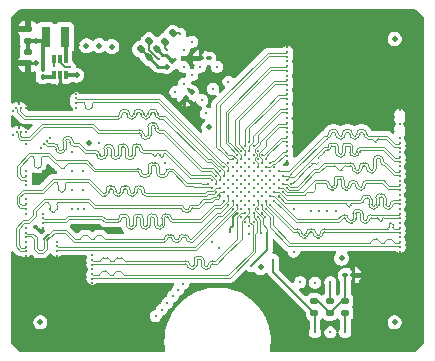
<source format=gbr>
%TF.GenerationSoftware,KiCad,Pcbnew,9.0.2*%
%TF.CreationDate,2025-11-14T17:05:06-08:00*%
%TF.ProjectId,pico2-nx-module,7069636f-322d-46e7-982d-6d6f64756c65,rev?*%
%TF.SameCoordinates,Original*%
%TF.FileFunction,Copper,L1,Top*%
%TF.FilePolarity,Positive*%
%FSLAX46Y46*%
G04 Gerber Fmt 4.6, Leading zero omitted, Abs format (unit mm)*
G04 Created by KiCad (PCBNEW 9.0.2) date 2025-11-14 17:05:06*
%MOMM*%
%LPD*%
G01*
G04 APERTURE LIST*
G04 Aperture macros list*
%AMRoundRect*
0 Rectangle with rounded corners*
0 $1 Rounding radius*
0 $2 $3 $4 $5 $6 $7 $8 $9 X,Y pos of 4 corners*
0 Add a 4 corners polygon primitive as box body*
4,1,4,$2,$3,$4,$5,$6,$7,$8,$9,$2,$3,0*
0 Add four circle primitives for the rounded corners*
1,1,$1+$1,$2,$3*
1,1,$1+$1,$4,$5*
1,1,$1+$1,$6,$7*
1,1,$1+$1,$8,$9*
0 Add four rect primitives between the rounded corners*
20,1,$1+$1,$2,$3,$4,$5,0*
20,1,$1+$1,$4,$5,$6,$7,0*
20,1,$1+$1,$6,$7,$8,$9,0*
20,1,$1+$1,$8,$9,$2,$3,0*%
G04 Aperture macros list end*
%TA.AperFunction,SMDPad,CuDef*%
%ADD10RoundRect,0.135000X0.035355X-0.226274X0.226274X-0.035355X-0.035355X0.226274X-0.226274X0.035355X0*%
%TD*%
%TA.AperFunction,SMDPad,CuDef*%
%ADD11RoundRect,0.140000X0.170000X-0.140000X0.170000X0.140000X-0.170000X0.140000X-0.170000X-0.140000X0*%
%TD*%
%TA.AperFunction,SMDPad,CuDef*%
%ADD12RoundRect,0.135000X0.185000X-0.135000X0.185000X0.135000X-0.185000X0.135000X-0.185000X-0.135000X0*%
%TD*%
%TA.AperFunction,SMDPad,CuDef*%
%ADD13RoundRect,0.140000X-0.170000X0.140000X-0.170000X-0.140000X0.170000X-0.140000X0.170000X0.140000X0*%
%TD*%
%TA.AperFunction,SMDPad,CuDef*%
%ADD14RoundRect,0.140000X0.021213X-0.219203X0.219203X-0.021213X-0.021213X0.219203X-0.219203X0.021213X0*%
%TD*%
%TA.AperFunction,SMDPad,CuDef*%
%ADD15C,0.500000*%
%TD*%
%TA.AperFunction,SMDPad,CuDef*%
%ADD16RoundRect,0.135000X-0.185000X0.135000X-0.185000X-0.135000X0.185000X-0.135000X0.185000X0.135000X0*%
%TD*%
%TA.AperFunction,SMDPad,CuDef*%
%ADD17RoundRect,0.100000X-0.130000X-0.100000X0.130000X-0.100000X0.130000X0.100000X-0.130000X0.100000X0*%
%TD*%
%TA.AperFunction,SMDPad,CuDef*%
%ADD18RoundRect,0.100000X-0.100000X0.130000X-0.100000X-0.130000X0.100000X-0.130000X0.100000X0.130000X0*%
%TD*%
%TA.AperFunction,SMDPad,CuDef*%
%ADD19RoundRect,0.087500X0.087500X-0.250000X0.087500X0.250000X-0.087500X0.250000X-0.087500X-0.250000X0*%
%TD*%
%TA.AperFunction,SMDPad,CuDef*%
%ADD20RoundRect,0.135000X-0.035355X0.226274X-0.226274X0.035355X0.035355X-0.226274X0.226274X-0.035355X0*%
%TD*%
%TA.AperFunction,SMDPad,CuDef*%
%ADD21RoundRect,0.100000X0.021213X0.162635X-0.162635X-0.021213X-0.021213X-0.162635X0.162635X0.021213X0*%
%TD*%
%TA.AperFunction,SMDPad,CuDef*%
%ADD22C,0.266700*%
%TD*%
%TA.AperFunction,SMDPad,CuDef*%
%ADD23RoundRect,0.100000X-0.021213X-0.162635X0.162635X0.021213X0.021213X0.162635X-0.162635X-0.021213X0*%
%TD*%
%TA.AperFunction,SMDPad,CuDef*%
%ADD24R,0.800000X1.800000*%
%TD*%
%TA.AperFunction,SMDPad,CuDef*%
%ADD25RoundRect,0.100000X0.130000X0.100000X-0.130000X0.100000X-0.130000X-0.100000X0.130000X-0.100000X0*%
%TD*%
%TA.AperFunction,ViaPad*%
%ADD26C,0.254000*%
%TD*%
%TA.AperFunction,ViaPad*%
%ADD27C,0.508000*%
%TD*%
%TA.AperFunction,Conductor*%
%ADD28C,0.254000*%
%TD*%
%TA.AperFunction,Conductor*%
%ADD29C,0.127000*%
%TD*%
%TA.AperFunction,Conductor*%
%ADD30C,0.156464*%
%TD*%
%TA.AperFunction,Conductor*%
%ADD31C,0.304800*%
%TD*%
%TA.AperFunction,Conductor*%
%ADD32C,0.203200*%
%TD*%
%TA.AperFunction,Conductor*%
%ADD33C,0.076200*%
%TD*%
%TA.AperFunction,Conductor*%
%ADD34C,0.103378*%
%TD*%
%TA.AperFunction,Conductor*%
%ADD35C,0.106680*%
%TD*%
G04 APERTURE END LIST*
D10*
%TO.P,R62,1*%
%TO.N,/FPGA/SRAM_CEN*%
X113510000Y-73260000D03*
%TO.P,R62,2*%
%TO.N,P1V8D_FPGA*%
X114231248Y-72538752D03*
%TD*%
D11*
%TO.P,C48,1*%
%TO.N,P1VD_FPGA*%
X101930000Y-73150000D03*
%TO.P,C48,2*%
%TO.N,GND*%
X101930000Y-72190000D03*
%TD*%
D12*
%TO.P,R33,1*%
%TO.N,/FPGA/SD2*%
X126195400Y-96215600D03*
%TO.P,R33,2*%
%TO.N,P3V3D_FPGA*%
X126195400Y-95195602D03*
%TD*%
D13*
%TO.P,C51,1*%
%TO.N,P1VD_FPGA*%
X101930002Y-74079998D03*
%TO.P,C51,2*%
%TO.N,GND*%
X101930002Y-75039998D03*
%TD*%
D14*
%TO.P,C20,1*%
%TO.N,P1V8D_FPGA*%
X112190000Y-74570000D03*
%TO.P,C20,2*%
%TO.N,GND*%
X112868822Y-73891178D03*
%TD*%
D15*
%TO.P,FID2,*%
%TO.N,*%
X133000000Y-73000000D03*
%TD*%
D16*
%TO.P,R51,1*%
%TO.N,/FPGA/SD3*%
X127495400Y-95175604D03*
%TO.P,R51,2*%
%TO.N,P3V3D_FPGA*%
X127495400Y-96195602D03*
%TD*%
D17*
%TO.P,C18,1*%
%TO.N,P3V3D_FPGA*%
X128811600Y-93015200D03*
%TO.P,C18,2*%
%TO.N,GND*%
X129451600Y-93015200D03*
%TD*%
D18*
%TO.P,C6,1*%
%TO.N,P1VD_FPGA*%
X103180000Y-75549998D03*
%TO.P,C6,2*%
%TO.N,Net-(U5-FB)*%
X103180000Y-76189998D03*
%TD*%
D12*
%TO.P,R9,1*%
%TO.N,/FPGA/FLASH_CSn*%
X128795400Y-96215600D03*
%TO.P,R9,2*%
%TO.N,P3V3D_FPGA*%
X128795400Y-95195602D03*
%TD*%
D19*
%TO.P,U5,1,FB*%
%TO.N,Net-(U5-FB)*%
X104160002Y-76084997D03*
%TO.P,U5,2,GND*%
%TO.N,GND*%
X104660002Y-76084998D03*
%TO.P,U5,3,VIN*%
%TO.N,P5VD_AON*%
X105160002Y-76084997D03*
%TO.P,U5,4,SW*%
%TO.N,Net-(U5-SW)*%
X105160002Y-74659997D03*
%TO.P,U5,5,EN*%
%TO.N,/FPGA/FPGA_EN*%
X104660002Y-74659996D03*
%TO.P,U5,6,PG*%
%TO.N,Net-(U5-PG)*%
X104160002Y-74659997D03*
%TD*%
D15*
%TO.P,FID3,*%
%TO.N,*%
X133000000Y-97000000D03*
%TD*%
D20*
%TO.P,R78,1*%
%TO.N,/FPGA/SRAM_RSTn*%
X112220000Y-73170000D03*
%TO.P,R78,2*%
%TO.N,P1V8D_FPGA*%
X111498752Y-73891248D03*
%TD*%
D21*
%TO.P,C21,1*%
%TO.N,P1V8D_FPGA*%
X115800226Y-77519774D03*
%TO.P,C21,2*%
%TO.N,GND*%
X115347678Y-77972322D03*
%TD*%
D22*
%TO.P,U3,A1,JTAG_EN*%
%TO.N,/FPGA/JTAG_EN*%
X120691059Y-88813768D03*
%TO.P,U3,A2,PR5B/TDO/SSO*%
%TO.N,/FPGA/TDO*%
X120337506Y-88460215D03*
%TO.P,U3,A3,PR5A/TDI/SSI*%
%TO.N,/FPGA/TDI*%
X119983952Y-88106661D03*
%TO.P,U3,A4,VCCADPHY1*%
%TO.N,Net-(U3G-VCCADPHY1)*%
X119630399Y-87753108D03*
%TO.P,U3,A5,DPHY1_DP3*%
%TO.N,/FPGA/DPHY1.D3+*%
X119276845Y-87399554D03*
%TO.P,U3,A6,DPHY1_DP1*%
%TO.N,/FPGA/DPHY1.D1+*%
X118923292Y-87046001D03*
%TO.P,U3,A7,DPHY1_CKP*%
%TO.N,/FPGA/DPHY1.CLK+*%
X118569739Y-86692448D03*
%TO.P,U3,A8,DPHY1_DP0*%
%TO.N,/FPGA/DPHY1.D0+*%
X118216185Y-86338894D03*
%TO.P,U3,A9,DPHY1_DP2*%
%TO.N,/FPGA/DPHY1.D2+*%
X117862632Y-85985341D03*
%TO.P,U3,A10,DPHY0_DN3*%
%TO.N,/FPGA/DPHY0.D3-*%
X117509078Y-85631787D03*
%TO.P,U3,A11,DPHY0_DP3*%
%TO.N,/FPGA/DPHY0.D3+*%
X117155525Y-85278234D03*
%TO.P,U3,B1,PR3B/TMS/SCSN*%
%TO.N,/FPGA/TMS*%
X121044612Y-88460215D03*
%TO.P,U3,B2,PR7A/SDA*%
%TO.N,/FPGA/PR7P*%
X120691059Y-88106661D03*
%TO.P,U3,B3,PT67A*%
%TO.N,/FPGA/PT67P*%
X120337506Y-87753108D03*
%TO.P,U3,B4,VSSADPHY*%
%TO.N,GND*%
X119983952Y-87399554D03*
%TO.P,U3,B5,DPHY1_DN3*%
%TO.N,/FPGA/DPHY1.D3-*%
X119630399Y-87046001D03*
%TO.P,U3,B6,DPHY1_DN1*%
%TO.N,/FPGA/DPHY1.D1-*%
X119276845Y-86692448D03*
%TO.P,U3,B7,DPHY1_CKN*%
%TO.N,/FPGA/DPHY1.CLK-*%
X118923292Y-86338894D03*
%TO.P,U3,B8,DPHY1_DN0*%
%TO.N,/FPGA/DPHY1.D0-*%
X118569739Y-85985341D03*
%TO.P,U3,B9,DPHY1_DN2*%
%TO.N,/FPGA/DPHY1.D2-*%
X118216185Y-85631787D03*
%TO.P,U3,B10,DPHY0_DN1*%
%TO.N,/FPGA/DPHY0.D1-*%
X117862632Y-85278234D03*
%TO.P,U3,B11,DPHY0_DP1*%
%TO.N,/FPGA/DPHY0.D1+*%
X117509078Y-84924681D03*
%TO.P,U3,C1,PR9A/TCK/SCLK*%
%TO.N,/FPGA/TCK*%
X121398166Y-88106661D03*
%TO.P,U3,C2,PR7B/SCL*%
%TO.N,/FPGA/PR7N*%
X121044612Y-87753108D03*
%TO.P,U3,C3,PT67B*%
%TO.N,/FPGA/PT67N*%
X120691059Y-87399554D03*
%TO.P,U3,C4,VCCDPHY1*%
%TO.N,Net-(U3G-VCCDPHY1)*%
X120337506Y-87046001D03*
%TO.P,U3,C5,VSSADPHY*%
%TO.N,GND*%
X119983952Y-86692448D03*
%TO.P,U3,C6,VCCPLLDPHY1*%
%TO.N,Net-(U3G-VCCPLLDPHY1)*%
X119630399Y-86338894D03*
%TO.P,U3,C7,VSSADPHY*%
%TO.N,GND*%
X119276845Y-85985341D03*
%TO.P,U3,C8,VCCPLLDPHY0*%
%TO.N,Net-(U3F-VCCPLLDPHY0)*%
X118923292Y-85631787D03*
%TO.P,U3,C9,VSSADPHY*%
%TO.N,GND*%
X118569739Y-85278234D03*
%TO.P,U3,C10,DPHY0_CKN*%
%TO.N,/FPGA/DPHY0.CLK-*%
X118216185Y-84924681D03*
%TO.P,U3,C11,DPHY0_CKP*%
%TO.N,/FPGA/DPHY0.CLK+*%
X117862632Y-84571127D03*
%TO.P,U3,D1,PR9B*%
%TO.N,Net-(U3B-PR9B)*%
X121751719Y-87753108D03*
%TO.P,U3,D2,VCCIO1*%
%TO.N,PVIO1_FPGA*%
X121398166Y-87399554D03*
%TO.P,U3,D3,VSS*%
%TO.N,GND*%
X121044612Y-87046001D03*
%TO.P,U3,D4,VCCIO0*%
%TO.N,P3V3D_FPGA*%
X120691059Y-86692448D03*
%TO.P,U3,D5,PT63B/MD2*%
%TO.N,/FPGA/SD2*%
X120337506Y-86338894D03*
%TO.P,U3,D6,PT61B/MOSI/MD0*%
%TO.N,/FPGA/MOSI*%
X119983952Y-85985341D03*
%TO.P,U3,D7,PT59B/DONE*%
%TO.N,/FPGA/DONE*%
X119630399Y-85631787D03*
%TO.P,U3,D8,PT57B/PROGRAMN*%
%TO.N,/FPGA/PROGRAMn*%
X119276845Y-85278234D03*
%TO.P,U3,D9,VCCDPHY0*%
%TO.N,Net-(U3F-VCCDPHY0)*%
X118923292Y-84924681D03*
%TO.P,U3,D10,DPHY0_DN0*%
%TO.N,/FPGA/DPHY0.D0-*%
X118569739Y-84571127D03*
%TO.P,U3,D11,DPHY0_DP0*%
%TO.N,/FPGA/DPHY0.D0+*%
X118216185Y-84217574D03*
%TO.P,U3,E1,PR11B/PCLKT1_2*%
%TO.N,/FPGA/PR11N*%
X122105273Y-87399554D03*
%TO.P,U3,E2,PR11A*%
%TO.N,/FPGA/PR11P*%
X121751719Y-87046001D03*
%TO.P,U3,E3,PT65B/MCSNO/MSDO*%
%TO.N,/FPGA/PT65B*%
X121398166Y-86692448D03*
%TO.P,U3,E4,PT65A/MD3*%
%TO.N,/FPGA/SD3*%
X121044612Y-86338894D03*
%TO.P,U3,E5,PT63A/MISO/MD1*%
%TO.N,/FPGA/MISO*%
X120691059Y-85985341D03*
%TO.P,U3,E6,PT61A/MCSN/PCLKT0_1*%
%TO.N,/FPGA/FLASH_CSn*%
X120337506Y-85631787D03*
%TO.P,U3,E7,PT59A/MCLK/PCLKT0_0*%
%TO.N,Net-(U3A-PT59A{slash}MCLK{slash}PCLKT0_0)*%
X119983952Y-85278234D03*
%TO.P,U3,E8,PT57A/INITN*%
%TO.N,/FPGA/PT57A*%
X119630399Y-84924681D03*
%TO.P,U3,E9,VCC*%
%TO.N,P1VD_FPGA*%
X119276845Y-84571127D03*
%TO.P,U3,E10,DPHY0_DN2*%
%TO.N,/FPGA/DPHY0.D2-*%
X118923292Y-84217574D03*
%TO.P,U3,E11,DPHY0_DP2*%
%TO.N,/FPGA/DPHY0.D2+*%
X118569739Y-83864020D03*
%TO.P,U3,F1,PR13B/PCLKT1_0*%
%TO.N,/FPGA/PR13N*%
X122458826Y-87046001D03*
%TO.P,U3,F2,PR13A/PCLKT1_1*%
%TO.N,/FPGA/PR13P*%
X122105273Y-86692448D03*
%TO.P,U3,F3,VSS*%
%TO.N,GND*%
X121751719Y-86338894D03*
%TO.P,U3,F4,VCC*%
%TO.N,P1VD_FPGA*%
X121398166Y-85985341D03*
%TO.P,U3,F5,PB50A*%
%TO.N,/FPGA/PB50A*%
X121044612Y-85631787D03*
%TO.P,U3,F6,PB48B/PCLKC4_2*%
%TO.N,/FPGA/SRAM_DQ3*%
X120691059Y-85278234D03*
%TO.P,U3,F7,PB48A/PCLKT4_2*%
%TO.N,/FPGA/SRAM_DQ4*%
X120337506Y-84924681D03*
%TO.P,U3,F8,VCCECLK*%
%TO.N,P1VD_FPGA*%
X119983952Y-84571127D03*
%TO.P,U3,F9,VSS*%
%TO.N,GND*%
X119630399Y-84217574D03*
%TO.P,U3,F10,VCCADPHY0*%
%TO.N,Net-(U3F-VCCADPHY0)*%
X119276845Y-83864020D03*
%TO.P,U3,F11,VSSADPHY*%
%TO.N,GND*%
X118923292Y-83510467D03*
%TO.P,U3,G1,PB70B/LRC_GPLL0C_IN/VREF3_2*%
%TO.N,/FPGA/PB70N*%
X122812379Y-86692448D03*
%TO.P,U3,G2,PB70A/LRC_GPLL0T_IN*%
%TO.N,/FPGA/PB70P*%
X122458826Y-86338894D03*
%TO.P,U3,G3,VCCAUX*%
%TO.N,/FPGA/PVCCAUX*%
X122105273Y-85985341D03*
%TO.P,U3,G4,PB60A/PCLKT3_1/ADC_CP6*%
%TO.N,/FPGA/PB60P*%
X121751719Y-85631787D03*
%TO.P,U3,G5,PB50B*%
%TO.N,/FPGA/PB50B*%
X121398166Y-85278234D03*
%TO.P,U3,G6,VCCAUXH4*%
%TO.N,/FPGA/PVCCAUX*%
X121044612Y-84924681D03*
%TO.P,U3,G7,PB46A*%
%TO.N,/FPGA/SRAM_RW*%
X120691059Y-84571127D03*
%TO.P,U3,G8,PB46B*%
%TO.N,/FPGA/SRAM_CEN*%
X120337506Y-84217574D03*
%TO.P,U3,G9,VCCAUXH5*%
%TO.N,Net-(U3H-VCCAUXH5)*%
X119983952Y-83864020D03*
%TO.P,U3,G10,PB16B/CDR_RXN0/ADC_CN0/COMP1N*%
%TO.N,/FPGA/PB16N*%
X119630399Y-83510467D03*
%TO.P,U3,G11,PB16A/CDR_RXP0/VREF5_1/ADC_CP0/COMP1P*%
%TO.N,/FPGA/PB16P*%
X119276845Y-83156914D03*
%TO.P,U3,H1,PB68A/PCLKT3_3/ADC_CP14*%
%TO.N,/FPGA/PB68P*%
X123165933Y-86338894D03*
%TO.P,U3,H2,PB68B/PCLKC3_3/ADC_CN14*%
%TO.N,/FPGA/PB68N*%
X122812379Y-85985341D03*
%TO.P,U3,H3,VCCAUX*%
%TO.N,/FPGA/PVCCAUX*%
X122458826Y-85631787D03*
%TO.P,U3,H4,PB60B/PCLKC3_1/ADC_CN6*%
%TO.N,/FPGA/PB60N*%
X122105273Y-85278234D03*
%TO.P,U3,H5,PB52A/PCLKT4_1*%
%TO.N,/FPGA/PB52A*%
X121751719Y-84924681D03*
%TO.P,U3,H6,VSS*%
%TO.N,GND*%
X121398166Y-84571127D03*
%TO.P,U3,H7,PB44B*%
%TO.N,/FPGA/SRAM_DQ7*%
X121044612Y-84217574D03*
%TO.P,U3,H8,PB44A*%
%TO.N,/FPGA/SRAM_DQ2*%
X120691059Y-83864020D03*
%TO.P,U3,H9,VSS*%
%TO.N,GND*%
X120337506Y-83510467D03*
%TO.P,U3,H10,PB18B/PCLKC5_0/CDR_RXN1/ADC_CN1/COMP2N*%
%TO.N,/FPGA/PB18N*%
X119983952Y-83156914D03*
%TO.P,U3,H11,PB18A/PCLKT5_0/CDR_RXP1/ADC_CP1/COMP2P*%
%TO.N,/FPGA/PB18P*%
X119630399Y-82803360D03*
%TO.P,U3,J1,PB66A/PCLKT3_2/ADC_CP13*%
%TO.N,/FPGA/PB66P*%
X123519486Y-85985341D03*
%TO.P,U3,J2,PB66B/PCLKC3_2/ADC_CN13*%
%TO.N,/FPGA/PB66N*%
X123165933Y-85631787D03*
%TO.P,U3,J3,VSS*%
%TO.N,GND*%
X122812379Y-85278234D03*
%TO.P,U3,J4,PB58A/ADC_CP7*%
%TO.N,/FPGA/PB58P*%
X122458826Y-84924681D03*
%TO.P,U3,J5,PB52B/PCLKC4_1*%
%TO.N,/FPGA/PB52B*%
X122105273Y-84571127D03*
%TO.P,U3,J6,VCCIO4*%
%TO.N,P1V8D_FPGA*%
X121751719Y-84217574D03*
%TO.P,U3,J7,PB28B*%
%TO.N,/FPGA/PB28N*%
X121398166Y-83864020D03*
%TO.P,U3,J8,PB42A/PCLKT4_3*%
%TO.N,/FPGA/SRAM_DQ1*%
X121044612Y-83510467D03*
%TO.P,U3,J9,VCCIO5*%
%TO.N,PVIO5_FPGA*%
X120691059Y-83156914D03*
%TO.P,U3,J10,PB20B/PCLKC5_1/LLC_GPLL0C_IN/ADC_CN3*%
%TO.N,/FPGA/PB20N*%
X120337506Y-82803360D03*
%TO.P,U3,J11,PB20A/PCLKT5_1/LLC_GPLL0T_IN/ADC_CP3*%
%TO.N,/FPGA/PB20P*%
X119983952Y-82449807D03*
%TO.P,U3,K1,PB64A/ADC_CP8*%
%TO.N,/FPGA/PB64P*%
X123873040Y-85631787D03*
%TO.P,U3,K2,PB64B/ADC_CN8*%
%TO.N,/FPGA/PB64N*%
X123519486Y-85278234D03*
%TO.P,U3,K3,VCCIO3*%
%TO.N,PVIO3_FPGA*%
X123165933Y-84924681D03*
%TO.P,U3,K4,PB58B/ADC_CN7*%
%TO.N,/FPGA/PB58N*%
X122812379Y-84571127D03*
%TO.P,U3,K5,PB54B/PCLKC4_0/VREF4_2*%
%TO.N,/FPGA/SRAM_CLK_P*%
X122458826Y-84217574D03*
%TO.P,U3,K6,PB24B*%
%TO.N,/FPGA/PB24N*%
X122105273Y-83864020D03*
%TO.P,U3,K7,PB28A*%
%TO.N,/FPGA/PB28P*%
X121751719Y-83510467D03*
%TO.P,U3,K8,PB42B/PCLKC4_3*%
%TO.N,/FPGA/SRAM_DQ0*%
X121398166Y-83156914D03*
%TO.P,U3,K9,PB40B*%
%TO.N,/FPGA/SRAM_DQ5*%
X121044612Y-82803360D03*
%TO.P,U3,K10,PB30B/PCLKC5_3/VREF5_2*%
%TO.N,/FPGA/PB30N*%
X120691059Y-82449807D03*
%TO.P,U3,K11,PB26A/PCLKT5_2/ADC_CP2/COMP3P*%
%TO.N,/FPGA/PB26P*%
X120337506Y-82096253D03*
%TO.P,U3,L1,PB62B/ADC_CN9*%
%TO.N,/FPGA/PB62N*%
X124226593Y-85278234D03*
%TO.P,U3,L2,PB62A/ADC_CP9*%
%TO.N,/FPGA/PB62P*%
X123873040Y-84924681D03*
%TO.P,U3,L3,PB56B/PCLKC3_0/ADC_CN5*%
%TO.N,/FPGA/PB56N*%
X123519486Y-84571127D03*
%TO.P,U3,L4,PB56A/PCLKT3_0/VREF3_1/ADC_CP5*%
%TO.N,/FPGA/PB56P*%
X123165933Y-84217574D03*
%TO.P,U3,L5,PB54A/PCLKT4_0*%
%TO.N,/FPGA/SRAM_CLK_N*%
X122812379Y-83864020D03*
%TO.P,U3,L6,PB24A*%
%TO.N,/FPGA/PB24P*%
X122458826Y-83510467D03*
%TO.P,U3,L7,PB22A*%
%TO.N,/FPGA/PB22P*%
X122105273Y-83156914D03*
%TO.P,U3,L8,PB22B*%
%TO.N,/FPGA/PB22N*%
X121751719Y-82803360D03*
%TO.P,U3,L9,PB40A/VREF4_1*%
%TO.N,/FPGA/SRAM_DQ6*%
X121398166Y-82449807D03*
%TO.P,U3,L10,PB30A/PCLKT5_3*%
%TO.N,/FPGA/PB30P*%
X121044612Y-82096253D03*
%TO.P,U3,L11,PB26B/PCLKC5_2/ADC_CN2/COMP3N*%
%TO.N,/FPGA/PB26N*%
X120691059Y-81742700D03*
%TD*%
D23*
%TO.P,C23,1*%
%TO.N,P1V8D_FPGA*%
X113710000Y-75340000D03*
%TO.P,C23,2*%
%TO.N,GND*%
X114162548Y-74887452D03*
%TD*%
D15*
%TO.P,FID1,*%
%TO.N,*%
X103000000Y-97000000D03*
%TD*%
D24*
%TO.P,L3,1,1*%
%TO.N,Net-(U5-SW)*%
X105070002Y-72859998D03*
%TO.P,L3,2,2*%
%TO.N,P1VD_FPGA*%
X103470004Y-72859998D03*
%TD*%
D25*
%TO.P,C22,1*%
%TO.N,P1V8D_FPGA*%
X117250000Y-74650000D03*
%TO.P,C22,2*%
%TO.N,GND*%
X116610000Y-74650000D03*
%TD*%
D26*
%TO.N,GND*%
X101788460Y-90194400D03*
D27*
X106060000Y-73510000D03*
D26*
X103188460Y-87794400D03*
X133410000Y-82600000D03*
D27*
X121250000Y-73810000D03*
D26*
X103200000Y-85000000D03*
X122812379Y-85278234D03*
X101788460Y-84194400D03*
X103188460Y-84194400D03*
X103835812Y-81362184D03*
X116610000Y-74650000D03*
X123900000Y-74900000D03*
X123900000Y-83300000D03*
X100670000Y-77860000D03*
X105700000Y-89000000D03*
X107400000Y-92506850D03*
X133410000Y-83800000D03*
D27*
X124188800Y-98196800D03*
D26*
X118923292Y-83510467D03*
X123900000Y-82100000D03*
X100658378Y-79920000D03*
X121398166Y-84571127D03*
X106040000Y-78810000D03*
X133420000Y-91000000D03*
X101750000Y-78890000D03*
X119983952Y-86692447D03*
D27*
X102620000Y-75040000D03*
D26*
X100680000Y-81130000D03*
X120337505Y-83510467D03*
X121751719Y-86338894D03*
X133420000Y-86200000D03*
D27*
X105270000Y-77360000D03*
D26*
X104416814Y-90162715D03*
D27*
X130259400Y-93497800D03*
D26*
X133410000Y-85000000D03*
X120621178Y-89516439D03*
X103084000Y-82237666D03*
X123900000Y-77300000D03*
X123900000Y-73700000D03*
X101788460Y-91394400D03*
D27*
X125340768Y-91300000D03*
D26*
X112868822Y-73891178D03*
X115140000Y-78710000D03*
X115130000Y-78198427D03*
X107400000Y-91320000D03*
X119630399Y-84217574D03*
X100660000Y-79110000D03*
X123900000Y-80900000D03*
X114422893Y-74662893D03*
X121044612Y-87046001D03*
X106040023Y-77649129D03*
X113540000Y-83510000D03*
X133410000Y-80200000D03*
X119983952Y-87399554D03*
X104430000Y-91390000D03*
X133410000Y-81400000D03*
X101770000Y-80892931D03*
X133410000Y-79000000D03*
X119276845Y-85985341D03*
X101190000Y-80580000D03*
X129451600Y-93015200D03*
X123900000Y-79700000D03*
X101788460Y-87794400D03*
X133420000Y-88600000D03*
X133420000Y-89800000D03*
X101788460Y-85394400D03*
X123900000Y-76100000D03*
X124500000Y-87390000D03*
X118569739Y-85278234D03*
X133420000Y-87400000D03*
X123900000Y-78500000D03*
X101190000Y-78470000D03*
X101788460Y-88994400D03*
X107410000Y-93700000D03*
D27*
X103940000Y-95370000D03*
D26*
X101810000Y-81856828D03*
X103188460Y-88994400D03*
X101788460Y-86594400D03*
D27*
%TO.N,P5VD_AON*%
X106060001Y-76079997D03*
D26*
%TO.N,Net-(U5-FB)*%
X104160002Y-76085000D03*
%TO.N,P3V3D_FPGA*%
X118079973Y-90700000D03*
X120691059Y-86692447D03*
X117557707Y-90177734D03*
X128805400Y-93008985D03*
D27*
X107110691Y-81800691D03*
D26*
%TO.N,P1V8D_FPGA*%
X115530000Y-77240000D03*
D27*
X121640768Y-92349286D03*
D26*
X121751719Y-84217574D03*
D27*
X117270461Y-80500000D03*
D26*
X114850000Y-72560000D03*
X117251320Y-74662893D03*
X113715786Y-75370000D03*
D27*
X107970000Y-73570000D03*
D26*
X115837107Y-77491320D03*
X112177504Y-74570000D03*
%TO.N,P1VD_FPGA*%
X119276845Y-84571127D03*
X119983952Y-84571127D03*
X121398166Y-85985341D03*
D27*
X102640001Y-73149997D03*
D26*
%TO.N,Net-(U3F-VCCPLLDPHY0)*%
X118923292Y-85631787D03*
%TO.N,Net-(U3F-VCCDPHY0)*%
X118923292Y-84924680D03*
%TO.N,Net-(U3G-VCCPLLDPHY1)*%
X119630399Y-86338894D03*
%TO.N,Net-(U3G-VCCDPHY1)*%
X120337505Y-87046001D03*
%TO.N,Net-(U3F-VCCADPHY0)*%
X119272545Y-83859720D03*
%TO.N,Net-(U3G-VCCADPHY1)*%
X119080000Y-89390000D03*
%TO.N,/FPGA/PVCCAUX*%
X122105272Y-85985341D03*
X122458826Y-85631787D03*
X121044612Y-84924680D03*
%TO.N,Net-(U3H-VCCAUXH5)*%
X119983952Y-83864020D03*
%TO.N,PVIO5_FPGA*%
X120691059Y-83156913D03*
D27*
X106890000Y-73580000D03*
D26*
%TO.N,PVIO1_FPGA*%
X121398166Y-87400000D03*
%TO.N,PVIO3_FPGA*%
X123165933Y-84924681D03*
D27*
X109050000Y-73650000D03*
X128506800Y-91567400D03*
D26*
%TO.N,/FPGA/DPHY0.CLK-*%
X101385310Y-80911174D03*
%TO.N,/FPGA/DPHY1.CLK-*%
X103218512Y-88596850D03*
%TO.N,/FPGA/DONE*%
X119630399Y-85631787D03*
X105700000Y-84200000D03*
%TO.N,/FPGA/DPHY0.D0+*%
X100973893Y-78889288D03*
%TO.N,/FPGA/FPGA_EN*%
X105470000Y-75340000D03*
X107940000Y-81820000D03*
%TO.N,/FPGA/DPHY0.D2-*%
X106030000Y-78030000D03*
%TO.N,/FPGA/DPHY1.D3+*%
X104425902Y-90548529D03*
%TO.N,/FPGA/DPHY1.D2+*%
X101769040Y-87003150D03*
%TO.N,/FPGA/DPHY1.D2-*%
X101769040Y-87396850D03*
%TO.N,Net-(U5-PG)*%
X104150001Y-75260000D03*
%TO.N,Net-(U3B-PR9B)*%
X122048617Y-88111383D03*
%TO.N,/FPGA/DPHY0.D1+*%
X103320806Y-81939194D03*
%TO.N,/FPGA/PB52A*%
X127300000Y-87600000D03*
X121751719Y-84924680D03*
%TO.N,/FPGA/DPHY0.D2+*%
X106030000Y-78423700D03*
%TO.N,/FPGA/DPHY0.D3-*%
X101778711Y-84603150D03*
%TO.N,/FPGA/DPHY1.D1+*%
X101785012Y-89403150D03*
%TO.N,/FPGA/DPHY0.CLK+*%
X100991610Y-80911174D03*
%TO.N,/FPGA/DPHY1.D1-*%
X101785012Y-89796850D03*
%TO.N,/FPGA/DPHY1.D0-*%
X101758408Y-90996850D03*
%TO.N,/FPGA/DPHY0.D1-*%
X103599194Y-81660806D03*
%TO.N,/FPGA/JTAG_EN*%
X120691059Y-88813768D03*
X106200000Y-87400000D03*
%TO.N,/FPGA/TDO*%
X120337506Y-88460215D03*
X105700000Y-85800000D03*
%TO.N,/FPGA/TCK*%
X121710000Y-89450000D03*
X105700000Y-87400000D03*
%TO.N,/FPGA/TDI*%
X106600000Y-85800000D03*
X119983952Y-88106661D03*
%TO.N,/FPGA/TMS*%
X121044612Y-88460215D03*
X106700000Y-87400000D03*
%TO.N,/FPGA/PB52B*%
X122105272Y-84571127D03*
X128000000Y-87600000D03*
%TO.N,/FPGA/DPHY0.D0-*%
X101367593Y-78889288D03*
%TO.N,Net-(U3A-PT59A{slash}MCLK{slash}PCLKT0_0)*%
X124444060Y-91018071D03*
X119983952Y-85278234D03*
%TO.N,/FPGA/FLASH_CSn*%
X128795400Y-97845602D03*
X113748000Y-95352000D03*
X120337505Y-85631787D03*
%TO.N,/FPGA/SRAM_CEN*%
X117000000Y-79290000D03*
X113715786Y-73955786D03*
X120337505Y-84217574D03*
%TO.N,/FPGA/SRAM_RSTn*%
X113008680Y-74662893D03*
%TO.N,/FPGA/DPHY1.D0+*%
X101758408Y-90603150D03*
%TO.N,/FPGA/DPHY0.D3+*%
X101778711Y-84996850D03*
%TO.N,/FPGA/MOSI*%
X119983952Y-85985341D03*
X124995400Y-93595602D03*
X115100000Y-93727779D03*
%TO.N,/FPGA/SD3*%
X127545400Y-93595602D03*
X114206800Y-94793200D03*
X121044612Y-86338894D03*
%TO.N,/FPGA/DPHY1.CLK+*%
X103218512Y-88203150D03*
%TO.N,/FPGA/DPHY1.D3-*%
X104425902Y-90942229D03*
%TO.N,/FPGA/SCLK*%
X114665600Y-94234400D03*
X126245400Y-93645602D03*
%TO.N,/FPGA/SD2*%
X112758800Y-96469600D03*
X122700000Y-91694400D03*
X126245400Y-97845602D03*
X120337505Y-86338894D03*
%TO.N,/FPGA/SRAM_DQ7*%
X117958427Y-75370000D03*
X121044612Y-84217574D03*
%TO.N,/FPGA/SRAM_DQ5*%
X121044612Y-82803360D03*
X117605000Y-77245000D03*
%TO.N,/FPGA/SRAM_RW*%
X120691059Y-84571127D03*
X115130000Y-75370000D03*
%TO.N,/FPGA/MISO*%
X120691059Y-85985341D03*
X113266800Y-95910800D03*
X127545400Y-97845602D03*
%TO.N,/FPGA/SRAM_DQ3*%
X115130000Y-76784214D03*
X120691059Y-85278234D03*
%TO.N,/FPGA/SRAM_CLK_P*%
X122458826Y-84217574D03*
X115130000Y-73955786D03*
%TO.N,/FPGA/SRAM_DQ2*%
X120691059Y-83864020D03*
X116700000Y-78190000D03*
%TO.N,/FPGA/SRAM_DQ4*%
X114422893Y-77491320D03*
X120337506Y-84924681D03*
%TO.N,/FPGA/PT65B*%
X120850000Y-92250000D03*
%TO.N,/FPGA/SRAM_DQ6*%
X118910000Y-76610000D03*
X121398166Y-82449807D03*
%TO.N,/FPGA/SRAM_DQ0*%
X115837107Y-76077107D03*
X121398166Y-83156914D03*
%TO.N,/FPGA/SRAM_CLK_N*%
X115837107Y-73248680D03*
X122812379Y-83864020D03*
%TO.N,/FPGA/SRAM_DQ1*%
X121044612Y-83510467D03*
X116544214Y-75370000D03*
%TO.N,/FPGA/PROGRAMn*%
X106600000Y-84200000D03*
X119276845Y-85278234D03*
%TO.N,/FPGA/PT57A*%
X119630399Y-84924681D03*
X105700000Y-82600000D03*
%TO.N,/FPGA/PB50A*%
X121044612Y-85631787D03*
X125900000Y-87601000D03*
%TO.N,/FPGA/PB50B*%
X121398166Y-85278234D03*
X126600000Y-87600000D03*
%TO.N,/FPGA/PR11N*%
X133421741Y-90203150D03*
%TO.N,/FPGA/PB68P*%
X133410000Y-86996850D03*
%TO.N,/FPGA/PB64P*%
X133410000Y-84596850D03*
%TO.N,/FPGA/PB62P*%
X133410000Y-83003150D03*
%TO.N,/FPGA/PB58N*%
X122812379Y-84571127D03*
%TO.N,/FPGA/PB64N*%
X133410000Y-84203150D03*
%TO.N,/FPGA/PB58P*%
X122458826Y-84924680D03*
%TO.N,/FPGA/PB60N*%
X122105272Y-85278234D03*
%TO.N,/FPGA/PB62N*%
X133410000Y-83396850D03*
%TO.N,/FPGA/PR13N*%
X133410000Y-89003150D03*
%TO.N,/FPGA/PR13P*%
X133410000Y-89396850D03*
%TO.N,/FPGA/PB66N*%
X133410000Y-85403150D03*
%TO.N,/FPGA/PB68N*%
X133410000Y-86603150D03*
%TO.N,/FPGA/PB56P*%
X133410000Y-81803150D03*
%TO.N,/FPGA/PB60P*%
X121751719Y-85631787D03*
%TO.N,/FPGA/PB70P*%
X133410000Y-87803150D03*
%TO.N,/FPGA/PR11P*%
X133421741Y-90596850D03*
%TO.N,/FPGA/PB56N*%
X133410000Y-82196850D03*
%TO.N,/FPGA/PB66P*%
X133410000Y-85796850D03*
%TO.N,/FPGA/PB70N*%
X133410000Y-88196850D03*
%TO.N,/FPGA/PB18P*%
X123900000Y-75303150D03*
%TO.N,/FPGA/PB22N*%
X123900000Y-81303150D03*
%TO.N,/FPGA/PB26P*%
X123900000Y-77703150D03*
%TO.N,/FPGA/PB28P*%
X123900000Y-80518997D03*
%TO.N,/FPGA/PB24N*%
X123890910Y-82891468D03*
%TO.N,/FPGA/PB30P*%
X123900000Y-79296850D03*
%TO.N,/FPGA/PB16P*%
X123900000Y-74103150D03*
%TO.N,/FPGA/PB28N*%
X123900000Y-80125297D03*
%TO.N,/FPGA/PB22P*%
X123900000Y-81696850D03*
%TO.N,/FPGA/PB20P*%
X123900000Y-76503150D03*
%TO.N,/FPGA/PB20N*%
X123900000Y-76896850D03*
%TO.N,/FPGA/PB18N*%
X123900000Y-75696850D03*
%TO.N,/FPGA/PB16N*%
X123900000Y-74496850D03*
%TO.N,/FPGA/PB30N*%
X123900000Y-78903150D03*
%TO.N,/FPGA/PB26N*%
X123900000Y-78096850D03*
%TO.N,/FPGA/PB24P*%
X123890910Y-82497768D03*
%TO.N,/FPGA/PR7N*%
X107410000Y-93300550D03*
%TO.N,/FPGA/PT67P*%
X107400000Y-91710000D03*
%TO.N,/FPGA/PT67N*%
X107400000Y-92103700D03*
%TO.N,/FPGA/PR7P*%
X107410000Y-92906850D03*
%TD*%
D28*
%TO.N,GND*%
X112868822Y-73891178D02*
X113315430Y-74337786D01*
X115130000Y-78198427D02*
X115130000Y-78700000D01*
X115347678Y-77972322D02*
X115347678Y-77980749D01*
X114355786Y-74730000D02*
X114422893Y-74662893D01*
X115347678Y-77980749D02*
X115130000Y-78198427D01*
D29*
X102619998Y-75039998D02*
X102620000Y-75040000D01*
D28*
X113612882Y-74337786D02*
X114162548Y-74887452D01*
X104660002Y-76750002D02*
X105270000Y-77360000D01*
X101930002Y-75039998D02*
X102619998Y-75039998D01*
X113315430Y-74337786D02*
X113612882Y-74337786D01*
D30*
X115130000Y-78700000D02*
X115140000Y-78710000D01*
D28*
X104660002Y-76084998D02*
X104660002Y-76750002D01*
D31*
%TO.N,P5VD_AON*%
X105165002Y-76079997D02*
X105160000Y-76084999D01*
X106060001Y-76079997D02*
X105165002Y-76079997D01*
%TO.N,Net-(U5-FB)*%
X103180001Y-76189998D02*
X104055000Y-76190000D01*
X104055000Y-76190000D02*
X104160002Y-76085000D01*
D30*
%TO.N,P3V3D_FPGA*%
X128795400Y-95195602D02*
X128795400Y-93018985D01*
X127495400Y-96195602D02*
X126495400Y-95195602D01*
X128495400Y-95195602D02*
X127495400Y-96195602D01*
X128795400Y-95195602D02*
X128495400Y-95195602D01*
X128795400Y-93018985D02*
X128805400Y-93008985D01*
X126495400Y-95195602D02*
X126195400Y-95195602D01*
%TO.N,P1V8D_FPGA*%
X112177504Y-74570000D02*
X111498752Y-73891248D01*
X114828752Y-72538752D02*
X114850000Y-72560000D01*
X112190000Y-74570000D02*
X112177504Y-74570000D01*
X111498752Y-73891248D02*
X111511248Y-73891248D01*
X115837107Y-77491320D02*
X115781320Y-77491320D01*
D28*
X112990000Y-75370000D02*
X112190000Y-74570000D01*
X113720000Y-75370000D02*
X112990000Y-75370000D01*
D30*
X114231248Y-72538752D02*
X114828752Y-72538752D01*
X111498752Y-73891248D02*
X111498752Y-73858752D01*
D28*
X115781320Y-77491320D02*
X115530000Y-77240000D01*
D31*
%TO.N,P1VD_FPGA*%
X103180002Y-73149998D02*
X103470002Y-72859998D01*
X101930000Y-74079996D02*
X101930002Y-74080000D01*
X103180000Y-75550000D02*
X103180000Y-73150000D01*
X102640001Y-73149997D02*
X103180002Y-73149998D01*
X101930000Y-73149998D02*
X101930000Y-74079996D01*
X103180000Y-73150000D02*
X103470002Y-72859998D01*
X101930000Y-73149998D02*
X102640001Y-73149997D01*
D32*
%TO.N,Net-(U3G-VCCADPHY1)*%
X119630399Y-87753108D02*
X119290000Y-88093507D01*
X119080000Y-89020000D02*
X119290000Y-88810000D01*
X119080000Y-89390000D02*
X119080000Y-89020000D01*
X119290000Y-88810000D02*
X119290000Y-88093507D01*
D28*
X119630399Y-87753108D02*
X119630399Y-87762089D01*
D33*
%TO.N,PVIO1_FPGA*%
X121398166Y-87399554D02*
X121398166Y-87400000D01*
D34*
%TO.N,/FPGA/DPHY0.CLK-*%
X103152551Y-80174967D02*
X102019457Y-81308061D01*
D33*
X116691882Y-83940000D02*
X116475941Y-83724059D01*
D34*
X112939362Y-80580000D02*
X112939362Y-80447193D01*
X112096284Y-81060000D02*
X112096284Y-81142786D01*
D33*
X118216185Y-84924681D02*
X118216185Y-84573035D01*
D34*
X107472970Y-80174967D02*
X103152551Y-80174967D01*
X111739362Y-81142786D02*
X111739362Y-81060000D01*
X111977823Y-81261247D02*
X111857823Y-81261247D01*
D33*
X117583150Y-83940000D02*
X116691882Y-83940000D01*
D34*
X110275499Y-80698461D02*
X107996464Y-80698461D01*
X112096284Y-80447193D02*
X112096284Y-80580000D01*
X107996464Y-80698461D02*
X107472970Y-80174967D01*
X102019457Y-81308061D02*
X101411527Y-81308061D01*
X111257823Y-80698461D02*
X110275499Y-80698461D01*
X113450343Y-80698461D02*
X113057823Y-80698461D01*
X116475941Y-83724059D02*
X113450343Y-80698461D01*
X111377823Y-80698461D02*
X111257823Y-80698461D01*
X112096284Y-80580000D02*
X112096284Y-81060000D01*
D33*
X118216185Y-84573035D02*
X117583150Y-83940000D01*
D34*
X101310000Y-81206534D02*
X101310000Y-80986484D01*
X112577823Y-80085654D02*
X112457823Y-80085654D01*
X101411527Y-81308061D02*
X101310000Y-81206534D01*
X101310000Y-80986484D02*
X101385310Y-80911174D01*
X112457823Y-80085654D02*
G75*
G03*
X112096254Y-80447193I-23J-361546D01*
G01*
X112939362Y-80447193D02*
G75*
G03*
X112577823Y-80085638I-361562J-7D01*
G01*
X112096284Y-81142786D02*
G75*
G02*
X111977823Y-81261284I-118484J-14D01*
G01*
X111857823Y-81261247D02*
G75*
G02*
X111739353Y-81142786I-23J118447D01*
G01*
X113057823Y-80698461D02*
G75*
G02*
X112939339Y-80580000I-23J118461D01*
G01*
X111739362Y-81060000D02*
G75*
G03*
X111377823Y-80698438I-361562J0D01*
G01*
%TO.N,/FPGA/DPHY1.CLK-*%
X105450343Y-88221539D02*
X108149657Y-88221539D01*
X113496735Y-88291825D02*
X113496735Y-88170285D01*
X111206342Y-88059246D02*
X111344048Y-88059246D01*
X103218512Y-88596850D02*
X103293822Y-88521540D01*
X112296735Y-88521540D02*
X112296735Y-88278460D01*
X114335195Y-88521540D02*
X114679147Y-88521540D01*
X111096735Y-88726052D02*
X111096735Y-88521540D01*
X108149657Y-88221539D02*
X108449658Y-88521540D01*
X110615195Y-89087592D02*
X110735195Y-89087592D01*
D33*
X118918504Y-86694356D02*
X118528460Y-87084400D01*
D34*
X111453655Y-88278460D02*
X111453655Y-88521540D01*
X105150342Y-88521540D02*
X105450343Y-88221539D01*
X112653655Y-88168853D02*
X112653655Y-88278460D01*
X109994625Y-88062110D02*
X110145480Y-88062110D01*
X113604910Y-88062110D02*
X113745480Y-88062110D01*
D35*
X118528460Y-87084400D02*
X118325270Y-87287590D01*
D34*
X113496735Y-88726052D02*
X113496735Y-88521540D01*
D33*
X118923292Y-86338894D02*
X118923292Y-86694356D01*
D34*
X110253655Y-88170285D02*
X110253655Y-88278460D01*
X103293822Y-88521540D02*
X105150342Y-88521540D01*
X117809196Y-87287590D02*
X118325270Y-87287590D01*
X114679147Y-88521540D02*
X116575246Y-88521540D01*
X113496735Y-88521540D02*
X113496735Y-88291825D01*
X110253655Y-88278460D02*
X110253655Y-88521540D01*
X112296735Y-88278460D02*
X112296735Y-88168853D01*
X112296735Y-88726052D02*
X112296735Y-88521540D01*
X111453655Y-88168853D02*
X111453655Y-88278460D01*
X112653655Y-88521540D02*
X112653655Y-88726052D01*
D33*
X118923292Y-86694356D02*
X118918504Y-86694356D01*
D34*
X111815195Y-89087592D02*
X111935195Y-89087592D01*
X116575246Y-88521540D02*
X117809196Y-87287590D01*
X112406342Y-88059246D02*
X112544048Y-88059246D01*
X113015195Y-89087592D02*
X113135195Y-89087592D01*
X111453655Y-88521540D02*
X111453655Y-88726052D01*
X111096735Y-88521540D02*
X111096735Y-88278460D01*
X114204910Y-88521540D02*
X114335195Y-88521540D01*
X108449658Y-88521540D02*
X109535195Y-88521540D01*
X112653655Y-88278460D02*
X112653655Y-88521540D01*
X110253655Y-88521540D02*
X110253655Y-88726052D01*
X111096735Y-88278460D02*
X111096735Y-88168853D01*
X111935195Y-89087592D02*
G75*
G03*
X112296692Y-88726052I5J361492D01*
G01*
X113135195Y-89087592D02*
G75*
G03*
X113496692Y-88726052I5J361492D01*
G01*
X110735195Y-89087592D02*
G75*
G03*
X111096692Y-88726052I5J361492D01*
G01*
X109886450Y-88170285D02*
G75*
G02*
X109994625Y-88062150I108150J-15D01*
G01*
X111344048Y-88059246D02*
G75*
G02*
X111453654Y-88168853I-48J-109654D01*
G01*
X112653655Y-88726052D02*
G75*
G03*
X113015195Y-89087645I361545J-48D01*
G01*
X110253655Y-88726052D02*
G75*
G03*
X110615195Y-89087645I361545J-48D01*
G01*
X113745480Y-88062110D02*
G75*
G02*
X113853690Y-88170285I20J-108190D01*
G01*
X112544048Y-88059246D02*
G75*
G02*
X112653654Y-88168853I-48J-109654D01*
G01*
X113853655Y-88170285D02*
G75*
G03*
X114204910Y-88521545I351245J-15D01*
G01*
X112296735Y-88168853D02*
G75*
G02*
X112406342Y-88059335I109565J-47D01*
G01*
X109535195Y-88521540D02*
G75*
G03*
X109886440Y-88170285I5J351240D01*
G01*
X111096735Y-88168853D02*
G75*
G02*
X111206342Y-88059335I109565J-47D01*
G01*
X113496735Y-88170285D02*
G75*
G02*
X113604910Y-88062135I108165J-15D01*
G01*
X111453655Y-88726052D02*
G75*
G03*
X111815195Y-89087645I361545J-48D01*
G01*
X110145480Y-88062110D02*
G75*
G02*
X110253690Y-88170285I20J-108190D01*
G01*
%TO.N,/FPGA/DPHY0.D0+*%
X109577823Y-79747739D02*
X109457823Y-79747739D01*
X110177823Y-79192017D02*
X110057823Y-79192017D01*
X109457823Y-79747739D02*
X109118588Y-79747739D01*
D35*
X117221600Y-83410800D02*
X117409411Y-83410800D01*
D34*
X111977823Y-79747739D02*
X111857823Y-79747739D01*
X112696284Y-79386200D02*
X112696284Y-79310478D01*
X109118588Y-79747739D02*
X101613057Y-79747739D01*
X112339362Y-79310478D02*
X112339362Y-79386200D01*
X110296284Y-79386200D02*
X110296284Y-79310478D01*
X111496284Y-79386200D02*
X111496284Y-79310478D01*
X113411961Y-79747739D02*
X113057823Y-79747739D01*
X101049203Y-79183885D02*
X101049203Y-78964598D01*
X117221600Y-83410800D02*
X117075022Y-83410800D01*
X110777823Y-79747739D02*
X110657823Y-79747739D01*
X117075022Y-83410800D02*
X113411961Y-79747739D01*
X101049203Y-78964598D02*
X100973893Y-78889288D01*
X111377823Y-79192017D02*
X111257823Y-79192017D01*
X111139362Y-79310478D02*
X111139362Y-79386200D01*
X109939362Y-79310478D02*
X109939362Y-79386200D01*
D35*
X117409411Y-83410800D02*
X118216185Y-84217574D01*
D34*
X101613057Y-79747739D02*
X101049203Y-79183885D01*
X112577823Y-79192017D02*
X112457823Y-79192017D01*
X109939362Y-79386200D02*
G75*
G02*
X109577823Y-79747762I-361562J0D01*
G01*
X111257823Y-79192017D02*
G75*
G03*
X111139317Y-79310478I-23J-118483D01*
G01*
X111496284Y-79310478D02*
G75*
G03*
X111377823Y-79192016I-118484J-22D01*
G01*
X112339362Y-79386200D02*
G75*
G02*
X111977823Y-79747762I-361562J0D01*
G01*
X111139362Y-79386200D02*
G75*
G02*
X110777823Y-79747762I-361562J0D01*
G01*
X113057823Y-79747739D02*
G75*
G02*
X112696261Y-79386200I-23J361539D01*
G01*
X110296284Y-79310478D02*
G75*
G03*
X110177823Y-79192016I-118484J-22D01*
G01*
X112696284Y-79310478D02*
G75*
G03*
X112577823Y-79192016I-118484J-22D01*
G01*
X111857823Y-79747739D02*
G75*
G02*
X111496261Y-79386200I-23J361539D01*
G01*
X112457823Y-79192017D02*
G75*
G03*
X112339317Y-79310478I-23J-118483D01*
G01*
X110657823Y-79747739D02*
G75*
G02*
X110296261Y-79386200I-23J361539D01*
G01*
X110057823Y-79192017D02*
G75*
G03*
X109939317Y-79310478I-23J-118483D01*
G01*
D30*
%TO.N,/FPGA/FPGA_EN*%
X104660002Y-74915321D02*
X104660002Y-74659996D01*
X105470000Y-75340000D02*
X105084681Y-75340000D01*
X105084681Y-75340000D02*
X104660002Y-74915321D01*
D34*
%TO.N,/FPGA/DPHY0.D2-*%
X118478460Y-83418460D02*
X118560000Y-83500000D01*
D33*
X118922112Y-83862112D02*
X118923292Y-83862112D01*
D34*
X106030000Y-78030000D02*
X106105310Y-78105310D01*
D33*
X118923292Y-84217574D02*
X118923292Y-83862112D01*
X118560000Y-83500000D02*
X118922112Y-83862112D01*
D34*
X106105310Y-78105310D02*
X113061252Y-78105310D01*
X118373222Y-83417280D02*
X118478460Y-83417280D01*
X118478460Y-83417280D02*
X118478460Y-83418460D01*
X113061252Y-78105310D02*
X118373222Y-83417280D01*
%TO.N,/FPGA/DPHY1.D3+*%
X118102519Y-88573880D02*
X118102519Y-88578459D01*
X118102519Y-88578459D02*
X116057139Y-90623839D01*
X116057139Y-90623839D02*
X104501212Y-90623839D01*
X104501212Y-90623839D02*
X104425902Y-90548529D01*
X119276845Y-87399554D02*
X118102519Y-88573880D01*
%TO.N,/FPGA/DPHY1.D2+*%
X107049657Y-85121539D02*
X108217343Y-86289225D01*
X101618803Y-86025939D02*
X103245943Y-86025939D01*
X109510178Y-86289225D02*
X109630178Y-86289225D01*
X110710178Y-86289225D02*
X110830178Y-86289225D01*
X109147649Y-85787852D02*
X109147649Y-85926696D01*
X111310178Y-85670387D02*
X111430178Y-85670387D01*
X117033635Y-86289225D02*
X117178460Y-86144400D01*
X101414402Y-87078460D02*
X101229999Y-86894057D01*
X117178460Y-86144400D02*
X117708460Y-86144400D01*
X106192845Y-85121539D02*
X107049657Y-85121539D01*
X105461473Y-85121539D02*
X106192845Y-85121539D01*
X110347649Y-85787851D02*
X110347649Y-85926696D01*
X101693730Y-87078460D02*
X101414402Y-87078460D01*
X108910178Y-85670381D02*
X109030178Y-85670381D01*
X101769040Y-87003150D02*
X101693730Y-87078460D01*
X105101473Y-85685078D02*
X105101473Y-85361539D01*
X101229999Y-86414743D02*
X101618803Y-86025939D01*
X109992707Y-85926696D02*
X109992707Y-85787851D01*
D35*
X117862632Y-85985341D02*
X117857519Y-85985341D01*
D34*
X108217343Y-86289225D02*
X108430178Y-86289225D01*
X112030178Y-86289225D02*
X112331168Y-86289225D01*
X104501473Y-85361539D02*
X104501473Y-85685078D01*
X111910178Y-86289225D02*
X112030178Y-86289225D01*
X103245943Y-86025939D02*
X104150343Y-85121539D01*
X101229999Y-86894057D02*
X101229999Y-86414743D01*
X111192707Y-85926696D02*
X111192707Y-85787858D01*
X111547649Y-85787858D02*
X111547649Y-85926696D01*
X110110178Y-85670380D02*
X110230178Y-85670380D01*
X108792707Y-85926696D02*
X108792707Y-85787852D01*
X105341473Y-85121539D02*
X105461473Y-85121539D01*
X112331168Y-86289225D02*
X117033635Y-86289225D01*
X117708460Y-86139513D02*
X117862632Y-85985341D01*
X104150343Y-85121539D02*
X104261473Y-85121539D01*
X117708460Y-86144400D02*
X117708460Y-86139513D01*
X104741473Y-85925078D02*
X104861473Y-85925078D01*
X110830178Y-86289225D02*
G75*
G03*
X111192725Y-85926696I22J362525D01*
G01*
X104861473Y-85925078D02*
G75*
G03*
X105101478Y-85685078I27J239978D01*
G01*
X110230178Y-85670380D02*
G75*
G02*
X110347620Y-85787851I22J-117420D01*
G01*
X109030178Y-85670381D02*
G75*
G02*
X109147719Y-85787852I22J-117519D01*
G01*
X108792707Y-85787852D02*
G75*
G02*
X108910178Y-85670407I117493J-48D01*
G01*
X104261473Y-85121539D02*
G75*
G02*
X104501461Y-85361539I27J-239961D01*
G01*
X104501473Y-85685078D02*
G75*
G03*
X104741473Y-85925127I240027J-22D01*
G01*
X111430178Y-85670387D02*
G75*
G02*
X111547713Y-85787858I22J-117513D01*
G01*
X110347649Y-85926696D02*
G75*
G03*
X110710178Y-86289251I362551J-4D01*
G01*
X105101473Y-85361539D02*
G75*
G02*
X105341473Y-85121473I240027J39D01*
G01*
X109992707Y-85787851D02*
G75*
G02*
X110110178Y-85670307I117493J51D01*
G01*
X109630178Y-86289225D02*
G75*
G03*
X109992725Y-85926696I22J362525D01*
G01*
X111192707Y-85787858D02*
G75*
G02*
X111310178Y-85670407I117493J-42D01*
G01*
X108430178Y-86289225D02*
G75*
G03*
X108792725Y-85926696I22J362525D01*
G01*
X111547649Y-85926696D02*
G75*
G03*
X111910178Y-86289251I362551J-4D01*
G01*
X109147649Y-85926696D02*
G75*
G03*
X109510178Y-86289251I362551J-4D01*
G01*
%TO.N,/FPGA/DPHY1.D2-*%
X101313718Y-87321540D02*
X100986921Y-86994743D01*
X111310178Y-85425329D02*
X111430178Y-85425329D01*
X101518117Y-85782861D02*
X103145257Y-85782861D01*
X109392707Y-85787852D02*
X109392707Y-85926696D01*
X116936811Y-86044167D02*
X117076578Y-85904400D01*
D33*
X117861073Y-85631787D02*
X117588460Y-85904400D01*
D34*
X100986921Y-86994743D02*
X100986921Y-86314057D01*
D33*
X118216185Y-85631787D02*
X117864541Y-85631787D01*
D34*
X117076578Y-85904400D02*
X117414400Y-85904400D01*
X107150343Y-84878461D02*
X108316049Y-86044167D01*
X111792707Y-85787858D02*
X111792707Y-85926696D01*
X104049657Y-84878461D02*
X107150343Y-84878461D01*
X108910178Y-85425323D02*
X109030178Y-85425323D01*
X110110178Y-85425322D02*
X110230178Y-85425322D01*
X103145257Y-85782861D02*
X104049657Y-84878461D01*
X109747649Y-85926696D02*
X109747649Y-85787851D01*
X101693730Y-87321540D02*
X101313718Y-87321540D01*
X108547649Y-85926696D02*
X108547649Y-85787852D01*
X110592707Y-85787851D02*
X110592707Y-85926696D01*
X100986921Y-86314057D02*
X101518117Y-85782861D01*
X109510178Y-86044167D02*
X109630178Y-86044167D01*
X110947649Y-85926696D02*
X110947649Y-85787858D01*
X111910178Y-86044167D02*
X112030178Y-86044167D01*
X112030178Y-86044167D02*
X112331168Y-86044167D01*
X112331168Y-86044167D02*
X116936811Y-86044167D01*
X101769040Y-87396850D02*
X101693730Y-87321540D01*
D33*
X117864541Y-85631787D02*
X117861073Y-85631787D01*
X117588460Y-85904400D02*
X117414400Y-85904400D01*
D34*
X110710178Y-86044167D02*
X110830178Y-86044167D01*
X108316049Y-86044167D02*
X108430178Y-86044167D01*
X111792707Y-85926696D02*
G75*
G03*
X111910178Y-86044193I117493J-4D01*
G01*
X109747649Y-85787851D02*
G75*
G02*
X110110178Y-85425349I362551J-49D01*
G01*
X108547649Y-85787852D02*
G75*
G02*
X108910178Y-85425349I362551J-48D01*
G01*
X110947649Y-85787858D02*
G75*
G02*
X111310178Y-85425349I362551J-42D01*
G01*
X110592707Y-85926696D02*
G75*
G03*
X110710178Y-86044193I117493J-4D01*
G01*
X110230178Y-85425322D02*
G75*
G02*
X110592778Y-85787851I22J-362578D01*
G01*
X110830178Y-86044167D02*
G75*
G03*
X110947667Y-85926696I22J117467D01*
G01*
X108430178Y-86044167D02*
G75*
G03*
X108547667Y-85926696I22J117467D01*
G01*
X109630178Y-86044167D02*
G75*
G03*
X109747667Y-85926696I22J117467D01*
G01*
X109030178Y-85425323D02*
G75*
G02*
X109392777Y-85787852I22J-362577D01*
G01*
X111430178Y-85425329D02*
G75*
G02*
X111792771Y-85787858I22J-362571D01*
G01*
X109392707Y-85926696D02*
G75*
G03*
X109510178Y-86044193I117493J-4D01*
G01*
D31*
%TO.N,Net-(U5-SW)*%
X105160000Y-74659999D02*
X105160000Y-72950000D01*
X105160000Y-72950000D02*
X105070001Y-72859998D01*
D29*
%TO.N,Net-(U5-PG)*%
X104160001Y-74659998D02*
X104160001Y-75249998D01*
X104160001Y-75249998D02*
X104150001Y-75260000D01*
%TO.N,Net-(U3B-PR9B)*%
X121751719Y-87753108D02*
X121751719Y-87814485D01*
D33*
X121751719Y-87814485D02*
X122048617Y-88111383D01*
D35*
X121751719Y-87753108D02*
X121752687Y-87753108D01*
D34*
%TO.N,/FPGA/DPHY0.D1+*%
X108604218Y-82780000D02*
X108604218Y-82418461D01*
X112499657Y-82791539D02*
X112499657Y-82781539D01*
X105127389Y-82326673D02*
X105127389Y-82214932D01*
X103320806Y-81939194D02*
X103427311Y-81939194D01*
X108961140Y-82418461D02*
X108961140Y-82661539D01*
X107485296Y-82661539D02*
X107642679Y-82661539D01*
X112799657Y-82781539D02*
X112799657Y-82791539D01*
X109322679Y-83199464D02*
X109442679Y-83199464D01*
X106748835Y-82674288D02*
X107472547Y-82674288D01*
X105127389Y-82214932D02*
X105127389Y-81734932D01*
X105245860Y-81504686D02*
X105365860Y-81504686D01*
X109922679Y-82123631D02*
X110042679Y-82123631D01*
X111122679Y-82123648D02*
X111242679Y-82123648D01*
X113099657Y-82891539D02*
X113099657Y-82781539D01*
X107472547Y-82674288D02*
X107485296Y-82661539D01*
X108604218Y-82837925D02*
X108604218Y-82780000D01*
X111004218Y-82661539D02*
X111004218Y-82300000D01*
X106171008Y-82096461D02*
X106748835Y-82674288D01*
X103584578Y-82096461D02*
X104165860Y-82096461D01*
D33*
X117355936Y-84771539D02*
X117509078Y-84924681D01*
D34*
X105845860Y-82096461D02*
X105965860Y-82096461D01*
X108961140Y-82661539D02*
X108961140Y-82837925D01*
D33*
X116930000Y-84771539D02*
X117355936Y-84771539D01*
D34*
X105484331Y-81623157D02*
X105484331Y-81734932D01*
X108122679Y-83199464D02*
X108242679Y-83199464D01*
X108722679Y-82173625D02*
X108842679Y-82173625D01*
X111722679Y-82661539D02*
X111842679Y-82661539D01*
X110522679Y-83199464D02*
X110642679Y-83199464D01*
X110161140Y-82418461D02*
X110161140Y-82661539D01*
X112379657Y-82661539D02*
X112319657Y-82661539D01*
X105965860Y-82096461D02*
X106171008Y-82096461D01*
X112319657Y-82661539D02*
X112100000Y-82661539D01*
X103427311Y-81939194D02*
X103584578Y-82096461D01*
X112679657Y-82911539D02*
X112619657Y-82911539D01*
X109804218Y-82661539D02*
X109804218Y-82418461D01*
X110161140Y-82661539D02*
X110161140Y-82837925D01*
X104284331Y-82214932D02*
X104284331Y-82326673D01*
X116930000Y-84771539D02*
X115629657Y-84771539D01*
X109804218Y-82837925D02*
X109804218Y-82661539D01*
X115629657Y-84771539D02*
X113529059Y-82670941D01*
X110161140Y-82242092D02*
X110161140Y-82418461D01*
X108604218Y-82418461D02*
X108604218Y-82292086D01*
X112979657Y-82661539D02*
X112919657Y-82661539D01*
X104645860Y-82688202D02*
X104765860Y-82688202D01*
X105127389Y-81734932D02*
X105127389Y-81623157D01*
X113279657Y-83011539D02*
X113219657Y-83011539D01*
X111842679Y-82661539D02*
X112100000Y-82661539D01*
X111004218Y-82837925D02*
X111004218Y-82661539D01*
X107761140Y-82780000D02*
X107761140Y-82837925D01*
X109804218Y-82418461D02*
X109804218Y-82242092D01*
X113399657Y-82781539D02*
X113399657Y-82891539D01*
X111361140Y-82242109D02*
X111361140Y-82300000D01*
X111004218Y-82300000D02*
X111004218Y-82242109D01*
X108961140Y-82292086D02*
X108961140Y-82418461D01*
X113529059Y-82670941D02*
X113519657Y-82661539D01*
X110042679Y-82123631D02*
G75*
G02*
X110161169Y-82242092I21J-118469D01*
G01*
X104284331Y-82326673D02*
G75*
G03*
X104645860Y-82688269I361569J-27D01*
G01*
X108604218Y-82292086D02*
G75*
G02*
X108722679Y-82173618I118482J-14D01*
G01*
X109442679Y-83199464D02*
G75*
G03*
X109804264Y-82837925I21J361564D01*
G01*
X109804218Y-82242092D02*
G75*
G02*
X109922679Y-82123618I118482J-8D01*
G01*
X105127389Y-81623157D02*
G75*
G02*
X105245860Y-81504689I118511J-43D01*
G01*
X110161140Y-82837925D02*
G75*
G03*
X110522679Y-83199460I361560J25D01*
G01*
X104765860Y-82688202D02*
G75*
G03*
X105127402Y-82326673I40J361502D01*
G01*
X105484331Y-81734932D02*
G75*
G03*
X105845860Y-82096469I361569J32D01*
G01*
X107761140Y-82837925D02*
G75*
G03*
X108122679Y-83199460I361560J25D01*
G01*
X112799657Y-82791539D02*
G75*
G02*
X112679657Y-82911457I-119957J39D01*
G01*
X111242679Y-82123648D02*
G75*
G02*
X111361152Y-82242109I21J-118452D01*
G01*
X105365860Y-81504686D02*
G75*
G02*
X105484414Y-81623157I40J-118514D01*
G01*
X110642679Y-83199464D02*
G75*
G03*
X111004264Y-82837925I21J361564D01*
G01*
X113219657Y-83011539D02*
G75*
G02*
X113099661Y-82891539I43J120039D01*
G01*
X113399657Y-82891539D02*
G75*
G02*
X113279657Y-83011457I-119957J39D01*
G01*
X108842679Y-82173625D02*
G75*
G02*
X108961175Y-82292086I21J-118475D01*
G01*
X108242679Y-83199464D02*
G75*
G03*
X108604264Y-82837925I21J361564D01*
G01*
X111361140Y-82300000D02*
G75*
G03*
X111722679Y-82661560I361560J0D01*
G01*
X104165860Y-82096461D02*
G75*
G02*
X104284339Y-82214932I40J-118439D01*
G01*
X108961140Y-82837925D02*
G75*
G03*
X109322679Y-83199460I361560J25D01*
G01*
X113099657Y-82781539D02*
G75*
G03*
X112979657Y-82661543I-119957J39D01*
G01*
X112919657Y-82661539D02*
G75*
G03*
X112799739Y-82781539I43J-119961D01*
G01*
X107642679Y-82661539D02*
G75*
G02*
X107761161Y-82780000I21J-118461D01*
G01*
X112619657Y-82911539D02*
G75*
G02*
X112499661Y-82791539I43J120039D01*
G01*
X113519657Y-82661539D02*
G75*
G03*
X113399739Y-82781539I43J-119961D01*
G01*
X111004218Y-82242109D02*
G75*
G02*
X111122679Y-82123618I118482J9D01*
G01*
X112499657Y-82781539D02*
G75*
G03*
X112379657Y-82661543I-119957J39D01*
G01*
%TO.N,/FPGA/DPHY0.D2+*%
X107386612Y-78724175D02*
X107386612Y-78588390D01*
X108085973Y-78348390D02*
X112960568Y-78348390D01*
X117366848Y-82751724D02*
X118479144Y-83864020D01*
X112960568Y-78348390D02*
X117363902Y-82751724D01*
X106030000Y-78423700D02*
X106105310Y-78348390D01*
X107746612Y-78348390D02*
X108085973Y-78348390D01*
X107026612Y-78964175D02*
X107146612Y-78964175D01*
X117363902Y-82751724D02*
X117366848Y-82751724D01*
X106105310Y-78348390D02*
X106546612Y-78348390D01*
X118479144Y-83864020D02*
X118569739Y-83864020D01*
X106786612Y-78588390D02*
X106786612Y-78724175D01*
X107626612Y-78348390D02*
X107746612Y-78348390D01*
X106786612Y-78724175D02*
G75*
G03*
X107026612Y-78964188I239988J-25D01*
G01*
X107386612Y-78588390D02*
G75*
G02*
X107626612Y-78348412I239988J-10D01*
G01*
X107146612Y-78964175D02*
G75*
G03*
X107386575Y-78724175I-12J239975D01*
G01*
X106546612Y-78348390D02*
G75*
G02*
X106786610Y-78588390I-12J-240010D01*
G01*
%TO.N,/FPGA/DPHY0.D3-*%
X112336904Y-84228534D02*
X112336904Y-84350073D01*
X101236755Y-84470813D02*
X101236755Y-83835127D01*
X111051435Y-84221539D02*
X110278590Y-84221539D01*
X115351601Y-85442825D02*
X114130315Y-84221539D01*
X111965292Y-84721685D02*
X111737982Y-84721685D01*
X112687151Y-83710199D02*
X112471035Y-83710199D01*
X103431834Y-82921539D02*
X103568634Y-82921539D01*
D33*
X117404175Y-85526884D02*
X116026884Y-85526884D01*
D34*
X105367648Y-83521539D02*
X105562090Y-83521539D01*
X104249657Y-83521539D02*
X104362090Y-83521539D01*
D33*
X116026884Y-85526884D02*
X115942825Y-85442825D01*
D34*
X111237836Y-84221539D02*
X111051435Y-84221539D01*
X106849657Y-83521539D02*
X105845506Y-83521539D01*
X112821282Y-84350057D02*
X112821282Y-84221539D01*
X112336904Y-83978461D02*
X112336904Y-84228534D01*
X115942825Y-85442825D02*
X115351601Y-85442825D01*
X101236755Y-83835127D02*
X102150343Y-82921539D01*
X103071834Y-83681539D02*
X103071834Y-83161539D01*
X101778711Y-84603150D02*
X101703401Y-84678460D01*
X102711834Y-83921539D02*
X102831834Y-83921539D01*
X101444402Y-84678460D02*
X101236755Y-84470813D01*
X103311834Y-82921539D02*
X103431834Y-82921539D01*
X103649657Y-82921539D02*
X104249657Y-83521539D01*
X107549657Y-84221539D02*
X106849657Y-83521539D01*
X105562090Y-83521539D02*
X105845506Y-83521539D01*
X101703401Y-84678460D02*
X101444402Y-84678460D01*
X104767648Y-83927097D02*
X104962090Y-83927097D01*
X112336904Y-83844330D02*
X112336904Y-83978461D01*
X112821282Y-83978461D02*
X112821282Y-83844330D01*
X112821282Y-84221539D02*
X112821282Y-83978461D01*
D33*
X117509078Y-85631787D02*
X117404175Y-85526884D01*
D34*
X110278590Y-84221539D02*
X107549657Y-84221539D01*
X114130315Y-84221539D02*
X113961259Y-84221539D01*
X102150343Y-82921539D02*
X102231834Y-82921539D01*
X113461145Y-84721653D02*
X113192878Y-84721653D01*
X102471834Y-83161539D02*
X102471834Y-83681539D01*
X103568634Y-82921539D02*
X103649657Y-82921539D01*
X102831834Y-83921539D02*
G75*
G03*
X103071839Y-83681539I-34J240039D01*
G01*
X104564869Y-83724318D02*
G75*
G03*
X104767648Y-83927031I202731J18D01*
G01*
X104362090Y-83521539D02*
G75*
G02*
X104564861Y-83724318I10J-202761D01*
G01*
X113832741Y-84350057D02*
G75*
G02*
X113461145Y-84721741I-371641J-43D01*
G01*
X103071834Y-83161539D02*
G75*
G02*
X103311834Y-82921534I239966J39D01*
G01*
X105164869Y-83724318D02*
G75*
G02*
X105367648Y-83521569I202731J18D01*
G01*
X111366370Y-84350073D02*
G75*
G03*
X111237836Y-84221530I-128570J-27D01*
G01*
X102231834Y-82921539D02*
G75*
G02*
X102471761Y-83161539I-34J-239961D01*
G01*
X113961259Y-84221539D02*
G75*
G03*
X113832739Y-84350057I41J-128561D01*
G01*
X113192878Y-84721653D02*
G75*
G02*
X112821347Y-84350057I22J371553D01*
G01*
X111737982Y-84721685D02*
G75*
G02*
X111366415Y-84350073I18J371585D01*
G01*
X112821282Y-83844330D02*
G75*
G03*
X112687151Y-83710218I-134082J30D01*
G01*
X102471834Y-83681539D02*
G75*
G03*
X102711834Y-83921466I239966J39D01*
G01*
X112336904Y-84350073D02*
G75*
G02*
X111965292Y-84721704I-371604J-27D01*
G01*
X112471035Y-83710199D02*
G75*
G03*
X112336899Y-83844330I-35J-134101D01*
G01*
X104962090Y-83927097D02*
G75*
G03*
X105164897Y-83724318I10J202797D01*
G01*
%TO.N,/FPGA/DPHY1.D1+*%
X103316921Y-90674029D02*
X103120924Y-90870026D01*
X103316921Y-89964057D02*
X103316921Y-90674029D01*
X114046252Y-89562259D02*
X113836546Y-89562259D01*
X113446252Y-89952553D02*
X113236546Y-89952553D01*
X115246252Y-89562259D02*
X115036546Y-89562259D01*
X118923292Y-87046001D02*
X118238083Y-87731210D01*
X103741628Y-89539350D02*
X104102517Y-89178461D01*
X115748425Y-89952553D02*
X115636546Y-89952553D01*
X118238083Y-87731210D02*
X117969768Y-87731210D01*
X102344403Y-89478461D02*
X101860323Y-89478461D01*
D29*
X103316921Y-89964057D02*
X103741628Y-89539350D01*
D34*
X102669999Y-89804057D02*
X102344403Y-89478461D01*
X106670460Y-89599235D02*
X106917142Y-89599235D01*
X105150343Y-89178461D02*
X105924435Y-89952553D01*
X109175955Y-89952553D02*
X112988079Y-89952553D01*
X105924435Y-89952553D02*
X106317142Y-89952553D01*
X103120924Y-90870026D02*
X102856605Y-90870026D01*
X117969768Y-87731210D02*
X115748425Y-89952553D01*
X102856605Y-90870026D02*
X102669999Y-90683420D01*
X113236546Y-89952553D02*
X112988079Y-89952553D01*
X107270460Y-89952553D02*
X107517142Y-89952553D01*
X114646252Y-89952553D02*
X114436546Y-89952553D01*
X104102517Y-89178461D02*
X105150343Y-89178461D01*
X102669999Y-90683420D02*
X102669999Y-89804057D01*
X107870548Y-89599147D02*
X108117142Y-89599147D01*
X108717142Y-89952553D02*
X109175955Y-89952553D01*
X101860323Y-89478461D02*
X101785012Y-89403150D01*
X108470548Y-89952553D02*
X108717142Y-89952553D01*
X115036546Y-89562259D02*
G75*
G03*
X114719859Y-89878935I-46J-316641D01*
G01*
X114362928Y-89878935D02*
G75*
G03*
X114046252Y-89562272I-316628J35D01*
G01*
X113519870Y-89878935D02*
G75*
G02*
X113446252Y-89952470I-73570J35D01*
G01*
X107517142Y-89952553D02*
G75*
G03*
X107693753Y-89775850I-42J176653D01*
G01*
X115562928Y-89878935D02*
G75*
G03*
X115246252Y-89562272I-316628J35D01*
G01*
X114719870Y-89878935D02*
G75*
G02*
X114646252Y-89952470I-73570J35D01*
G01*
X106917142Y-89599235D02*
G75*
G02*
X107093765Y-89775894I-42J-176665D01*
G01*
X106317142Y-89952553D02*
G75*
G03*
X106493753Y-89775894I-42J176653D01*
G01*
X107693845Y-89775850D02*
G75*
G02*
X107870548Y-89599145I176655J50D01*
G01*
X108117142Y-89599147D02*
G75*
G02*
X108293753Y-89775850I-42J-176653D01*
G01*
X108293845Y-89775850D02*
G75*
G03*
X108470548Y-89952555I176655J-50D01*
G01*
X114436546Y-89952553D02*
G75*
G02*
X114362847Y-89878935I-46J73653D01*
G01*
X115636546Y-89952553D02*
G75*
G02*
X115562847Y-89878935I-46J73653D01*
G01*
X113836546Y-89562259D02*
G75*
G03*
X113519859Y-89878935I-46J-316641D01*
G01*
X107093801Y-89775894D02*
G75*
G03*
X107270460Y-89952599I176699J-6D01*
G01*
X106493801Y-89775894D02*
G75*
G02*
X106670460Y-89599201I176699J-6D01*
G01*
D33*
%TO.N,/FPGA/DPHY0.CLK+*%
X117862632Y-84571127D02*
X117451505Y-84160000D01*
D34*
X101310841Y-81551139D02*
X101066920Y-81307218D01*
X112339362Y-81060000D02*
X112339362Y-81142786D01*
X111377823Y-80941539D02*
X111257823Y-80941539D01*
D33*
X117862632Y-84571127D02*
X117862632Y-84565972D01*
D34*
X112577823Y-80328732D02*
X112457823Y-80328732D01*
X116304059Y-83895941D02*
X113349657Y-80941539D01*
X103253237Y-80418045D02*
X102120143Y-81551139D01*
X107895778Y-80941539D02*
X107372284Y-80418045D01*
X113349657Y-80941539D02*
X113057823Y-80941539D01*
X111496284Y-81142786D02*
X111496284Y-81060000D01*
X110275499Y-80941539D02*
X107895778Y-80941539D01*
X107372284Y-80418045D02*
X103253237Y-80418045D01*
D33*
X116568118Y-84160000D02*
X116304059Y-83895941D01*
D34*
X112696284Y-80580000D02*
X112696284Y-80447193D01*
D33*
X117451505Y-84160000D02*
X116568118Y-84160000D01*
X117862632Y-84571127D02*
X117851127Y-84571127D01*
D34*
X111977823Y-81504325D02*
X111857823Y-81504325D01*
X101066920Y-81307218D02*
X101066920Y-80986484D01*
X102120143Y-81551139D02*
X101310841Y-81551139D01*
X112339362Y-80580000D02*
X112339362Y-81060000D01*
D33*
X117862632Y-84565972D02*
X117811060Y-84514400D01*
D34*
X112339362Y-80447193D02*
X112339362Y-80580000D01*
X101066920Y-80986484D02*
X100991610Y-80911174D01*
X111257823Y-80941539D02*
X110275499Y-80941539D01*
X112339362Y-81142786D02*
G75*
G02*
X111977823Y-81504362I-361562J-14D01*
G01*
X111857823Y-81504325D02*
G75*
G02*
X111496275Y-81142786I-23J361525D01*
G01*
X111496284Y-81060000D02*
G75*
G03*
X111377823Y-80941516I-118484J0D01*
G01*
X112457823Y-80328732D02*
G75*
G03*
X112339332Y-80447193I-23J-118468D01*
G01*
X112696284Y-80447193D02*
G75*
G03*
X112577823Y-80328716I-118484J-7D01*
G01*
X113057823Y-80941539D02*
G75*
G02*
X112696261Y-80580000I-23J361539D01*
G01*
D35*
%TO.N,/FPGA/DPHY1.D1-*%
X118948460Y-87372478D02*
X118343348Y-87977590D01*
D33*
X119276845Y-87044093D02*
X118948460Y-87372478D01*
D34*
X115246252Y-89805317D02*
X115036546Y-89805317D01*
D29*
X103844092Y-89780650D02*
X103559999Y-90064743D01*
D34*
X114646252Y-90195611D02*
X114436546Y-90195611D01*
X102426921Y-89904743D02*
X102243717Y-89721539D01*
X104203203Y-89421539D02*
X103844092Y-89780650D01*
X115849131Y-90195611D02*
X115636546Y-90195611D01*
X103221610Y-91113104D02*
X102755919Y-91113104D01*
X102426921Y-90784106D02*
X102426921Y-89904743D01*
D33*
X119276845Y-86692448D02*
X119276845Y-87044093D01*
D34*
X103559999Y-90064743D02*
X103559999Y-90774715D01*
X102243717Y-89721539D02*
X101860323Y-89721539D01*
X112988079Y-90195611D02*
X105823729Y-90195611D01*
X102755919Y-91113104D02*
X102426921Y-90784106D01*
X113446252Y-90195611D02*
X113236546Y-90195611D01*
X101860323Y-89721539D02*
X101785012Y-89796850D01*
X113236546Y-90195611D02*
X112988079Y-90195611D01*
X105823729Y-90195611D02*
X105049657Y-89421539D01*
X103559999Y-90774715D02*
X103221610Y-91113104D01*
X118067152Y-87977590D02*
X115849131Y-90195611D01*
X118343348Y-87977590D02*
X118067152Y-87977590D01*
X105049657Y-89421539D02*
X104203203Y-89421539D01*
X114046252Y-89805317D02*
X113836546Y-89805317D01*
X114436546Y-90195611D02*
G75*
G02*
X114119789Y-89878935I-46J316711D01*
G01*
X113836546Y-89805317D02*
G75*
G03*
X113762917Y-89878935I-46J-73583D01*
G01*
X114962928Y-89878935D02*
G75*
G02*
X114646252Y-90195528I-316628J35D01*
G01*
X115636546Y-90195611D02*
G75*
G02*
X115319789Y-89878935I-46J316711D01*
G01*
X114119870Y-89878935D02*
G75*
G03*
X114046252Y-89805330I-73570J35D01*
G01*
X113762928Y-89878935D02*
G75*
G02*
X113446252Y-90195528I-316628J35D01*
G01*
X115036546Y-89805317D02*
G75*
G03*
X114962917Y-89878935I-46J-73583D01*
G01*
X115319870Y-89878935D02*
G75*
G03*
X115246252Y-89805330I-73570J35D01*
G01*
%TO.N,/FPGA/DPHY1.D0-*%
X100906921Y-90554743D02*
X101273718Y-90921540D01*
X117191056Y-86568944D02*
X116805698Y-86568944D01*
X107150343Y-86578461D02*
X103282517Y-86578461D01*
D33*
X118218460Y-85984400D02*
X118218460Y-85984974D01*
X117599985Y-86361963D02*
X117393004Y-86568944D01*
D34*
X114883150Y-87052861D02*
X114659270Y-87052861D01*
X103282517Y-86578461D02*
X102356921Y-87504057D01*
D33*
X118218460Y-85984974D02*
X117841471Y-86361963D01*
X118568798Y-85984400D02*
X118218460Y-85984400D01*
D34*
X114119122Y-87052861D02*
X107624743Y-87052861D01*
X101918117Y-88372861D02*
X101538117Y-88372861D01*
X116805698Y-86568944D02*
X116321781Y-87052861D01*
X101683098Y-90921540D02*
X101758408Y-90996850D01*
X114659270Y-87052861D02*
X114119122Y-87052861D01*
X107624743Y-87052861D02*
X107150343Y-86578461D01*
X101538117Y-88372861D02*
X100906921Y-89004057D01*
X102356921Y-87504057D02*
X102356921Y-87934057D01*
X101273718Y-90921540D02*
X101683098Y-90921540D01*
X100906921Y-89004057D02*
X100906921Y-90554743D01*
X102356921Y-87934057D02*
X101918117Y-88372861D01*
X116321781Y-87052861D02*
X115859270Y-87052861D01*
X115483150Y-87428981D02*
X115259270Y-87428981D01*
D33*
X117841471Y-86361963D02*
X117599985Y-86361963D01*
X118569739Y-85985341D02*
X118568798Y-85984400D01*
X117393004Y-86568944D02*
X117191056Y-86568944D01*
D34*
X115549671Y-87362460D02*
G75*
G02*
X115483150Y-87429071I-66571J-40D01*
G01*
X115192749Y-87362460D02*
G75*
G03*
X114883150Y-87052951I-309549J-40D01*
G01*
X115859270Y-87052861D02*
G75*
G03*
X115549661Y-87362460I30J-309639D01*
G01*
X115259270Y-87428981D02*
G75*
G02*
X115192819Y-87362460I30J66481D01*
G01*
%TO.N,/FPGA/DPHY0.D1-*%
X108722679Y-81930547D02*
X108842679Y-81930547D01*
X103599194Y-81767311D02*
X103685286Y-81853403D01*
X115730343Y-84528461D02*
X116930000Y-84528461D01*
X105965860Y-81853403D02*
X106173723Y-81853403D01*
X104884331Y-82214932D02*
X104884331Y-81734932D01*
X110404218Y-82418461D02*
X110404218Y-82661539D01*
X110404218Y-82242092D02*
X110404218Y-82418461D01*
X109204218Y-82661539D02*
X109204218Y-82837925D01*
X107371869Y-82431230D02*
X107384638Y-82418461D01*
X108361140Y-82780000D02*
X108361140Y-82418461D01*
X111842679Y-82418461D02*
X112100000Y-82418461D01*
X104527389Y-82214932D02*
X104527389Y-82326673D01*
X111722679Y-82418461D02*
X111842679Y-82418461D01*
X103685286Y-81853403D02*
X104165860Y-81853403D01*
X110761140Y-82300000D02*
X110761140Y-82242109D01*
X109204218Y-82292086D02*
X109204218Y-82418461D01*
X106271686Y-81853403D02*
X106849513Y-82431230D01*
X108361140Y-82418461D02*
X108361140Y-82292086D01*
X109204218Y-82418461D02*
X109204218Y-82661539D01*
X112100000Y-82418461D02*
X113620343Y-82418461D01*
X110761140Y-82837925D02*
X110761140Y-82661539D01*
X104884331Y-81734932D02*
X104884331Y-81623157D01*
X108004218Y-82780000D02*
X108004218Y-82837925D01*
X109561140Y-82661539D02*
X109561140Y-82418461D01*
X113620343Y-82418461D02*
X115730343Y-84528461D01*
X109561140Y-82418461D02*
X109561140Y-82242092D01*
X105727389Y-81623157D02*
X105727389Y-81734932D01*
X105845860Y-81853403D02*
X105965860Y-81853403D01*
X108122679Y-82956386D02*
X108242679Y-82956386D01*
D33*
X117862632Y-85278234D02*
X117862632Y-84926590D01*
D34*
X109922679Y-81880553D02*
X110042679Y-81880553D01*
X105245860Y-81261628D02*
X105365860Y-81261628D01*
X104645860Y-82445144D02*
X104765860Y-82445144D01*
X104884331Y-82326673D02*
X104884331Y-82214932D01*
X108361140Y-82837925D02*
X108361140Y-82780000D01*
X110522679Y-82956386D02*
X110642679Y-82956386D01*
X106849513Y-82431230D02*
X107371869Y-82431230D01*
X111604218Y-82242109D02*
X111604218Y-82300000D01*
X103599194Y-81660806D02*
X103599194Y-81767311D01*
D33*
X117862632Y-84926590D02*
X117464503Y-84528461D01*
D34*
X109322679Y-82956386D02*
X109442679Y-82956386D01*
X107384638Y-82418461D02*
X107642679Y-82418461D01*
X109561140Y-82837925D02*
X109561140Y-82661539D01*
X110404218Y-82661539D02*
X110404218Y-82837925D01*
D33*
X117464503Y-84528461D02*
X116930000Y-84528461D01*
D34*
X110761140Y-82661539D02*
X110761140Y-82300000D01*
X111122679Y-81880570D02*
X111242679Y-81880570D01*
X106173723Y-81853403D02*
X106271686Y-81853403D01*
X110404218Y-82837925D02*
G75*
G03*
X110522679Y-82956382I118482J25D01*
G01*
X110761140Y-82242109D02*
G75*
G02*
X111122679Y-81880540I361560J9D01*
G01*
X109442679Y-82956386D02*
G75*
G03*
X109561186Y-82837925I21J118486D01*
G01*
X109204218Y-82837925D02*
G75*
G03*
X109322679Y-82956382I118482J25D01*
G01*
X111242679Y-81880570D02*
G75*
G02*
X111604230Y-82242109I21J-361530D01*
G01*
X108242679Y-82956386D02*
G75*
G03*
X108361186Y-82837925I21J118486D01*
G01*
X111604218Y-82300000D02*
G75*
G03*
X111722679Y-82418482I118482J0D01*
G01*
X108361140Y-82292086D02*
G75*
G02*
X108722679Y-81930540I361560J-14D01*
G01*
X105727389Y-81734932D02*
G75*
G03*
X105845860Y-81853411I118511J32D01*
G01*
X109561140Y-82242092D02*
G75*
G02*
X109922679Y-81880540I361560J-8D01*
G01*
X110642679Y-82956386D02*
G75*
G03*
X110761186Y-82837925I21J118486D01*
G01*
X105365860Y-81261628D02*
G75*
G02*
X105727472Y-81623157I40J-361572D01*
G01*
X108842679Y-81930547D02*
G75*
G02*
X109204253Y-82292086I21J-361553D01*
G01*
X104765860Y-82445144D02*
G75*
G03*
X104884344Y-82326673I40J118444D01*
G01*
X110042679Y-81880553D02*
G75*
G02*
X110404247Y-82242092I21J-361547D01*
G01*
X104884331Y-81623157D02*
G75*
G02*
X105245860Y-81261631I361569J-43D01*
G01*
X104527389Y-82326673D02*
G75*
G03*
X104645860Y-82445211I118511J-27D01*
G01*
X108004218Y-82837925D02*
G75*
G03*
X108122679Y-82956382I118482J25D01*
G01*
X107642679Y-82418461D02*
G75*
G02*
X108004239Y-82780000I21J-361539D01*
G01*
X104165860Y-81853403D02*
G75*
G02*
X104527397Y-82214932I40J-361497D01*
G01*
D29*
%TO.N,/FPGA/TDO*%
X120337506Y-88460215D02*
X120337506Y-88465376D01*
D33*
%TO.N,/FPGA/TCK*%
X121600000Y-89340000D02*
X121600000Y-88308495D01*
X121600000Y-88308495D02*
X121398166Y-88106661D01*
X121710000Y-89450000D02*
X121600000Y-89340000D01*
D34*
%TO.N,/FPGA/DPHY0.D0-*%
X109118588Y-79504661D02*
X101713743Y-79504661D01*
X117447952Y-83179952D02*
X117193952Y-83179952D01*
X117628000Y-83360000D02*
X117447952Y-83179952D01*
X111739362Y-79386200D02*
X111739362Y-79310478D01*
X117193952Y-83179952D02*
X117170800Y-83156800D01*
X110896284Y-79310478D02*
X110896284Y-79386200D01*
D33*
X118009000Y-83741000D02*
X117628000Y-83360000D01*
D34*
X112096284Y-79310478D02*
X112096284Y-79386200D01*
X109696284Y-79310478D02*
X109696284Y-79386200D01*
X110177823Y-78948939D02*
X110057823Y-78948939D01*
X110777823Y-79504661D02*
X110657823Y-79504661D01*
X112939362Y-79386200D02*
X112939362Y-79310478D01*
X110539362Y-79386200D02*
X110539362Y-79310478D01*
X111377823Y-78948939D02*
X111257823Y-78948939D01*
X113512647Y-79504661D02*
X113057823Y-79504661D01*
X111977823Y-79504661D02*
X111857823Y-79504661D01*
X101292283Y-79083201D02*
X101292283Y-78964598D01*
D33*
X118009000Y-83741000D02*
X118091256Y-83741000D01*
D34*
X117164786Y-83156800D02*
X113512647Y-79504661D01*
X117170800Y-83156800D02*
X117164786Y-83156800D01*
X109457823Y-79504661D02*
X109118588Y-79504661D01*
X112577823Y-78948939D02*
X112457823Y-78948939D01*
D33*
X118091256Y-83741000D02*
X118569739Y-84219483D01*
D34*
X109577823Y-79504661D02*
X109457823Y-79504661D01*
D33*
X118569739Y-84219483D02*
X118569739Y-84571127D01*
D34*
X101713743Y-79504661D02*
X101292283Y-79083201D01*
X101292283Y-78964598D02*
X101367593Y-78889288D01*
X111257823Y-78948939D02*
G75*
G03*
X110896239Y-79310478I-23J-361561D01*
G01*
X113057823Y-79504661D02*
G75*
G02*
X112939339Y-79386200I-23J118461D01*
G01*
X111739362Y-79310478D02*
G75*
G03*
X111377823Y-78948938I-361562J-22D01*
G01*
X111857823Y-79504661D02*
G75*
G02*
X111739339Y-79386200I-23J118461D01*
G01*
X112939362Y-79310478D02*
G75*
G03*
X112577823Y-78948938I-361562J-22D01*
G01*
X110657823Y-79504661D02*
G75*
G02*
X110539339Y-79386200I-23J118461D01*
G01*
X110896284Y-79386200D02*
G75*
G02*
X110777823Y-79504684I-118484J0D01*
G01*
X109696284Y-79386200D02*
G75*
G02*
X109577823Y-79504684I-118484J0D01*
G01*
X112096284Y-79386200D02*
G75*
G02*
X111977823Y-79504684I-118484J0D01*
G01*
X112457823Y-78948939D02*
G75*
G03*
X112096239Y-79310478I-23J-361561D01*
G01*
X110057823Y-78948939D02*
G75*
G03*
X109696239Y-79310478I-23J-361561D01*
G01*
X110539362Y-79310478D02*
G75*
G03*
X110177823Y-78948938I-361562J-22D01*
G01*
D30*
%TO.N,/FPGA/FLASH_CSn*%
X128795400Y-96215600D02*
X128795400Y-97845602D01*
%TO.N,/FPGA/SRAM_CEN*%
X113510000Y-73260000D02*
X113510000Y-73750000D01*
X113510000Y-73750000D02*
X113715786Y-73955786D01*
D29*
%TO.N,/FPGA/SRAM_RSTn*%
X112949695Y-74662893D02*
X113008680Y-74662893D01*
X112220000Y-73933198D02*
X112949695Y-74662893D01*
X112220000Y-73170000D02*
X112220000Y-73933198D01*
D34*
%TO.N,/FPGA/DPHY1.D0+*%
X101683098Y-90678460D02*
X101374402Y-90678460D01*
X104614818Y-86821539D02*
X104734818Y-86821539D01*
X101374402Y-90678460D02*
X101149999Y-90454057D01*
X102599999Y-88034743D02*
X102599999Y-87604743D01*
X103774818Y-87061539D02*
X103774818Y-87390302D01*
X117518460Y-86794400D02*
X116924006Y-86794400D01*
X115483150Y-87672059D02*
X115259270Y-87672059D01*
X118216185Y-86338894D02*
X118020679Y-86534400D01*
X114883150Y-87295939D02*
X114659270Y-87295939D01*
X116422467Y-87295939D02*
X115859270Y-87295939D01*
X102018803Y-88615939D02*
X102599999Y-88034743D01*
X118020679Y-86534400D02*
X117778460Y-86534400D01*
X102599999Y-87604743D02*
X103383203Y-86821539D01*
X101149999Y-90454057D02*
X101149999Y-89104743D01*
X101638803Y-88615939D02*
X102018803Y-88615939D01*
X103383203Y-86821539D02*
X103534818Y-86821539D01*
X117778460Y-86534400D02*
X117518460Y-86794400D01*
X101758408Y-90603150D02*
X101683098Y-90678460D01*
X107524057Y-87295939D02*
X114119122Y-87295939D01*
X104014818Y-87630302D02*
X104134818Y-87630302D01*
X116924006Y-86794400D02*
X116422467Y-87295939D01*
X114659270Y-87295939D02*
X114119122Y-87295939D01*
X101149999Y-89104743D02*
X101638803Y-88615939D01*
X104734818Y-86821539D02*
X105160230Y-86821539D01*
X107049657Y-86821539D02*
X107524057Y-87295939D01*
X105160230Y-86821539D02*
X107049657Y-86821539D01*
X104374818Y-87390302D02*
X104374818Y-87061539D01*
X115859270Y-87295939D02*
G75*
G03*
X115792739Y-87362460I30J-66561D01*
G01*
X103774818Y-87390302D02*
G75*
G03*
X104014818Y-87630282I239982J2D01*
G01*
X115259270Y-87672059D02*
G75*
G02*
X114949741Y-87362460I30J309559D01*
G01*
X114949671Y-87362460D02*
G75*
G03*
X114883150Y-87295929I-66571J-40D01*
G01*
X104134818Y-87630302D02*
G75*
G03*
X104374802Y-87390302I-18J240002D01*
G01*
X104374818Y-87061539D02*
G75*
G02*
X104614818Y-86821518I239982J39D01*
G01*
X103534818Y-86821539D02*
G75*
G02*
X103774761Y-87061539I-18J-239961D01*
G01*
X115792749Y-87362460D02*
G75*
G02*
X115483150Y-87672049I-309549J-40D01*
G01*
%TO.N,/FPGA/DPHY0.D3+*%
X113064360Y-84350057D02*
X113064360Y-84221539D01*
X111051435Y-83978461D02*
X110278590Y-83978461D01*
X112093826Y-83844330D02*
X112093826Y-83978461D01*
X106950343Y-83278461D02*
X104350343Y-83278461D01*
X103750343Y-82678461D02*
X102049657Y-82678461D01*
X101343718Y-84921540D02*
X101703401Y-84921540D01*
X113064360Y-84221539D02*
X113064360Y-83978461D01*
X111237836Y-83978461D02*
X111051435Y-83978461D01*
X111965292Y-84478607D02*
X111737982Y-84478607D01*
X101703401Y-84921540D02*
X101778711Y-84996850D01*
X113461145Y-84478575D02*
X113192878Y-84478575D01*
X112687151Y-83467121D02*
X112471035Y-83467121D01*
X113064360Y-83978461D02*
X113064360Y-83844330D01*
X107650343Y-83978461D02*
X106950343Y-83278461D01*
D33*
X117155525Y-85278234D02*
X116700227Y-85278234D01*
X116700227Y-85278234D02*
X116700000Y-85278461D01*
D34*
X104350343Y-83278461D02*
X103750343Y-82678461D01*
X110278590Y-83978461D02*
X107650343Y-83978461D01*
X116071649Y-85199767D02*
X115452279Y-85199767D01*
D33*
X116621306Y-85199767D02*
X116700000Y-85278461D01*
X116071649Y-85199767D02*
X116621306Y-85199767D01*
D34*
X100993677Y-83734441D02*
X100993677Y-84571499D01*
X115452279Y-85199767D02*
X114230973Y-83978461D01*
X100993677Y-84571499D02*
X101343718Y-84921540D01*
X112093826Y-83978461D02*
X112093826Y-84228534D01*
X114230973Y-83978461D02*
X113961259Y-83978461D01*
X102049657Y-82678461D02*
X100993677Y-83734441D01*
X112093826Y-84228534D02*
X112093826Y-84350073D01*
X112471035Y-83467121D02*
G75*
G03*
X112093821Y-83844330I-35J-377179D01*
G01*
X113961259Y-83978461D02*
G75*
G03*
X113589661Y-84350057I41J-371639D01*
G01*
X112093826Y-84350073D02*
G75*
G02*
X111965292Y-84478626I-128526J-27D01*
G01*
X111737982Y-84478607D02*
G75*
G02*
X111609493Y-84350073I18J128507D01*
G01*
X111609448Y-84350073D02*
G75*
G03*
X111237836Y-83978452I-371648J-27D01*
G01*
X113064360Y-83844330D02*
G75*
G03*
X112687151Y-83467140I-377160J30D01*
G01*
X113589663Y-84350057D02*
G75*
G02*
X113461145Y-84478663I-128563J-43D01*
G01*
X113192878Y-84478575D02*
G75*
G02*
X113064425Y-84350057I22J128475D01*
G01*
D30*
%TO.N,/FPGA/SD3*%
X127545400Y-93595602D02*
X127545400Y-95125604D01*
X127495400Y-93645602D02*
X127545400Y-93595602D01*
X127545400Y-95125604D02*
X127495400Y-95175604D01*
D34*
%TO.N,/FPGA/DPHY1.CLK+*%
X112406342Y-87816166D02*
X112544048Y-87816166D01*
X108550342Y-88278460D02*
X109535195Y-88278460D01*
X113015195Y-88844512D02*
X113135195Y-88844512D01*
X105349657Y-87978461D02*
X108250343Y-87978461D01*
X111696735Y-88168853D02*
X111696735Y-88278460D01*
X111206342Y-87816166D02*
X111344048Y-87816166D01*
X112053655Y-88726052D02*
X112053655Y-88521540D01*
X113253655Y-88291825D02*
X113253655Y-88170285D01*
X113253655Y-88521540D02*
X113253655Y-88291825D01*
X110853655Y-88726052D02*
X110853655Y-88521540D01*
X114335195Y-88278460D02*
X114679147Y-88278460D01*
X117711812Y-87041210D02*
X118220977Y-87041210D01*
X112053655Y-88521540D02*
X112053655Y-88278460D01*
X110853655Y-88521540D02*
X110853655Y-88278460D01*
X114679147Y-88278460D02*
X116474562Y-88278460D01*
X113604910Y-87819030D02*
X113745480Y-87819030D01*
X108250343Y-87978461D02*
X108550342Y-88278460D01*
X111696735Y-88278460D02*
X111696735Y-88521540D01*
X112053655Y-88278460D02*
X112053655Y-88168853D01*
X116474562Y-88278460D02*
X117711812Y-87041210D01*
X113253655Y-88726052D02*
X113253655Y-88521540D01*
X105049658Y-88278460D02*
X105349657Y-87978461D01*
X112896735Y-88278460D02*
X112896735Y-88521540D01*
X111696735Y-88521540D02*
X111696735Y-88726052D01*
X109994625Y-87819030D02*
X110145480Y-87819030D01*
X118220977Y-87041210D02*
X118569739Y-86692448D01*
X111815195Y-88844512D02*
X111935195Y-88844512D01*
X112896735Y-88521540D02*
X112896735Y-88726052D01*
X110496735Y-88170285D02*
X110496735Y-88278460D01*
X103293822Y-88278460D02*
X105049658Y-88278460D01*
X103218512Y-88203150D02*
X103293822Y-88278460D01*
X112896735Y-88168853D02*
X112896735Y-88278460D01*
X110496735Y-88278460D02*
X110496735Y-88521540D01*
X110853655Y-88278460D02*
X110853655Y-88168853D01*
X114204910Y-88278460D02*
X114335195Y-88278460D01*
X110496735Y-88521540D02*
X110496735Y-88726052D01*
X110615195Y-88844512D02*
X110735195Y-88844512D01*
X113745480Y-87819030D02*
G75*
G02*
X114096770Y-88170285I20J-351270D01*
G01*
X112053655Y-88168853D02*
G75*
G02*
X112406342Y-87816255I352645J-47D01*
G01*
X114096735Y-88170285D02*
G75*
G03*
X114204910Y-88278465I108165J-15D01*
G01*
X110735195Y-88844512D02*
G75*
G03*
X110853612Y-88726052I5J118412D01*
G01*
X111344048Y-87816166D02*
G75*
G02*
X111696734Y-88168853I-48J-352734D01*
G01*
X111935195Y-88844512D02*
G75*
G03*
X112053612Y-88726052I5J118412D01*
G01*
X112896735Y-88726052D02*
G75*
G03*
X113015195Y-88844565I118465J-48D01*
G01*
X112544048Y-87816166D02*
G75*
G02*
X112896734Y-88168853I-48J-352734D01*
G01*
X113253655Y-88170285D02*
G75*
G02*
X113604910Y-87819055I351245J-15D01*
G01*
X109535195Y-88278460D02*
G75*
G03*
X109643360Y-88170285I5J108160D01*
G01*
X111696735Y-88726052D02*
G75*
G03*
X111815195Y-88844565I118465J-48D01*
G01*
X113135195Y-88844512D02*
G75*
G03*
X113253612Y-88726052I5J118412D01*
G01*
X110853655Y-88168853D02*
G75*
G02*
X111206342Y-87816255I352645J-47D01*
G01*
X109643370Y-88170285D02*
G75*
G02*
X109994625Y-87819070I351230J-15D01*
G01*
X110145480Y-87819030D02*
G75*
G02*
X110496770Y-88170285I20J-351270D01*
G01*
X110496735Y-88726052D02*
G75*
G03*
X110615195Y-88844565I118465J-48D01*
G01*
%TO.N,/FPGA/DPHY1.D3-*%
X118274401Y-88750341D02*
X116157823Y-90866919D01*
D33*
X119630399Y-87397645D02*
X118277703Y-88750341D01*
D34*
X104501212Y-90866919D02*
X104425902Y-90942229D01*
X116157823Y-90866919D02*
X104501212Y-90866919D01*
X118277703Y-88750341D02*
X118274401Y-88750341D01*
D33*
X119630399Y-87046001D02*
X119630399Y-87397645D01*
D30*
%TO.N,/FPGA/SD2*%
X126245400Y-97845602D02*
X126245400Y-96265600D01*
X122700000Y-91694400D02*
X122700000Y-92720200D01*
X122700000Y-92720200D02*
X126195400Y-96215600D01*
X126245400Y-96265600D02*
X126195400Y-96215600D01*
D33*
%TO.N,/FPGA/PT65B*%
X121804223Y-88684223D02*
X121804223Y-88161073D01*
X121804223Y-88161073D02*
X121149516Y-87506366D01*
D30*
X120850000Y-92250000D02*
X122200000Y-90900000D01*
D33*
X121149516Y-87506366D02*
X121149516Y-87296559D01*
X121398166Y-87047909D02*
X121398166Y-86692447D01*
X122200000Y-89080000D02*
X121804223Y-88684223D01*
X122200000Y-89326400D02*
X122200000Y-89080000D01*
X121149516Y-87296559D02*
X121398166Y-87047909D01*
D30*
X122200000Y-90900000D02*
X122200000Y-89326400D01*
D34*
%TO.N,/FPGA/PR11N*%
X130639820Y-90278460D02*
X129959973Y-90278460D01*
D33*
X122660000Y-88260000D02*
X122660000Y-87954281D01*
D34*
X124158459Y-90278460D02*
X129959973Y-90278460D01*
X131474052Y-89912692D02*
X131239820Y-89912692D01*
X132074052Y-90278460D02*
X131839820Y-90278460D01*
X122660000Y-88780001D02*
X124158459Y-90278460D01*
D33*
X122660000Y-87954281D02*
X122105273Y-87399554D01*
D34*
X130874052Y-90278460D02*
X130639820Y-90278460D01*
X133346431Y-90278460D02*
X133039820Y-90278460D01*
X122660000Y-88260000D02*
X122660000Y-88780001D01*
X133421741Y-90203150D02*
X133346431Y-90278460D01*
X132674052Y-89912692D02*
X132439820Y-89912692D01*
X131839820Y-90278460D02*
G75*
G02*
X131656940Y-90095576I-20J182860D01*
G01*
X132856936Y-90095576D02*
G75*
G03*
X132674052Y-89912764I-182836J-24D01*
G01*
X133039820Y-90278460D02*
G75*
G02*
X132856940Y-90095576I-20J182860D01*
G01*
X131056936Y-90095576D02*
G75*
G02*
X130874052Y-90278436I-182836J-24D01*
G01*
X132439820Y-89912692D02*
G75*
G03*
X132256892Y-90095576I-20J-182908D01*
G01*
X131239820Y-89912692D02*
G75*
G03*
X131056892Y-90095576I-20J-182908D01*
G01*
X131656936Y-90095576D02*
G75*
G03*
X131474052Y-89912764I-182836J-24D01*
G01*
X132256936Y-90095576D02*
G75*
G02*
X132074052Y-90278436I-182836J-24D01*
G01*
%TO.N,/FPGA/PB68P*%
X132492720Y-87385649D02*
X132348885Y-87385649D01*
X130795291Y-87033156D02*
X130795291Y-86921539D01*
X128974096Y-87096295D02*
X128974096Y-87041539D01*
X129154096Y-87216295D02*
X129094096Y-87216295D01*
X131995291Y-86678461D02*
X131995291Y-86470780D01*
X133334689Y-86921539D02*
X132956830Y-86921539D01*
X129274096Y-87041539D02*
X129274096Y-87096295D01*
X130084751Y-86921539D02*
X129956830Y-86921539D01*
X130795291Y-86921539D02*
X130795291Y-86689460D01*
X128854096Y-86921539D02*
X128794096Y-86921539D01*
X131638369Y-86470780D02*
X131638369Y-86678461D01*
X131638369Y-86678461D02*
X131638369Y-86921539D01*
X130684751Y-86457381D02*
X130548909Y-86457381D01*
X127798846Y-86921539D02*
X124000000Y-86921539D01*
X131995291Y-87032055D02*
X131995291Y-86921539D01*
D33*
X123165933Y-86338894D02*
X123748578Y-86921539D01*
D34*
X129700000Y-86921539D02*
X129394096Y-86921539D01*
D33*
X123748578Y-86921539D02*
X124000000Y-86921539D01*
D34*
X131638369Y-86921539D02*
X131638369Y-87033156D01*
X133410000Y-86996850D02*
X133334689Y-86921539D01*
X128794096Y-86921539D02*
X127798846Y-86921539D01*
X129956830Y-86921539D02*
X129700000Y-86921539D01*
X131995291Y-86921539D02*
X131995291Y-86678461D01*
X131283674Y-87387851D02*
X131149986Y-87387851D01*
X130795291Y-86689460D02*
X130795291Y-86567921D01*
D29*
X123165933Y-86338894D02*
X123165933Y-86354715D01*
D34*
X131876830Y-86352319D02*
X131756830Y-86352319D01*
X131995291Y-86470780D02*
G75*
G03*
X131876830Y-86352309I-118491J-20D01*
G01*
X131638369Y-87033156D02*
G75*
G02*
X131283674Y-87387869I-354669J-44D01*
G01*
X130438369Y-86567921D02*
G75*
G02*
X130084751Y-86921469I-353569J21D01*
G01*
X130548909Y-86457381D02*
G75*
G03*
X130438381Y-86567921I-9J-110519D01*
G01*
X131149986Y-87387851D02*
G75*
G02*
X130795349Y-87033156I14J354651D01*
G01*
X130795291Y-86567921D02*
G75*
G03*
X130684751Y-86457409I-110491J21D01*
G01*
X128974096Y-87041539D02*
G75*
G03*
X128854096Y-86921504I-119996J39D01*
G01*
X132956830Y-86921539D02*
G75*
G03*
X132846239Y-87032055I-30J-110561D01*
G01*
X129394096Y-86921539D02*
G75*
G03*
X129274139Y-87041539I4J-119961D01*
G01*
X132348885Y-87385649D02*
G75*
G02*
X131995351Y-87032055I15J353549D01*
G01*
X129274096Y-87096295D02*
G75*
G02*
X129154096Y-87216296I-119996J-5D01*
G01*
X132846314Y-87032055D02*
G75*
G02*
X132492720Y-87385714I-353614J-45D01*
G01*
X131756830Y-86352319D02*
G75*
G03*
X131638319Y-86470780I-30J-118481D01*
G01*
X129094096Y-87216295D02*
G75*
G02*
X128974105Y-87096295I4J119995D01*
G01*
%TO.N,/FPGA/PB64P*%
X130588118Y-83970136D02*
X130588118Y-83840000D01*
D33*
X123873040Y-85631787D02*
X123880000Y-85631787D01*
D34*
X130469657Y-83721539D02*
X130349657Y-83721539D01*
X131069657Y-84331675D02*
X130949657Y-84331675D01*
X130231196Y-83840000D02*
X130231196Y-83970136D01*
X131669657Y-83111419D02*
X131549657Y-83111419D01*
X127319314Y-83721539D02*
X127141035Y-83721539D01*
X131431196Y-83840000D02*
X131431196Y-83970136D01*
X129388118Y-83970136D02*
X129388118Y-83840000D01*
X133410000Y-84596850D02*
X133334690Y-84521540D01*
X129269657Y-83721539D02*
X129149657Y-83721539D01*
X126581520Y-84281054D02*
X126280828Y-84281054D01*
X132949658Y-84521540D02*
X132149657Y-83721539D01*
X131431196Y-83360000D02*
X131431196Y-83840000D01*
X126280828Y-84281054D02*
X125055941Y-85505941D01*
X128498548Y-84079155D02*
X128256164Y-84079155D01*
X129149657Y-83721539D02*
X129071595Y-83721539D01*
X127656164Y-83721539D02*
X127319314Y-83721539D01*
D33*
X124006390Y-85765137D02*
X124796745Y-85765137D01*
D34*
X129869657Y-84331675D02*
X129749657Y-84331675D01*
X133334690Y-84521540D02*
X132949658Y-84521540D01*
D33*
X123873040Y-85631787D02*
X124006390Y-85765137D01*
X124796745Y-85765137D02*
X125055941Y-85505941D01*
D34*
X131431196Y-83229880D02*
X131431196Y-83360000D01*
X129071595Y-83721539D02*
X128856164Y-83721539D01*
X131788118Y-83360000D02*
X131788118Y-83229880D01*
X127898548Y-83721539D02*
X127656164Y-83721539D01*
X127141035Y-83721539D02*
X126581520Y-84281054D01*
X131788118Y-83229880D02*
G75*
G03*
X131669657Y-83111482I-118418J-20D01*
G01*
X128677356Y-83900347D02*
G75*
G02*
X128498548Y-84079156I-178856J47D01*
G01*
X132149657Y-83721539D02*
G75*
G02*
X131788161Y-83360000I43J361539D01*
G01*
X128077356Y-83900347D02*
G75*
G03*
X127898548Y-83721444I-178856J47D01*
G01*
X128256164Y-84079155D02*
G75*
G02*
X128077345Y-83900347I36J178855D01*
G01*
X130949657Y-84331675D02*
G75*
G02*
X130588125Y-83970136I43J361575D01*
G01*
X130349657Y-83721539D02*
G75*
G03*
X130231239Y-83840000I43J-118461D01*
G01*
X131549657Y-83111419D02*
G75*
G03*
X131431219Y-83229880I43J-118481D01*
G01*
X130588118Y-83840000D02*
G75*
G03*
X130469657Y-83721582I-118418J0D01*
G01*
X131431196Y-83970136D02*
G75*
G02*
X131069657Y-84331596I-361496J36D01*
G01*
X129388118Y-83840000D02*
G75*
G03*
X129269657Y-83721582I-118418J0D01*
G01*
X129749657Y-84331675D02*
G75*
G02*
X129388125Y-83970136I43J361575D01*
G01*
X128856164Y-83721539D02*
G75*
G03*
X128677439Y-83900347I36J-178761D01*
G01*
X130231196Y-83970136D02*
G75*
G02*
X129869657Y-84331596I-361496J36D01*
G01*
%TO.N,/FPGA/PB62P*%
X130257421Y-82156922D02*
X131810932Y-82156922D01*
X133040342Y-83078460D02*
X133334690Y-83078460D01*
X128218960Y-82105233D02*
X128218960Y-82156922D01*
X131810932Y-82156922D02*
X132118804Y-82156922D01*
D33*
X124063662Y-84734059D02*
X123873040Y-84924681D01*
D34*
X128337421Y-82731606D02*
X128457421Y-82731606D01*
X128575882Y-82613145D02*
X128575882Y-82400000D01*
X129418960Y-82105233D02*
X129418960Y-82156922D01*
X129418960Y-82156922D02*
X129418960Y-82518461D01*
X130137421Y-82156922D02*
X130257421Y-82156922D01*
X128218960Y-82400000D02*
X128218960Y-82613145D01*
X128870649Y-81810466D02*
X129124193Y-81810466D01*
X127658108Y-81810466D02*
X127924193Y-81810466D01*
X129418960Y-82518461D02*
X129418960Y-82586022D01*
X124454059Y-84734059D02*
X127031196Y-82156922D01*
D33*
X124454059Y-84734059D02*
X124063662Y-84734059D01*
D34*
X128218960Y-82156922D02*
X128218960Y-82400000D01*
X129775882Y-82586022D02*
X129775882Y-82518461D01*
X128575882Y-82400000D02*
X128575882Y-82156922D01*
X133334690Y-83078460D02*
X133410000Y-83003150D01*
X128575882Y-82156922D02*
X128575882Y-82105233D01*
X132118804Y-82156922D02*
X133040342Y-83078460D01*
X129537421Y-82704483D02*
X129657421Y-82704483D01*
X127031196Y-82156922D02*
X127311652Y-82156922D01*
X128575882Y-82105233D02*
G75*
G02*
X128870649Y-81810482I294718J33D01*
G01*
X129657421Y-82704483D02*
G75*
G03*
X129775883Y-82586022I-21J118483D01*
G01*
X129124193Y-81810466D02*
G75*
G02*
X129418934Y-82105233I7J-294734D01*
G01*
X127363341Y-82105233D02*
G75*
G02*
X127658108Y-81810441I294759J33D01*
G01*
X129775882Y-82518461D02*
G75*
G02*
X130137421Y-82156982I361518J-39D01*
G01*
X127311652Y-82156922D02*
G75*
G03*
X127363422Y-82105233I48J51722D01*
G01*
X128218960Y-82613145D02*
G75*
G03*
X128337421Y-82731540I118440J45D01*
G01*
X128457421Y-82731606D02*
G75*
G03*
X128575906Y-82613145I-21J118506D01*
G01*
X127924193Y-81810466D02*
G75*
G02*
X128218934Y-82105233I7J-294734D01*
G01*
X129418960Y-82586022D02*
G75*
G03*
X129537421Y-82704440I118440J22D01*
G01*
%TO.N,/FPGA/PB64N*%
X132250343Y-83478461D02*
X132171876Y-83478461D01*
X129631196Y-83970136D02*
X129631196Y-83840000D01*
X131188118Y-83360000D02*
X131188118Y-83840000D01*
D33*
X124123598Y-85526884D02*
X124691234Y-85526884D01*
X124691234Y-85526884D02*
X124884059Y-85334059D01*
D34*
X126180109Y-84038009D02*
X124884059Y-85334059D01*
X130831196Y-83970136D02*
X130831196Y-83840000D01*
X127006578Y-83505409D02*
X127006578Y-83512260D01*
X132171876Y-83478461D02*
X132149657Y-83478461D01*
D33*
X123874948Y-85278234D02*
X124123598Y-85526884D01*
D34*
X126480829Y-84038009D02*
X126180109Y-84038009D01*
X131669657Y-82868341D02*
X131549657Y-82868341D01*
X127006578Y-83512260D02*
X126480829Y-84038009D01*
D33*
X123519486Y-85278234D02*
X123874948Y-85278234D01*
D34*
X130469657Y-83478461D02*
X130349657Y-83478461D01*
X129149657Y-83478461D02*
X129071595Y-83478461D01*
X133050342Y-84278460D02*
X132250343Y-83478461D01*
X127030570Y-83478461D02*
X127006578Y-83505409D01*
X133334690Y-84278460D02*
X133050342Y-84278460D01*
X129071595Y-83478461D02*
X127030570Y-83478461D01*
X132031196Y-83360000D02*
X132031196Y-83229880D01*
X129869657Y-84088597D02*
X129749657Y-84088597D01*
X129269657Y-83478461D02*
X129149657Y-83478461D01*
X131069657Y-84088597D02*
X130949657Y-84088597D01*
X131188118Y-83229880D02*
X131188118Y-83360000D01*
X131188118Y-83840000D02*
X131188118Y-83970136D01*
X133410000Y-84203150D02*
X133334690Y-84278460D01*
X129988118Y-83840000D02*
X129988118Y-83970136D01*
X129988118Y-83970136D02*
G75*
G02*
X129869657Y-84088518I-118418J36D01*
G01*
X129749657Y-84088597D02*
G75*
G02*
X129631203Y-83970136I43J118497D01*
G01*
X130949657Y-84088597D02*
G75*
G02*
X130831203Y-83970136I43J118497D01*
G01*
X130349657Y-83478461D02*
G75*
G03*
X129988161Y-83840000I43J-361539D01*
G01*
X132149657Y-83478461D02*
G75*
G02*
X132031239Y-83360000I43J118461D01*
G01*
X130831196Y-83840000D02*
G75*
G03*
X130469657Y-83478504I-361496J0D01*
G01*
X131549657Y-82868341D02*
G75*
G03*
X131188141Y-83229880I43J-361559D01*
G01*
X129631196Y-83840000D02*
G75*
G03*
X129269657Y-83478504I-361496J0D01*
G01*
X131188118Y-83970136D02*
G75*
G02*
X131069657Y-84088518I-118418J36D01*
G01*
X132031196Y-83229880D02*
G75*
G03*
X131669657Y-82868404I-361496J-20D01*
G01*
%TO.N,/FPGA/PB62N*%
X128818960Y-82156922D02*
X128818960Y-82105233D01*
D33*
X124625941Y-84905941D02*
X124598886Y-84905941D01*
D34*
X129175882Y-82156922D02*
X129175882Y-82518461D01*
X128337421Y-82974684D02*
X128457421Y-82974684D01*
X128818960Y-82400000D02*
X128818960Y-82156922D01*
X127131882Y-82400000D02*
X127311652Y-82400000D01*
X132939658Y-83321540D02*
X133334690Y-83321540D01*
X130257421Y-82400000D02*
X131810932Y-82400000D01*
X128870649Y-82053544D02*
X129124193Y-82053544D01*
X129175882Y-82105233D02*
X129175882Y-82156922D01*
X132018118Y-82400000D02*
X132939658Y-83321540D01*
X133334690Y-83321540D02*
X133410000Y-83396850D01*
X127975882Y-82400000D02*
X127975882Y-82613145D01*
X130137421Y-82400000D02*
X130257421Y-82400000D01*
X129537421Y-82947561D02*
X129657421Y-82947561D01*
X127975882Y-82105233D02*
X127975882Y-82156922D01*
X130018960Y-82586022D02*
X130018960Y-82518461D01*
X125503793Y-84028089D02*
X125963412Y-83568470D01*
D33*
X124598886Y-84905941D02*
X124226593Y-85278234D01*
D34*
X127975882Y-82156922D02*
X127975882Y-82400000D01*
X126811940Y-82719942D02*
X127131384Y-82400498D01*
X131810932Y-82400000D02*
X132018118Y-82400000D01*
X127131384Y-82400498D02*
X127131882Y-82400000D01*
X126344762Y-83568470D02*
X126578350Y-83334882D01*
X129175882Y-82518461D02*
X129175882Y-82586022D01*
X127658108Y-82053544D02*
X127924193Y-82053544D01*
X126578350Y-82953531D02*
X126811940Y-82719942D01*
X128818960Y-82613145D02*
X128818960Y-82400000D01*
X124625941Y-84905941D02*
X125503793Y-84028089D01*
X126578350Y-83334882D02*
G75*
G03*
X126578394Y-83144162I-95350J95382D01*
G01*
X127924193Y-82053544D02*
G75*
G02*
X127975856Y-82105233I7J-51656D01*
G01*
X126154087Y-83568470D02*
G75*
G03*
X126344762Y-83568471I95338J95338D01*
G01*
X128457421Y-82974684D02*
G75*
G03*
X128818984Y-82613145I-21J361584D01*
G01*
X127975882Y-82613145D02*
G75*
G03*
X128337421Y-82974618I361518J45D01*
G01*
X126578350Y-83144206D02*
G75*
G02*
X126578381Y-82953563I95350J95306D01*
G01*
X129175882Y-82586022D02*
G75*
G03*
X129537421Y-82947518I361518J22D01*
G01*
X127606419Y-82105233D02*
G75*
G02*
X127658108Y-82053519I51681J33D01*
G01*
X129657421Y-82947561D02*
G75*
G03*
X130018961Y-82586022I-21J361561D01*
G01*
X130018960Y-82518461D02*
G75*
G02*
X130137421Y-82400060I118440J-39D01*
G01*
X127311652Y-82400000D02*
G75*
G03*
X127606500Y-82105233I48J294800D01*
G01*
X125963412Y-83568470D02*
G75*
G02*
X126154087Y-83568469I95338J-95338D01*
G01*
X129124193Y-82053544D02*
G75*
G02*
X129175856Y-82105233I7J-51656D01*
G01*
X128818960Y-82105233D02*
G75*
G02*
X128870649Y-82053560I51640J33D01*
G01*
%TO.N,/FPGA/PR13N*%
X124645930Y-89078460D02*
X124491285Y-89078460D01*
X126327470Y-89468032D02*
X126327470Y-89440000D01*
X133334690Y-89078460D02*
X133410000Y-89003150D01*
X133000000Y-89078460D02*
X133100000Y-89078460D01*
X124491285Y-89078460D02*
X124237107Y-88824282D01*
D33*
X122458826Y-87046001D02*
X123220000Y-87807175D01*
D34*
X125127470Y-89468032D02*
X125127470Y-89440000D01*
X132820000Y-88698460D02*
X132820000Y-88958460D01*
X132400000Y-89078460D02*
X127045930Y-89078460D01*
X126565930Y-89586492D02*
X126445930Y-89586492D01*
X125365930Y-89586492D02*
X125245930Y-89586492D01*
X132640000Y-88578460D02*
X132700000Y-88578460D01*
X125965930Y-89078460D02*
X125845930Y-89078460D01*
X125484390Y-89440000D02*
X125484390Y-89468032D01*
X132940000Y-89078460D02*
X133000000Y-89078460D01*
X133100000Y-89078460D02*
X133334690Y-89078460D01*
X126684390Y-89440000D02*
X126684390Y-89468032D01*
X124237107Y-88824282D02*
X123220000Y-87807175D01*
X124765930Y-89078460D02*
X124645930Y-89078460D01*
X132520000Y-88958460D02*
X132520000Y-88698460D01*
X126445930Y-89586492D02*
G75*
G02*
X126327408Y-89468032I-30J118492D01*
G01*
X132700000Y-88578460D02*
G75*
G02*
X132820040Y-88698460I0J-120040D01*
G01*
X125127470Y-89440000D02*
G75*
G03*
X124765930Y-89078430I-361570J0D01*
G01*
X132520000Y-88698460D02*
G75*
G02*
X132640000Y-88578500I120000J-40D01*
G01*
X132400000Y-89078460D02*
G75*
G03*
X132519960Y-88958460I0J119960D01*
G01*
X125245930Y-89586492D02*
G75*
G02*
X125127408Y-89468032I-30J118492D01*
G01*
X132820000Y-88958460D02*
G75*
G03*
X132940000Y-89078500I120000J-40D01*
G01*
X127045930Y-89078460D02*
G75*
G03*
X126684360Y-89440000I-30J-361540D01*
G01*
X126327470Y-89440000D02*
G75*
G03*
X125965930Y-89078430I-361570J0D01*
G01*
X125484390Y-89468032D02*
G75*
G02*
X125365930Y-89586490I-118490J32D01*
G01*
X125845930Y-89078460D02*
G75*
G03*
X125484360Y-89440000I-30J-361540D01*
G01*
X126684390Y-89468032D02*
G75*
G02*
X126565930Y-89586490I-118490J32D01*
G01*
D33*
%TO.N,/FPGA/PR13P*%
X122105273Y-86692448D02*
X122105273Y-87044093D01*
X122105273Y-87044093D02*
X122105273Y-87045273D01*
D34*
X124645930Y-89321540D02*
X124381540Y-89321540D01*
X133334690Y-89321540D02*
X127045930Y-89321540D01*
X124884390Y-89468032D02*
X124884390Y-89440000D01*
X125727470Y-89440000D02*
X125727470Y-89468032D01*
X126084390Y-89468032D02*
X126084390Y-89440000D01*
X133410000Y-89396850D02*
X133334690Y-89321540D01*
X124060695Y-89000695D02*
X123040000Y-87980000D01*
X125965930Y-89321540D02*
X125845930Y-89321540D01*
X124381540Y-89321540D02*
X124060695Y-89000695D01*
X125365930Y-89829572D02*
X125245930Y-89829572D01*
D33*
X122105273Y-87045273D02*
X123040000Y-87980000D01*
D34*
X126927470Y-89440000D02*
X126927470Y-89468032D01*
X126565930Y-89829572D02*
X126445930Y-89829572D01*
X124765930Y-89321540D02*
X124645930Y-89321540D01*
X126445930Y-89829572D02*
G75*
G02*
X126084328Y-89468032I-30J361572D01*
G01*
X125245930Y-89829572D02*
G75*
G02*
X124884328Y-89468032I-30J361572D01*
G01*
X125727470Y-89468032D02*
G75*
G02*
X125365930Y-89829570I-361570J32D01*
G01*
X127045930Y-89321540D02*
G75*
G03*
X126927440Y-89440000I-30J-118460D01*
G01*
X124884390Y-89440000D02*
G75*
G03*
X124765930Y-89321510I-118490J0D01*
G01*
X126927470Y-89468032D02*
G75*
G02*
X126565930Y-89829570I-361570J32D01*
G01*
X126084390Y-89440000D02*
G75*
G03*
X125965930Y-89321510I-118490J0D01*
G01*
X125845930Y-89321540D02*
G75*
G03*
X125727440Y-89440000I-30J-118460D01*
G01*
%TO.N,/FPGA/PB66N*%
X124580000Y-85978461D02*
X125249657Y-85978461D01*
X127627537Y-85520003D02*
X127747537Y-85520003D01*
D33*
X124580000Y-85978461D02*
X123864251Y-85978461D01*
D34*
X127865998Y-85340000D02*
X127865998Y-84978461D01*
X132550342Y-85478460D02*
X133334690Y-85478460D01*
X130627537Y-84978461D02*
X130747537Y-84978461D01*
X129065998Y-85401542D02*
X129065998Y-85340000D01*
X129427537Y-84978461D02*
X129547537Y-84978461D01*
X127509076Y-85340000D02*
X127509076Y-85401542D01*
X130265998Y-85401549D02*
X130265998Y-85340000D01*
X127865998Y-85401542D02*
X127865998Y-85340000D01*
X126249657Y-84978461D02*
X127147537Y-84978461D01*
X132202585Y-85130703D02*
X132550342Y-85478460D01*
X128709076Y-84915146D02*
X128709076Y-84978461D01*
X127865998Y-84978461D02*
X127865998Y-84915146D01*
D33*
X123864251Y-85978461D02*
X123517577Y-85631787D01*
X123517577Y-85631787D02*
X123165933Y-85631787D01*
D34*
X128172391Y-84608753D02*
X128402683Y-84608753D01*
X130027537Y-85520010D02*
X130147537Y-85520010D01*
X125249657Y-85978461D02*
X126249657Y-84978461D01*
X130747537Y-84978461D02*
X132050343Y-84978461D01*
X132050343Y-84978461D02*
X132202585Y-85130703D01*
X128709076Y-84978461D02*
X128709076Y-85340000D01*
X129909076Y-85340000D02*
X129909076Y-85401549D01*
X128709076Y-85340000D02*
X128709076Y-85401542D01*
X128827537Y-85520003D02*
X128947537Y-85520003D01*
X133334690Y-85478460D02*
X133410000Y-85403150D01*
X128947537Y-85520003D02*
G75*
G03*
X129066003Y-85401542I-37J118503D01*
G01*
X129547537Y-84978461D02*
G75*
G02*
X129909039Y-85340000I-37J-361539D01*
G01*
X127747537Y-85520003D02*
G75*
G03*
X127866003Y-85401542I-37J118503D01*
G01*
X130265998Y-85340000D02*
G75*
G02*
X130627537Y-84978498I361502J0D01*
G01*
X128402683Y-84608753D02*
G75*
G02*
X128709047Y-84915146I17J-306347D01*
G01*
X129909076Y-85401549D02*
G75*
G03*
X130027537Y-85520024I118424J-51D01*
G01*
X127147537Y-84978461D02*
G75*
G02*
X127509039Y-85340000I-37J-361539D01*
G01*
X130147537Y-85520010D02*
G75*
G03*
X130265910Y-85401549I-37J118410D01*
G01*
X129065998Y-85340000D02*
G75*
G02*
X129427537Y-84978498I361502J0D01*
G01*
X127865998Y-84915146D02*
G75*
G02*
X128172391Y-84608698I306402J46D01*
G01*
X128709076Y-85401542D02*
G75*
G03*
X128827537Y-85519924I118424J42D01*
G01*
X127509076Y-85401542D02*
G75*
G03*
X127627537Y-85519924I118424J42D01*
G01*
%TO.N,/FPGA/PB68N*%
X129700000Y-86678461D02*
X124000000Y-86678461D01*
X131876830Y-86109241D02*
X131756830Y-86109241D01*
X133334689Y-86678461D02*
X132956830Y-86678461D01*
X130684751Y-86214303D02*
X130548909Y-86214303D01*
X132238369Y-87032055D02*
X132238369Y-86921539D01*
X129956830Y-86678461D02*
X129700000Y-86678461D01*
X132238369Y-86921539D02*
X132238369Y-86678461D01*
X131395291Y-86470780D02*
X131395291Y-86678461D01*
D33*
X123857145Y-86678461D02*
X124000000Y-86678461D01*
D34*
X132492720Y-87142571D02*
X132348885Y-87142571D01*
X131283674Y-87144773D02*
X131149986Y-87144773D01*
X131038369Y-87033156D02*
X131038369Y-86921539D01*
X131395291Y-86921539D02*
X131395291Y-87033156D01*
X131395291Y-86678461D02*
X131395291Y-86921539D01*
X131038369Y-86921539D02*
X131038369Y-86689460D01*
X133410000Y-86603150D02*
X133334689Y-86678461D01*
X131038369Y-86689460D02*
X131038369Y-86567921D01*
X132238369Y-86678461D02*
X132238369Y-86470780D01*
D33*
X122812379Y-85985341D02*
X123164025Y-85985341D01*
D34*
X130084751Y-86678461D02*
X129956830Y-86678461D01*
D33*
X123164025Y-85985341D02*
X123857145Y-86678461D01*
D34*
X131149986Y-87144773D02*
G75*
G02*
X131038427Y-87033156I14J111573D01*
G01*
X132603236Y-87032055D02*
G75*
G02*
X132492720Y-87142636I-110536J-45D01*
G01*
X132956830Y-86678461D02*
G75*
G03*
X132603161Y-87032055I-30J-353639D01*
G01*
X131038369Y-86567921D02*
G75*
G03*
X130684751Y-86214331I-353569J21D01*
G01*
X132348885Y-87142571D02*
G75*
G02*
X132238429Y-87032055I15J110471D01*
G01*
X131756830Y-86109241D02*
G75*
G03*
X131395241Y-86470780I-30J-361559D01*
G01*
X130195291Y-86567921D02*
G75*
G02*
X130084751Y-86678391I-110491J21D01*
G01*
X132238369Y-86470780D02*
G75*
G03*
X131876830Y-86109231I-361569J-20D01*
G01*
X131395291Y-87033156D02*
G75*
G02*
X131283674Y-87144791I-111591J-44D01*
G01*
X130548909Y-86214303D02*
G75*
G03*
X130195303Y-86567921I-9J-353597D01*
G01*
D33*
%TO.N,/FPGA/PB56P*%
X124020544Y-84217574D02*
X124114059Y-84124059D01*
X123165933Y-84217574D02*
X124020544Y-84217574D01*
D34*
X127738190Y-80655058D02*
X127858190Y-80655058D01*
X127376651Y-81081539D02*
X127376651Y-81016597D01*
X130738190Y-81200000D02*
X130858190Y-81200000D01*
X128338190Y-81200000D02*
X128458190Y-81200000D01*
X129776651Y-81081539D02*
X129776651Y-81016580D01*
X130619729Y-81016580D02*
X130619729Y-81081539D01*
X130138190Y-80655041D02*
X130258190Y-80655041D01*
X124114059Y-84124059D02*
X127038118Y-81200000D01*
X128938190Y-80655058D02*
X129058190Y-80655058D01*
X133334690Y-81878460D02*
X133410000Y-81803150D01*
X132357831Y-81200000D02*
X133036291Y-81878460D01*
X129538190Y-81200000D02*
X129658190Y-81200000D01*
X127038118Y-81200000D02*
X127258190Y-81200000D01*
X133036291Y-81878460D02*
X133334690Y-81878460D01*
X128219729Y-81016597D02*
X128219729Y-81081539D01*
X128576651Y-81081539D02*
X128576651Y-81016597D01*
X130858190Y-81200000D02*
X130900000Y-81200000D01*
X129419729Y-81016597D02*
X129419729Y-81081539D01*
X130900000Y-81200000D02*
X132357831Y-81200000D01*
X129658190Y-81200000D02*
G75*
G03*
X129776700Y-81081539I10J118500D01*
G01*
X130258190Y-80655041D02*
G75*
G02*
X130619759Y-81016580I10J-361559D01*
G01*
X129419729Y-81081539D02*
G75*
G03*
X129538190Y-81199971I118471J39D01*
G01*
X128219729Y-81081539D02*
G75*
G03*
X128338190Y-81199971I118471J39D01*
G01*
X130619729Y-81081539D02*
G75*
G03*
X130738190Y-81199971I118471J39D01*
G01*
X128576651Y-81016597D02*
G75*
G02*
X128938190Y-80655051I361549J-3D01*
G01*
X127258190Y-81200000D02*
G75*
G03*
X127376700Y-81081539I10J118500D01*
G01*
X128458190Y-81200000D02*
G75*
G03*
X128576700Y-81081539I10J118500D01*
G01*
X129776651Y-81016580D02*
G75*
G02*
X130138190Y-80655051I361549J-20D01*
G01*
X129058190Y-80655058D02*
G75*
G02*
X129419742Y-81016597I10J-361542D01*
G01*
X127376651Y-81016597D02*
G75*
G02*
X127738190Y-80655051I361549J-3D01*
G01*
X127858190Y-80655058D02*
G75*
G02*
X128219742Y-81016597I10J-361542D01*
G01*
%TO.N,/FPGA/PB70P*%
X130300869Y-87878460D02*
X130300869Y-88097874D01*
X128149657Y-88278461D02*
X128549658Y-87878460D01*
D33*
X122810470Y-86338894D02*
X122458826Y-86338894D01*
D34*
X129178157Y-88317288D02*
X129359915Y-88317288D01*
X130300869Y-87777775D02*
X130300869Y-87878460D01*
X131400000Y-87878460D02*
X133334690Y-87878460D01*
X129801553Y-87434011D02*
X129957105Y-87434011D01*
X133334690Y-87878460D02*
X133410000Y-87803150D01*
X130998743Y-87878460D02*
X131139329Y-87878460D01*
X124750037Y-88278461D02*
X128149657Y-88278461D01*
X130300869Y-88097874D02*
X130300869Y-88219414D01*
D33*
X123731576Y-87260000D02*
X122810470Y-86338894D01*
D34*
X130398743Y-88317288D02*
X130559915Y-88317288D01*
X128549658Y-87878460D02*
X128739329Y-87878460D01*
X129457789Y-87878460D02*
X129457789Y-87777775D01*
X123731576Y-87260000D02*
X124750037Y-88278461D01*
X129457789Y-88219414D02*
X129457789Y-88121540D01*
X129457789Y-88121540D02*
X129457789Y-87878460D01*
X131139329Y-87878460D02*
X131400000Y-87878460D01*
X128739329Y-87878460D02*
G75*
G02*
X129080240Y-88219414I-29J-340940D01*
G01*
X129080283Y-88219414D02*
G75*
G03*
X129178157Y-88317317I97917J14D01*
G01*
X130300869Y-88219414D02*
G75*
G03*
X130398743Y-88317231I97831J14D01*
G01*
X129359915Y-88317288D02*
G75*
G03*
X129457788Y-88219414I-15J97888D01*
G01*
X130657789Y-88219414D02*
G75*
G02*
X130998743Y-87878489I340911J14D01*
G01*
X129957105Y-87434011D02*
G75*
G02*
X130300889Y-87777775I-5J-343789D01*
G01*
X129457789Y-87777775D02*
G75*
G02*
X129801553Y-87433989I343811J-25D01*
G01*
X130559915Y-88317288D02*
G75*
G03*
X130657788Y-88219414I-15J97888D01*
G01*
%TO.N,/FPGA/PR11P*%
X122400000Y-88919999D02*
X124001541Y-90521540D01*
D33*
X122400000Y-88400000D02*
X122400000Y-88049744D01*
D34*
X133346431Y-90521540D02*
X133421741Y-90596850D01*
D33*
X121751719Y-87401719D02*
X121751719Y-87046001D01*
X122400000Y-88049744D02*
X121751975Y-87401719D01*
D34*
X122400000Y-88400000D02*
X122400000Y-88919999D01*
D33*
X121751975Y-87401719D02*
X121751719Y-87401719D01*
D34*
X124001541Y-90521540D02*
X133346431Y-90521540D01*
%TO.N,/FPGA/PB56N*%
X131615375Y-81443078D02*
X131675375Y-81443078D01*
X127619729Y-81081539D02*
X127619729Y-81016597D01*
D33*
X124010755Y-84571127D02*
X124285941Y-84295941D01*
X123519486Y-84571127D02*
X124010755Y-84571127D01*
D34*
X133334690Y-82121540D02*
X133410000Y-82196850D01*
X124285941Y-84295941D02*
X127138804Y-81443078D01*
X128338190Y-81443078D02*
X128458190Y-81443078D01*
X130738190Y-81443078D02*
X130858190Y-81443078D01*
X132243381Y-81443078D02*
X132257145Y-81443078D01*
X131495375Y-81573078D02*
X131495375Y-81563078D01*
X131315375Y-81693078D02*
X131375375Y-81693078D01*
X131195375Y-81563078D02*
X131195375Y-81573078D01*
X127738190Y-80898136D02*
X127858190Y-80898136D01*
X130376651Y-81016580D02*
X130376651Y-81081539D01*
X129176651Y-81016597D02*
X129176651Y-81081539D01*
X128938190Y-80898136D02*
X129058190Y-80898136D01*
X130138190Y-80898119D02*
X130258190Y-80898119D01*
X131675375Y-81443078D02*
X132243381Y-81443078D01*
X130900000Y-81443078D02*
X131075375Y-81443078D01*
X128819729Y-81081539D02*
X128819729Y-81016597D01*
X129538190Y-81443078D02*
X129658190Y-81443078D01*
X130019729Y-81081539D02*
X130019729Y-81016580D01*
X127976651Y-81016597D02*
X127976651Y-81081539D01*
X130858190Y-81443078D02*
X130900000Y-81443078D01*
X132257145Y-81443078D02*
X132935607Y-82121540D01*
X127138804Y-81443078D02*
X127258190Y-81443078D01*
X132935607Y-82121540D02*
X133334690Y-82121540D01*
X128819729Y-81016597D02*
G75*
G02*
X128938190Y-80898129I118471J-3D01*
G01*
X130258190Y-80898119D02*
G75*
G02*
X130376681Y-81016580I10J-118481D01*
G01*
X129176651Y-81081539D02*
G75*
G03*
X129538190Y-81443049I361549J39D01*
G01*
X127858190Y-80898136D02*
G75*
G02*
X127976664Y-81016597I10J-118464D01*
G01*
X127619729Y-81016597D02*
G75*
G02*
X127738190Y-80898129I118471J-3D01*
G01*
X128458190Y-81443078D02*
G75*
G03*
X128819778Y-81081539I10J361578D01*
G01*
X129058190Y-80898136D02*
G75*
G02*
X129176664Y-81016597I10J-118464D01*
G01*
X131375375Y-81693078D02*
G75*
G03*
X131495378Y-81573078I25J119978D01*
G01*
X127258190Y-81443078D02*
G75*
G03*
X127619778Y-81081539I10J361578D01*
G01*
X130376651Y-81081539D02*
G75*
G03*
X130738190Y-81443049I361549J39D01*
G01*
X130019729Y-81016580D02*
G75*
G02*
X130138190Y-80898129I118471J-20D01*
G01*
X131195375Y-81573078D02*
G75*
G03*
X131315375Y-81693125I120025J-22D01*
G01*
X127976651Y-81081539D02*
G75*
G03*
X128338190Y-81443049I361549J39D01*
G01*
X131495375Y-81563078D02*
G75*
G02*
X131615375Y-81443075I120025J-22D01*
G01*
X129658190Y-81443078D02*
G75*
G03*
X130019778Y-81081539I10J361578D01*
G01*
X131075375Y-81443078D02*
G75*
G02*
X131195422Y-81563078I25J-120022D01*
G01*
%TO.N,/FPGA/PB66P*%
X129665998Y-85340000D02*
X129665998Y-85401549D01*
X132030703Y-85302585D02*
X132449658Y-85721540D01*
X125372831Y-86199051D02*
X125350343Y-86221539D01*
X125415675Y-86156207D02*
X125372831Y-86199051D01*
X128172391Y-84851831D02*
X128402683Y-84851831D01*
X131949657Y-85221539D02*
X132030703Y-85302585D01*
X128465998Y-84978461D02*
X128465998Y-85340000D01*
X126264204Y-85802376D02*
X126087288Y-85979292D01*
X130627537Y-85221539D02*
X130747537Y-85221539D01*
X125350343Y-86221539D02*
X124580000Y-86221539D01*
X126350343Y-85221539D02*
X127147537Y-85221539D01*
X128109076Y-84978461D02*
X128109076Y-84915146D01*
X132449658Y-85721540D02*
X133334690Y-85721540D01*
X130027537Y-85763088D02*
X130147537Y-85763088D01*
X127627537Y-85763081D02*
X127747537Y-85763081D01*
X128465998Y-85340000D02*
X128465998Y-85401542D01*
X129309076Y-85401542D02*
X129309076Y-85340000D01*
D33*
X123755684Y-86221539D02*
X123519486Y-85985341D01*
D34*
X128465998Y-84915146D02*
X128465998Y-84978461D01*
X128827537Y-85763081D02*
X128947537Y-85763081D01*
X133334690Y-85721540D02*
X133410000Y-85796850D01*
X129427537Y-85221539D02*
X129547537Y-85221539D01*
X126264204Y-85307678D02*
X126350343Y-85221539D01*
D33*
X124580000Y-86221539D02*
X123755684Y-86221539D01*
D34*
X125592590Y-85979292D02*
X125415675Y-86156207D01*
X128109076Y-85401542D02*
X128109076Y-85340000D01*
X130747537Y-85221539D02*
X131949657Y-85221539D01*
X128109076Y-85340000D02*
X128109076Y-84978461D01*
X130509076Y-85401549D02*
X130509076Y-85340000D01*
X127265998Y-85340000D02*
X127265998Y-85401542D01*
X127747537Y-85763081D02*
G75*
G03*
X128109081Y-85401542I-37J361581D01*
G01*
X128109076Y-84915146D02*
G75*
G02*
X128172391Y-84851776I63324J46D01*
G01*
X128947537Y-85763081D02*
G75*
G03*
X129309081Y-85401542I-37J361581D01*
G01*
X128465998Y-85401542D02*
G75*
G03*
X128827537Y-85763002I361502J42D01*
G01*
X125839938Y-85979293D02*
G75*
G03*
X125592626Y-85979328I-123638J-123707D01*
G01*
X127265998Y-85401542D02*
G75*
G03*
X127627537Y-85763002I361502J42D01*
G01*
X127147537Y-85221539D02*
G75*
G02*
X127265961Y-85340000I-37J-118461D01*
G01*
X130509076Y-85340000D02*
G75*
G02*
X130627537Y-85221576I118424J0D01*
G01*
X128402683Y-84851831D02*
G75*
G02*
X128465969Y-84915146I17J-63269D01*
G01*
X129547537Y-85221539D02*
G75*
G02*
X129665961Y-85340000I-37J-118461D01*
G01*
X126264203Y-85555028D02*
G75*
G02*
X126264201Y-85802374I-123703J-123672D01*
G01*
X126087288Y-85979292D02*
G75*
G02*
X125839926Y-85979306I-123688J123692D01*
G01*
X126264204Y-85307678D02*
G75*
G03*
X126264156Y-85555074I123696J-123722D01*
G01*
X130147537Y-85763088D02*
G75*
G03*
X130508988Y-85401549I-37J361488D01*
G01*
X129665998Y-85401549D02*
G75*
G03*
X130027537Y-85763102I361502J-51D01*
G01*
X129309076Y-85340000D02*
G75*
G02*
X129427537Y-85221576I118424J0D01*
G01*
%TO.N,/FPGA/PB70N*%
X132944151Y-88121540D02*
X133334690Y-88121540D01*
X129700869Y-88121540D02*
X129700869Y-87878460D01*
X131631806Y-88241540D02*
X131631806Y-88304220D01*
X131931806Y-88304220D02*
X131931806Y-88241540D01*
X131751806Y-88424220D02*
X131811806Y-88424220D01*
X133334690Y-88121540D02*
X133410000Y-88196850D01*
X129700869Y-88219414D02*
X129700869Y-88121540D01*
X130057789Y-87878460D02*
X130057789Y-88097874D01*
X130057789Y-88097874D02*
X130057789Y-88219414D01*
X132111806Y-88121540D02*
X132944151Y-88121540D01*
X129700869Y-87878460D02*
X129700869Y-87777775D01*
X131139329Y-88121540D02*
X131400000Y-88121540D01*
X128250343Y-88521539D02*
X128650342Y-88121540D01*
X129178157Y-88560368D02*
X129359915Y-88560368D01*
X130057789Y-87777775D02*
X130057789Y-87878460D01*
X128650342Y-88121540D02*
X128739329Y-88121540D01*
X123634931Y-87515000D02*
X124641470Y-88521539D01*
X130398743Y-88560368D02*
X130559915Y-88560368D01*
D33*
X123634931Y-87515000D02*
X122812379Y-86692448D01*
D34*
X132051806Y-88121540D02*
X132111806Y-88121540D01*
X129801553Y-87677091D02*
X129957105Y-87677091D01*
X124641470Y-88521539D02*
X128250343Y-88521539D01*
X130998743Y-88121540D02*
X131139329Y-88121540D01*
X131400000Y-88121540D02*
X131511806Y-88121540D01*
X130559915Y-88560368D02*
G75*
G03*
X130900868Y-88219414I-15J340968D01*
G01*
X129957105Y-87677091D02*
G75*
G02*
X130057809Y-87777775I-5J-100709D01*
G01*
X128739329Y-88121540D02*
G75*
G02*
X128837160Y-88219414I-29J-97860D01*
G01*
X129359915Y-88560368D02*
G75*
G03*
X129700868Y-88219414I-15J340968D01*
G01*
X128837203Y-88219414D02*
G75*
G03*
X129178157Y-88560397I340997J14D01*
G01*
X129700869Y-87777775D02*
G75*
G02*
X129801553Y-87677069I100731J-25D01*
G01*
X130900869Y-88219414D02*
G75*
G02*
X130998743Y-88121569I97831J14D01*
G01*
X131931806Y-88241540D02*
G75*
G02*
X132051806Y-88121506I119994J40D01*
G01*
X131631806Y-88304220D02*
G75*
G03*
X131751806Y-88424194I119994J20D01*
G01*
X130057789Y-88219414D02*
G75*
G03*
X130398743Y-88560311I340911J14D01*
G01*
X131511806Y-88121540D02*
G75*
G02*
X131631760Y-88241540I-6J-119960D01*
G01*
X131811806Y-88424220D02*
G75*
G03*
X131931820Y-88304220I-6J120020D01*
G01*
D33*
%TO.N,/FPGA/PB18P*%
X119630399Y-82803360D02*
X118927039Y-82100000D01*
D34*
X122449658Y-75378460D02*
X123824690Y-75378460D01*
X118676810Y-79151308D02*
X122449658Y-75378460D01*
D35*
X118927039Y-82100000D02*
X118676810Y-81849771D01*
X118676810Y-81849771D02*
X118676810Y-80400000D01*
D34*
X118676810Y-80400000D02*
X118676810Y-79151308D01*
X123824690Y-75378460D02*
X123900000Y-75303150D01*
%TO.N,/FPGA/PB22N*%
X123900000Y-81303150D02*
X123824690Y-81378460D01*
X123355955Y-81378460D02*
X123824690Y-81378460D01*
D33*
X122170721Y-82559279D02*
X121926640Y-82803360D01*
D34*
X123167208Y-81567207D02*
X123355955Y-81378460D01*
D35*
X122175136Y-82559279D02*
X123167208Y-81567207D01*
D33*
X121926640Y-82803360D02*
X121751719Y-82803360D01*
X122175136Y-82559279D02*
X122170721Y-82559279D01*
%TO.N,/FPGA/PB26P*%
X120337506Y-82096253D02*
X120337506Y-81037506D01*
D35*
X120337506Y-81037506D02*
X120337506Y-80588276D01*
D34*
X123824690Y-77778460D02*
X123900000Y-77703150D01*
D35*
X120337506Y-80588276D02*
X122112891Y-78812891D01*
D34*
X122112891Y-78812891D02*
X123147322Y-77778460D01*
X123147322Y-77778460D02*
X123824690Y-77778460D01*
%TO.N,/FPGA/PB28P*%
X123230531Y-80443687D02*
X123824690Y-80443687D01*
X122587109Y-81087109D02*
X123230531Y-80443687D01*
D33*
X121800000Y-82400000D02*
X122100000Y-82100000D01*
X121500000Y-82700000D02*
X121800000Y-82400000D01*
D34*
X123824690Y-80443687D02*
X123900000Y-80518997D01*
D33*
X122100000Y-82100000D02*
X122100000Y-81900000D01*
X121751719Y-83510467D02*
X121751719Y-83158822D01*
D35*
X122100000Y-81900000D02*
X122100000Y-81574218D01*
D33*
X121500000Y-82800000D02*
X121500000Y-82700000D01*
X121596448Y-83003551D02*
X121500000Y-82907103D01*
X121751719Y-83158822D02*
X121596448Y-83003551D01*
X121500000Y-82907103D02*
X121500000Y-82800000D01*
D35*
X122100000Y-81574218D02*
X122587109Y-81087109D01*
D33*
%TO.N,/FPGA/PB24N*%
X122456918Y-83864020D02*
X122707476Y-83613462D01*
D35*
X122897953Y-83613462D02*
X123693607Y-82817808D01*
D33*
X122707476Y-83613462D02*
X122897953Y-83613462D01*
D35*
X123693607Y-82817808D02*
X123817250Y-82817808D01*
X123817250Y-82817808D02*
X123890910Y-82891468D01*
D33*
X122105273Y-83864020D02*
X122456918Y-83864020D01*
D35*
%TO.N,/FPGA/PB30P*%
X123826340Y-79223190D02*
X123900000Y-79296850D01*
D33*
X121044612Y-82096253D02*
X121400000Y-81740865D01*
D35*
X121400000Y-81174218D02*
X123351028Y-79223190D01*
X123351028Y-79223190D02*
X123826340Y-79223190D01*
D33*
X121400000Y-81740865D02*
X121400000Y-81300000D01*
D35*
X121400000Y-81300000D02*
X121400000Y-81174218D01*
D34*
%TO.N,/FPGA/PB16P*%
X123900000Y-74103150D02*
X123824690Y-74178460D01*
D33*
X119276845Y-83156914D02*
X118945032Y-83156914D01*
X118945032Y-83156914D02*
X118374059Y-82585941D01*
D34*
X123824690Y-74178460D02*
X122249658Y-74178460D01*
X117900000Y-78528118D02*
X117900000Y-82111882D01*
X122249658Y-74178460D02*
X117900000Y-78528118D01*
X117900000Y-82111882D02*
X118374059Y-82585941D01*
D33*
%TO.N,/FPGA/PB28N*%
X121398166Y-83508559D02*
X121147607Y-83258000D01*
X121300000Y-82899617D02*
X121300000Y-82800000D01*
X121300000Y-82703286D02*
X121200000Y-82603286D01*
D34*
X122412891Y-80912891D02*
X123125175Y-80200607D01*
D33*
X121200000Y-82603286D02*
X121200000Y-82600000D01*
X121300000Y-82800000D02*
X121300000Y-82703286D01*
X121147607Y-83052010D02*
X121300000Y-82899617D01*
X121147607Y-82344903D02*
X121592510Y-81900000D01*
D34*
X123125175Y-80200607D02*
X123824690Y-80200607D01*
D33*
X121200000Y-82600000D02*
X121147607Y-82547607D01*
X121147607Y-82547607D02*
X121147607Y-82344903D01*
X121147607Y-83258000D02*
X121147607Y-83052010D01*
D35*
X121600000Y-81725782D02*
X122412891Y-80912891D01*
D33*
X121398166Y-83864020D02*
X121398166Y-83508559D01*
X121592510Y-81900000D02*
X121600000Y-81900000D01*
D35*
X121600000Y-81900000D02*
X121600000Y-81725782D01*
D34*
X123824690Y-80200607D02*
X123900000Y-80125297D01*
%TO.N,/FPGA/PB22P*%
X123824690Y-81621540D02*
X123900000Y-81696850D01*
D33*
X122379336Y-82700664D02*
X122105273Y-82974727D01*
D35*
X122382187Y-82700664D02*
X123341426Y-81741425D01*
D33*
X122382187Y-82700664D02*
X122379336Y-82700664D01*
D34*
X123341426Y-81741425D02*
X123461311Y-81621540D01*
X123461311Y-81621540D02*
X123824690Y-81621540D01*
D33*
X122105273Y-82974727D02*
X122105273Y-83156914D01*
%TO.N,/FPGA/PB20P*%
X119983952Y-82449807D02*
X119500000Y-81965855D01*
D34*
X123824690Y-76578460D02*
X123900000Y-76503150D01*
X121612891Y-77712891D02*
X122747322Y-76578460D01*
D35*
X119500000Y-81100000D02*
X119500000Y-79825782D01*
D33*
X119500000Y-81965855D02*
X119500000Y-81100000D01*
D35*
X119500000Y-79825782D02*
X121612891Y-77712891D01*
D34*
X122747322Y-76578460D02*
X123824690Y-76578460D01*
D33*
%TO.N,/FPGA/PB20N*%
X120337506Y-82447898D02*
X120337506Y-82500000D01*
X120337506Y-82500000D02*
X120337506Y-82803360D01*
X120337506Y-82451716D02*
X119800000Y-81914210D01*
D35*
X119800000Y-79874218D02*
X121787109Y-77887109D01*
D34*
X123824690Y-76821540D02*
X123900000Y-76896850D01*
D33*
X119800000Y-81914210D02*
X119800000Y-81100000D01*
X120337506Y-82500000D02*
X120337506Y-82451716D01*
D35*
X119800000Y-81100000D02*
X119800000Y-79874218D01*
D34*
X122852678Y-76821540D02*
X123824690Y-76821540D01*
X121787109Y-77887109D02*
X122852678Y-76821540D01*
D35*
%TO.N,/FPGA/PB18N*%
X118923190Y-81740690D02*
X118923190Y-80400000D01*
D34*
X122550342Y-75621540D02*
X123824690Y-75621540D01*
X118923190Y-80400000D02*
X118923190Y-79248692D01*
D33*
X119983952Y-82801452D02*
X119100000Y-81917500D01*
D35*
X119100000Y-81917500D02*
X118923190Y-81740690D01*
D33*
X119983952Y-83156914D02*
X119983952Y-82801452D01*
D34*
X123824690Y-75621540D02*
X123900000Y-75696850D01*
X118923190Y-79248692D02*
X122550342Y-75621540D01*
%TO.N,/FPGA/PB16N*%
X123824690Y-74421540D02*
X122350342Y-74421540D01*
X122350342Y-74421540D02*
X118200000Y-78571882D01*
D33*
X119630399Y-83510467D02*
X119630399Y-83158823D01*
D34*
X118200000Y-78571882D02*
X118200000Y-82068118D01*
X118200000Y-82068118D02*
X118545941Y-82414059D01*
D33*
X119630399Y-83158823D02*
X119261576Y-82790000D01*
X118921882Y-82790000D02*
X118545941Y-82414059D01*
X119261576Y-82790000D02*
X118921882Y-82790000D01*
D34*
X123900000Y-74496850D02*
X123824690Y-74421540D01*
D33*
%TO.N,/FPGA/PB30N*%
X120691059Y-82449807D02*
X120691059Y-82098161D01*
D35*
X123248972Y-78976810D02*
X123826340Y-78976810D01*
D33*
X121025782Y-81763438D02*
X121025782Y-81200000D01*
D35*
X123826340Y-78976810D02*
X123900000Y-78903150D01*
X121025782Y-81200000D02*
X123248972Y-78976810D01*
D33*
X120691059Y-82098161D02*
X121025782Y-81763438D01*
D34*
%TO.N,/FPGA/PB26N*%
X122287109Y-78987109D02*
X123252678Y-78021540D01*
D33*
X120691059Y-81451059D02*
X120691059Y-80908941D01*
D34*
X123824690Y-78021540D02*
X123900000Y-78096850D01*
D35*
X120691059Y-80583159D02*
X122287109Y-78987109D01*
D33*
X120691059Y-81451059D02*
X120691059Y-81742700D01*
D35*
X120691059Y-80908941D02*
X120691059Y-80583159D01*
D34*
X123252678Y-78021540D02*
X123824690Y-78021540D01*
D35*
%TO.N,/FPGA/PB24P*%
X122779743Y-83371048D02*
X123579363Y-82571428D01*
D33*
X122779743Y-83371048D02*
X122598245Y-83371048D01*
D35*
X123579363Y-82571428D02*
X123817250Y-82571428D01*
D33*
X122598245Y-83371048D02*
X122458826Y-83510467D01*
D35*
X123817250Y-82571428D02*
X123890910Y-82497768D01*
D34*
%TO.N,/FPGA/PR7N*%
X107485310Y-93225240D02*
X119018978Y-93225240D01*
X121210000Y-89490000D02*
X121260000Y-89440000D01*
D33*
X121330000Y-88390140D02*
X121330000Y-89370000D01*
D34*
X121210000Y-91034218D02*
X121210000Y-89490000D01*
D33*
X121044612Y-87753108D02*
X121044612Y-88104752D01*
D34*
X107410000Y-93300550D02*
X107485310Y-93225240D01*
X119018978Y-93225240D02*
X121210000Y-91034218D01*
D33*
X121330000Y-89370000D02*
X121260000Y-89440000D01*
X121044612Y-88104752D02*
X121330000Y-88390140D01*
D34*
%TO.N,/FPGA/PT67P*%
X115897150Y-92239924D02*
X115751764Y-92239924D01*
X116002917Y-91785310D02*
X116002917Y-92012617D01*
X110464222Y-91785310D02*
X110759725Y-91785310D01*
D35*
X119650000Y-89955782D02*
X118452891Y-91152891D01*
D33*
X119986892Y-87753108D02*
X119650000Y-88090000D01*
D34*
X116526049Y-91388494D02*
X116322865Y-91388494D01*
X117109771Y-92239996D02*
X116951800Y-92239996D01*
X110759725Y-91785310D02*
X114774705Y-91785310D01*
X116845997Y-92028390D02*
X116845997Y-91785310D01*
X108926722Y-91785310D02*
X109264222Y-91785310D01*
X117820472Y-91785310D02*
X117564457Y-91785310D01*
D33*
X119650000Y-88090000D02*
X119650000Y-89955782D01*
X120337506Y-87753108D02*
X119986892Y-87753108D01*
D34*
X115297150Y-91785310D02*
X115164457Y-91785310D01*
X118452891Y-91152891D02*
X117820472Y-91785310D01*
X116002917Y-91708442D02*
X116002917Y-91785310D01*
X116845997Y-92134193D02*
X116845997Y-92028390D01*
X110126722Y-91785310D02*
X110464222Y-91785310D01*
X116845997Y-91785310D02*
X116845997Y-91708442D01*
X115164457Y-91785310D02*
X114774705Y-91785310D01*
X107475310Y-91785310D02*
X108064222Y-91785310D01*
X116002917Y-92012617D02*
X116002917Y-92134157D01*
X107400000Y-91710000D02*
X107475310Y-91785310D01*
X108326722Y-91522810D02*
X108664222Y-91522810D01*
X109526722Y-91522810D02*
X109864222Y-91522810D01*
X116951800Y-92239996D02*
G75*
G02*
X116846004Y-92134193I0J105796D01*
G01*
X109995472Y-91654060D02*
G75*
G03*
X110126722Y-91785328I131228J-40D01*
G01*
X115645997Y-92134157D02*
G75*
G03*
X115297150Y-91785303I-348897J-43D01*
G01*
X115751764Y-92239924D02*
G75*
G02*
X115646076Y-92134157I36J105724D01*
G01*
X117564457Y-91785310D02*
G75*
G03*
X117215610Y-92134193I43J-348890D01*
G01*
X116845997Y-91708442D02*
G75*
G03*
X116526049Y-91388403I-319997J42D01*
G01*
X108664222Y-91522810D02*
G75*
G02*
X108795490Y-91654060I-22J-131290D01*
G01*
X108795472Y-91654060D02*
G75*
G03*
X108926722Y-91785328I131228J-40D01*
G01*
X116002917Y-92134157D02*
G75*
G02*
X115897150Y-92239917I-105717J-43D01*
G01*
X108195472Y-91654060D02*
G75*
G02*
X108326722Y-91522872I131228J-40D01*
G01*
X116322865Y-91388494D02*
G75*
G03*
X116002994Y-91708442I35J-319906D01*
G01*
X109864222Y-91522810D02*
G75*
G02*
X109995490Y-91654060I-22J-131290D01*
G01*
X109395472Y-91654060D02*
G75*
G02*
X109526722Y-91522872I131228J-40D01*
G01*
X117215574Y-92134193D02*
G75*
G02*
X117109771Y-92239974I-105774J-7D01*
G01*
X109264222Y-91785310D02*
G75*
G03*
X109395410Y-91654060I-22J131210D01*
G01*
X108064222Y-91785310D02*
G75*
G03*
X108195410Y-91654060I-22J131210D01*
G01*
%TO.N,/FPGA/PT67N*%
X115897150Y-92483004D02*
X115751764Y-92483004D01*
X117925828Y-92028390D02*
X117564457Y-92028390D01*
X116602917Y-92028390D02*
X116602917Y-91785310D01*
X118627109Y-91327109D02*
X117925828Y-92028390D01*
X114774705Y-92028390D02*
X107475310Y-92028390D01*
X115297150Y-92028390D02*
X115164457Y-92028390D01*
X107475310Y-92028390D02*
X107400000Y-92103700D01*
D33*
X120691059Y-87399554D02*
X120691059Y-87751200D01*
D34*
X116245997Y-92012617D02*
X116245997Y-92134157D01*
X115164457Y-92028390D02*
X114774705Y-92028390D01*
X116245997Y-91785310D02*
X116245997Y-92012617D01*
X116245997Y-91708442D02*
X116245997Y-91785310D01*
X117109771Y-92483076D02*
X116951800Y-92483076D01*
X116602917Y-91785310D02*
X116602917Y-91708442D01*
X116526049Y-91631574D02*
X116322865Y-91631574D01*
X116602917Y-92134193D02*
X116602917Y-92028390D01*
D33*
X120050000Y-88392259D02*
X120050000Y-89904218D01*
D35*
X120050000Y-89904218D02*
X118627109Y-91327109D01*
D33*
X120691059Y-87751200D02*
X120050000Y-88392259D01*
D34*
X116951800Y-92483076D02*
G75*
G02*
X116602924Y-92134193I0J348876D01*
G01*
X115751764Y-92483004D02*
G75*
G02*
X115402996Y-92134157I36J348804D01*
G01*
X117564457Y-92028390D02*
G75*
G03*
X117458690Y-92134193I43J-105810D01*
G01*
X115402917Y-92134157D02*
G75*
G03*
X115297150Y-92028483I-105717J-43D01*
G01*
X116602917Y-91708442D02*
G75*
G03*
X116526049Y-91631483I-76917J42D01*
G01*
X117458654Y-92134193D02*
G75*
G02*
X117109771Y-92483054I-348854J-7D01*
G01*
X116245997Y-92134157D02*
G75*
G02*
X115897150Y-92483097I-348897J-43D01*
G01*
X116322865Y-91631574D02*
G75*
G03*
X116246074Y-91708442I35J-76826D01*
G01*
%TO.N,/FPGA/PR7P*%
X118913622Y-92982160D02*
X120970000Y-90925782D01*
X110844549Y-92982160D02*
X118913622Y-92982160D01*
X107485310Y-92982160D02*
X107932274Y-92982160D01*
X108287048Y-92627386D02*
X108532274Y-92627386D01*
X108887048Y-92982160D02*
X109132274Y-92982160D01*
X109487106Y-92627328D02*
X109732274Y-92627328D01*
D33*
X120691059Y-88461059D02*
X120970000Y-88740000D01*
D34*
X110087106Y-92982160D02*
X110332274Y-92982160D01*
X110332274Y-92982160D02*
X110844549Y-92982160D01*
D33*
X120691059Y-88106661D02*
X120691059Y-88461059D01*
X120970000Y-88740000D02*
X120970000Y-89390000D01*
D34*
X120970000Y-90925782D02*
X120970000Y-89390000D01*
X107410000Y-92906850D02*
X107485310Y-92982160D01*
X108532274Y-92627386D02*
G75*
G02*
X108709714Y-92804773I26J-177414D01*
G01*
X109309690Y-92804744D02*
G75*
G02*
X109487106Y-92627290I177410J44D01*
G01*
X109132274Y-92982160D02*
G75*
G03*
X109309760Y-92804744I26J177460D01*
G01*
X108109661Y-92804773D02*
G75*
G02*
X108287048Y-92627461I177339J-27D01*
G01*
X108709661Y-92804773D02*
G75*
G03*
X108887048Y-92982139I177339J-27D01*
G01*
X107932274Y-92982160D02*
G75*
G03*
X108109660Y-92804773I26J177360D01*
G01*
X109909690Y-92804744D02*
G75*
G03*
X110087106Y-92982110I177410J44D01*
G01*
X109732274Y-92627328D02*
G75*
G02*
X109909672Y-92804744I26J-177372D01*
G01*
%TD*%
%TA.AperFunction,Conductor*%
%TO.N,GND*%
G36*
X134805049Y-70528185D02*
G01*
X134825691Y-70544819D01*
X135455181Y-71174308D01*
X135488666Y-71235631D01*
X135491500Y-71261989D01*
X135491500Y-98738010D01*
X135471815Y-98805049D01*
X135455181Y-98825691D01*
X134825691Y-99455181D01*
X134764368Y-99488666D01*
X134738010Y-99491500D01*
X122549172Y-99491500D01*
X122482133Y-99471815D01*
X122436378Y-99419011D01*
X122426434Y-99349853D01*
X122426838Y-99347241D01*
X122435298Y-99296151D01*
X122471576Y-99077088D01*
X122501238Y-98656050D01*
X122491343Y-98234083D01*
X122441979Y-97814897D01*
X122353578Y-97402176D01*
X122343052Y-97368717D01*
X122251930Y-97079057D01*
X122226917Y-96999546D01*
X122063110Y-96610547D01*
X121863597Y-96238595D01*
X121853261Y-96223028D01*
X121630136Y-95886970D01*
X121630135Y-95886969D01*
X121630130Y-95886961D01*
X121436004Y-95646852D01*
X121364763Y-95558735D01*
X121364756Y-95558728D01*
X121069827Y-95256802D01*
X121069826Y-95256801D01*
X121069823Y-95256798D01*
X120891321Y-95105425D01*
X120747903Y-94983804D01*
X120401849Y-94742166D01*
X120401841Y-94742161D01*
X120034682Y-94533990D01*
X120034664Y-94533981D01*
X119649623Y-94361105D01*
X119649606Y-94361098D01*
X119250084Y-94225043D01*
X119250076Y-94225040D01*
X118839520Y-94126983D01*
X118421630Y-94067809D01*
X118421624Y-94067808D01*
X118421619Y-94067808D01*
X118000000Y-94048025D01*
X117578381Y-94067808D01*
X117578376Y-94067808D01*
X117578369Y-94067809D01*
X117160479Y-94126983D01*
X116749923Y-94225040D01*
X116749915Y-94225043D01*
X116350393Y-94361098D01*
X116350376Y-94361105D01*
X115965335Y-94533981D01*
X115965317Y-94533990D01*
X115598158Y-94742161D01*
X115598150Y-94742166D01*
X115252096Y-94983804D01*
X114930172Y-95256802D01*
X114635243Y-95558728D01*
X114635236Y-95558735D01*
X114369880Y-95886948D01*
X114369863Y-95886970D01*
X114136403Y-96238593D01*
X113939263Y-96606123D01*
X113936890Y-96610547D01*
X113782114Y-96978100D01*
X113773080Y-96999554D01*
X113646422Y-97402172D01*
X113558020Y-97814899D01*
X113508656Y-98234083D01*
X113508656Y-98234085D01*
X113498762Y-98656050D01*
X113498762Y-98656061D01*
X113528423Y-99077082D01*
X113573162Y-99347241D01*
X113564695Y-99416596D01*
X113520075Y-99470363D01*
X113453471Y-99491472D01*
X113450828Y-99491500D01*
X101261989Y-99491500D01*
X101194950Y-99471815D01*
X101174308Y-99455181D01*
X100544819Y-98825691D01*
X100511334Y-98764368D01*
X100508500Y-98738010D01*
X100508500Y-96920943D01*
X102399500Y-96920943D01*
X102399500Y-97079056D01*
X102440423Y-97231783D01*
X102440426Y-97231790D01*
X102519475Y-97368709D01*
X102519479Y-97368714D01*
X102519480Y-97368716D01*
X102631284Y-97480520D01*
X102631286Y-97480521D01*
X102631290Y-97480524D01*
X102722829Y-97533373D01*
X102768216Y-97559577D01*
X102920943Y-97600500D01*
X102920945Y-97600500D01*
X103079055Y-97600500D01*
X103079057Y-97600500D01*
X103231784Y-97559577D01*
X103368716Y-97480520D01*
X103480520Y-97368716D01*
X103559577Y-97231784D01*
X103600500Y-97079057D01*
X103600500Y-96920943D01*
X103559577Y-96768216D01*
X103547392Y-96747111D01*
X103480524Y-96631290D01*
X103480518Y-96631282D01*
X103368717Y-96519481D01*
X103368709Y-96519475D01*
X103231790Y-96440426D01*
X103231786Y-96440424D01*
X103231784Y-96440423D01*
X103079057Y-96399500D01*
X102920943Y-96399500D01*
X102768216Y-96440423D01*
X102768209Y-96440426D01*
X102631290Y-96519475D01*
X102631282Y-96519481D01*
X102519481Y-96631282D01*
X102519475Y-96631290D01*
X102440426Y-96768209D01*
X102440423Y-96768216D01*
X102399500Y-96920943D01*
X100508500Y-96920943D01*
X100508500Y-91068306D01*
X100528185Y-91001267D01*
X100580989Y-90955512D01*
X100650147Y-90945568D01*
X100713703Y-90974593D01*
X100720181Y-90980625D01*
X101007733Y-91268177D01*
X101078572Y-91309076D01*
X101106513Y-91325208D01*
X101216688Y-91354729D01*
X101345798Y-91354729D01*
X101412837Y-91374414D01*
X101433479Y-91391048D01*
X101446182Y-91403751D01*
X101562134Y-91470697D01*
X101691463Y-91505350D01*
X101691465Y-91505350D01*
X101825351Y-91505350D01*
X101825353Y-91505350D01*
X101954682Y-91470697D01*
X102070634Y-91403751D01*
X102164608Y-91309777D01*
X102225931Y-91276292D01*
X102295623Y-91281276D01*
X102339970Y-91309777D01*
X102489934Y-91459741D01*
X102583438Y-91513726D01*
X102588714Y-91516772D01*
X102698889Y-91546293D01*
X102698891Y-91546293D01*
X103278638Y-91546293D01*
X103278640Y-91546293D01*
X103388815Y-91516772D01*
X103394091Y-91513726D01*
X103487595Y-91459741D01*
X103785365Y-91161970D01*
X103846686Y-91128487D01*
X103916377Y-91133471D01*
X103972311Y-91175342D01*
X103980430Y-91187651D01*
X103995843Y-91214345D01*
X104019001Y-91254455D01*
X104113676Y-91349130D01*
X104229628Y-91416076D01*
X104358957Y-91450729D01*
X104358959Y-91450729D01*
X104492845Y-91450729D01*
X104492847Y-91450729D01*
X104622176Y-91416076D01*
X104738128Y-91349130D01*
X104750831Y-91336427D01*
X104812154Y-91302942D01*
X104838512Y-91300108D01*
X106834711Y-91300108D01*
X106901750Y-91319793D01*
X106947505Y-91372597D01*
X106957449Y-91441755D01*
X106942098Y-91486109D01*
X106926153Y-91513724D01*
X106891500Y-91643055D01*
X106891500Y-91776946D01*
X106917708Y-91874758D01*
X106917708Y-91938942D01*
X106891500Y-92036753D01*
X106891500Y-92036755D01*
X106891500Y-92170645D01*
X106926153Y-92299974D01*
X106993099Y-92415926D01*
X106993101Y-92415928D01*
X106999767Y-92422594D01*
X107033252Y-92483917D01*
X107028268Y-92553609D01*
X107006710Y-92587152D01*
X107008046Y-92588178D01*
X107003099Y-92594624D01*
X106936153Y-92710575D01*
X106901500Y-92839905D01*
X106901500Y-92973796D01*
X106927708Y-93071608D01*
X106927708Y-93135792D01*
X106901500Y-93233603D01*
X106901500Y-93233605D01*
X106901500Y-93367495D01*
X106936153Y-93496824D01*
X107003099Y-93612776D01*
X107097774Y-93707451D01*
X107213726Y-93774397D01*
X107343055Y-93809050D01*
X107343057Y-93809050D01*
X107476943Y-93809050D01*
X107476945Y-93809050D01*
X107606274Y-93774397D01*
X107722226Y-93707451D01*
X107734929Y-93694748D01*
X107796252Y-93661263D01*
X107822610Y-93658429D01*
X114223082Y-93658429D01*
X114290121Y-93678114D01*
X114335876Y-93730918D01*
X114345820Y-93800076D01*
X114316795Y-93863632D01*
X114310763Y-93870110D01*
X114258701Y-93922171D01*
X114258699Y-93922174D01*
X114191753Y-94038125D01*
X114157100Y-94167455D01*
X114157100Y-94184930D01*
X114137415Y-94251969D01*
X114084611Y-94297724D01*
X114065194Y-94304705D01*
X114010524Y-94319353D01*
X113894574Y-94386299D01*
X113894571Y-94386301D01*
X113799901Y-94480971D01*
X113799899Y-94480974D01*
X113732953Y-94596925D01*
X113698300Y-94726255D01*
X113698300Y-94743730D01*
X113678615Y-94810769D01*
X113625811Y-94856524D01*
X113606394Y-94863505D01*
X113551724Y-94878153D01*
X113435774Y-94945099D01*
X113435771Y-94945101D01*
X113341101Y-95039771D01*
X113341099Y-95039774D01*
X113274153Y-95155725D01*
X113239500Y-95285055D01*
X113239500Y-95296528D01*
X113219815Y-95363567D01*
X113167011Y-95409322D01*
X113147593Y-95416303D01*
X113070526Y-95436953D01*
X113070524Y-95436953D01*
X113070524Y-95436954D01*
X112954574Y-95503899D01*
X112954571Y-95503901D01*
X112859901Y-95598571D01*
X112859899Y-95598574D01*
X112792953Y-95714525D01*
X112758300Y-95843855D01*
X112758300Y-95848147D01*
X112757275Y-95851634D01*
X112757239Y-95851915D01*
X112757195Y-95851909D01*
X112738615Y-95915186D01*
X112685811Y-95960941D01*
X112666394Y-95967922D01*
X112642848Y-95974231D01*
X112562526Y-95995753D01*
X112562524Y-95995753D01*
X112562524Y-95995754D01*
X112446574Y-96062699D01*
X112446571Y-96062701D01*
X112351901Y-96157371D01*
X112351899Y-96157374D01*
X112284953Y-96273325D01*
X112284953Y-96273326D01*
X112250300Y-96402655D01*
X112250300Y-96536545D01*
X112284953Y-96665874D01*
X112351899Y-96781826D01*
X112446574Y-96876501D01*
X112562526Y-96943447D01*
X112691855Y-96978100D01*
X112691857Y-96978100D01*
X112825743Y-96978100D01*
X112825745Y-96978100D01*
X112955074Y-96943447D01*
X113071026Y-96876501D01*
X113165701Y-96781826D01*
X113232647Y-96665874D01*
X113267300Y-96536545D01*
X113267300Y-96532252D01*
X113268324Y-96528763D01*
X113268361Y-96528485D01*
X113268404Y-96528490D01*
X113286985Y-96465213D01*
X113339789Y-96419458D01*
X113359200Y-96412479D01*
X113463074Y-96384647D01*
X113579026Y-96317701D01*
X113673701Y-96223026D01*
X113740647Y-96107074D01*
X113775300Y-95977745D01*
X113775300Y-95966271D01*
X113794985Y-95899232D01*
X113847789Y-95853477D01*
X113867199Y-95846498D01*
X113944274Y-95825847D01*
X114060226Y-95758901D01*
X114154901Y-95664226D01*
X114221847Y-95548274D01*
X114256500Y-95418945D01*
X114256500Y-95401469D01*
X114276185Y-95334430D01*
X114328989Y-95288675D01*
X114348403Y-95281695D01*
X114403074Y-95267047D01*
X114519026Y-95200101D01*
X114613701Y-95105426D01*
X114680647Y-94989474D01*
X114715300Y-94860145D01*
X114715300Y-94842669D01*
X114734985Y-94775630D01*
X114787789Y-94729875D01*
X114807203Y-94722895D01*
X114861874Y-94708247D01*
X114977826Y-94641301D01*
X115072501Y-94546626D01*
X115139447Y-94430674D01*
X115174100Y-94301345D01*
X115174100Y-94301342D01*
X115174906Y-94298334D01*
X115211270Y-94238673D01*
X115262589Y-94210651D01*
X115296274Y-94201626D01*
X115412226Y-94134680D01*
X115506901Y-94040005D01*
X115573847Y-93924053D01*
X115608500Y-93794724D01*
X115608500Y-93782429D01*
X115628185Y-93715390D01*
X115680989Y-93669635D01*
X115732500Y-93658429D01*
X119076006Y-93658429D01*
X119076008Y-93658429D01*
X119186183Y-93628908D01*
X119214124Y-93612776D01*
X119284963Y-93571877D01*
X120281175Y-92575663D01*
X120342498Y-92542179D01*
X120412190Y-92547163D01*
X120456537Y-92575664D01*
X120537774Y-92656901D01*
X120653726Y-92723847D01*
X120783055Y-92758500D01*
X120783057Y-92758500D01*
X120916943Y-92758500D01*
X120916945Y-92758500D01*
X121032584Y-92727515D01*
X121102433Y-92729178D01*
X121152357Y-92759609D01*
X121235656Y-92842908D01*
X121235660Y-92842911D01*
X121339739Y-92912455D01*
X121339752Y-92912462D01*
X121455394Y-92960362D01*
X121455399Y-92960364D01*
X121578172Y-92984785D01*
X121578176Y-92984786D01*
X121578177Y-92984786D01*
X121703360Y-92984786D01*
X121703361Y-92984785D01*
X121826137Y-92960364D01*
X121941790Y-92912459D01*
X122045876Y-92842911D01*
X122060460Y-92828326D01*
X122121781Y-92794841D01*
X122191472Y-92799824D01*
X122247407Y-92841694D01*
X122267916Y-92883909D01*
X122271598Y-92897651D01*
X122301860Y-92950066D01*
X122332123Y-93002482D01*
X122332125Y-93002484D01*
X125457581Y-96127940D01*
X125491066Y-96189263D01*
X125493900Y-96215621D01*
X125493900Y-96391036D01*
X125503867Y-96474036D01*
X125503867Y-96474037D01*
X125555955Y-96606123D01*
X125641745Y-96719254D01*
X125736593Y-96791179D01*
X125778116Y-96847371D01*
X125785668Y-96889983D01*
X125785668Y-97591654D01*
X125772472Y-97640910D01*
X125774664Y-97641818D01*
X125771553Y-97649328D01*
X125736900Y-97778657D01*
X125736900Y-97912547D01*
X125771553Y-98041876D01*
X125838499Y-98157828D01*
X125933174Y-98252503D01*
X126049126Y-98319449D01*
X126178455Y-98354102D01*
X126178457Y-98354102D01*
X126312343Y-98354102D01*
X126312345Y-98354102D01*
X126441674Y-98319449D01*
X126557626Y-98252503D01*
X126652301Y-98157828D01*
X126719247Y-98041876D01*
X126753900Y-97912547D01*
X126753900Y-97778657D01*
X127036900Y-97778657D01*
X127036900Y-97912547D01*
X127071553Y-98041876D01*
X127138499Y-98157828D01*
X127233174Y-98252503D01*
X127349126Y-98319449D01*
X127478455Y-98354102D01*
X127478457Y-98354102D01*
X127612343Y-98354102D01*
X127612345Y-98354102D01*
X127741674Y-98319449D01*
X127857626Y-98252503D01*
X127952301Y-98157828D01*
X128019247Y-98041876D01*
X128050625Y-97924766D01*
X128086990Y-97865107D01*
X128121565Y-97848311D01*
X128067710Y-97803845D01*
X128050625Y-97766435D01*
X128019247Y-97649328D01*
X127952301Y-97533376D01*
X127857626Y-97438701D01*
X127741674Y-97371755D01*
X127612345Y-97337102D01*
X127478455Y-97337102D01*
X127349125Y-97371755D01*
X127233174Y-97438701D01*
X127233171Y-97438703D01*
X127138501Y-97533373D01*
X127138499Y-97533376D01*
X127071553Y-97649327D01*
X127071553Y-97649328D01*
X127036900Y-97778657D01*
X126753900Y-97778657D01*
X126719247Y-97649328D01*
X126719243Y-97649321D01*
X126716136Y-97641818D01*
X126718327Y-97640910D01*
X126705132Y-97591654D01*
X126705132Y-96814150D01*
X126724817Y-96747111D01*
X126736413Y-96731814D01*
X126744499Y-96722707D01*
X126749054Y-96719254D01*
X126757752Y-96707783D01*
X126760939Y-96704195D01*
X126786654Y-96688106D01*
X126811046Y-96670083D01*
X126815979Y-96669760D01*
X126820172Y-96667138D01*
X126850507Y-96667506D01*
X126880767Y-96665531D01*
X126885123Y-96667927D01*
X126890036Y-96667987D01*
X126914082Y-96683857D01*
X126934331Y-96694995D01*
X126934987Y-96694131D01*
X126940869Y-96698591D01*
X126941339Y-96698850D01*
X126941743Y-96699254D01*
X127054876Y-96785046D01*
X127054877Y-96785046D01*
X127054878Y-96785047D01*
X127186961Y-96837134D01*
X127269964Y-96847102D01*
X127720836Y-96847102D01*
X127803839Y-96837134D01*
X127935922Y-96785047D01*
X128049054Y-96699256D01*
X128049057Y-96699251D01*
X128049453Y-96698857D01*
X128049909Y-96698607D01*
X128055813Y-96694131D01*
X128056484Y-96695016D01*
X128110773Y-96665367D01*
X128180465Y-96670346D01*
X128219025Y-96693412D01*
X128228402Y-96701658D01*
X128241746Y-96719254D01*
X128290185Y-96755986D01*
X128293552Y-96758947D01*
X128309923Y-96784834D01*
X128328116Y-96809454D01*
X128329137Y-96815216D01*
X128330897Y-96817999D01*
X128330846Y-96824863D01*
X128335668Y-96852066D01*
X128335668Y-97591654D01*
X128322472Y-97640910D01*
X128324664Y-97641818D01*
X128321553Y-97649328D01*
X128290175Y-97766435D01*
X128253810Y-97826096D01*
X128219235Y-97842891D01*
X128273090Y-97887358D01*
X128290175Y-97924768D01*
X128321553Y-98041877D01*
X128355026Y-98099852D01*
X128388499Y-98157828D01*
X128483174Y-98252503D01*
X128599126Y-98319449D01*
X128728455Y-98354102D01*
X128728457Y-98354102D01*
X128862343Y-98354102D01*
X128862345Y-98354102D01*
X128991674Y-98319449D01*
X129107626Y-98252503D01*
X129202301Y-98157828D01*
X129269247Y-98041876D01*
X129303900Y-97912547D01*
X129303900Y-97778657D01*
X129269247Y-97649328D01*
X129269243Y-97649321D01*
X129266136Y-97641818D01*
X129268327Y-97640910D01*
X129255132Y-97591654D01*
X129255132Y-96920943D01*
X132399500Y-96920943D01*
X132399500Y-97079056D01*
X132440423Y-97231783D01*
X132440426Y-97231790D01*
X132519475Y-97368709D01*
X132519479Y-97368714D01*
X132519480Y-97368716D01*
X132631284Y-97480520D01*
X132631286Y-97480521D01*
X132631290Y-97480524D01*
X132722829Y-97533373D01*
X132768216Y-97559577D01*
X132920943Y-97600500D01*
X132920945Y-97600500D01*
X133079055Y-97600500D01*
X133079057Y-97600500D01*
X133231784Y-97559577D01*
X133368716Y-97480520D01*
X133480520Y-97368716D01*
X133559577Y-97231784D01*
X133600500Y-97079057D01*
X133600500Y-96920943D01*
X133559577Y-96768216D01*
X133547392Y-96747111D01*
X133480524Y-96631290D01*
X133480518Y-96631282D01*
X133368717Y-96519481D01*
X133368709Y-96519475D01*
X133231790Y-96440426D01*
X133231786Y-96440424D01*
X133231784Y-96440423D01*
X133079057Y-96399500D01*
X132920943Y-96399500D01*
X132768216Y-96440423D01*
X132768209Y-96440426D01*
X132631290Y-96519475D01*
X132631282Y-96519481D01*
X132519481Y-96631282D01*
X132519475Y-96631290D01*
X132440426Y-96768209D01*
X132440423Y-96768216D01*
X132399500Y-96920943D01*
X129255132Y-96920943D01*
X129255132Y-96852066D01*
X129274817Y-96785027D01*
X129304205Y-96753263D01*
X129349054Y-96719254D01*
X129434845Y-96606122D01*
X129486932Y-96474039D01*
X129496900Y-96391036D01*
X129496900Y-96040164D01*
X129486932Y-95957161D01*
X129434845Y-95825078D01*
X129434844Y-95825077D01*
X129434844Y-95825076D01*
X129401061Y-95780527D01*
X129376237Y-95715215D01*
X129390665Y-95646852D01*
X129401061Y-95630675D01*
X129434844Y-95586125D01*
X129434843Y-95586125D01*
X129434845Y-95586124D01*
X129486932Y-95454041D01*
X129496900Y-95371038D01*
X129496900Y-95020166D01*
X129486932Y-94937163D01*
X129434845Y-94805080D01*
X129434844Y-94805079D01*
X129434844Y-94805078D01*
X129349053Y-94691946D01*
X129304206Y-94657937D01*
X129262683Y-94601744D01*
X129255132Y-94559134D01*
X129255132Y-93540976D01*
X129274817Y-93473937D01*
X129280716Y-93466615D01*
X129280258Y-93466272D01*
X129285571Y-93459174D01*
X129285573Y-93459173D01*
X129368548Y-93348331D01*
X129391866Y-93285812D01*
X129651600Y-93285812D01*
X129651600Y-93711159D01*
X129651601Y-93711160D01*
X129738227Y-93699757D01*
X129738233Y-93699755D01*
X129884185Y-93639300D01*
X130009524Y-93543124D01*
X130105700Y-93417786D01*
X130166155Y-93271831D01*
X130173612Y-93215200D01*
X129662000Y-93215200D01*
X129651600Y-93285812D01*
X129391866Y-93285812D01*
X129416934Y-93218603D01*
X129423100Y-93161251D01*
X129423099Y-92886060D01*
X129438004Y-92835299D01*
X129414353Y-92801234D01*
X129637634Y-92801234D01*
X129651600Y-92815200D01*
X130173610Y-92815200D01*
X130173611Y-92815198D01*
X130166157Y-92758572D01*
X130166155Y-92758566D01*
X130105700Y-92612614D01*
X130009524Y-92487275D01*
X129884186Y-92391099D01*
X129738231Y-92330644D01*
X129651600Y-92319238D01*
X129651600Y-92753674D01*
X129637634Y-92801234D01*
X129414353Y-92801234D01*
X129411418Y-92797007D01*
X129368549Y-92682071D01*
X129368547Y-92682068D01*
X129351784Y-92659675D01*
X129285573Y-92571227D01*
X129285571Y-92571225D01*
X129280258Y-92564128D01*
X129282035Y-92562797D01*
X129254434Y-92512250D01*
X129251600Y-92485892D01*
X129251600Y-92319238D01*
X129164969Y-92330644D01*
X129164965Y-92330645D01*
X129019011Y-92391100D01*
X128996885Y-92408078D01*
X128931715Y-92433270D01*
X128921401Y-92433700D01*
X128675560Y-92433700D01*
X128675552Y-92433700D01*
X128635550Y-92433701D01*
X128578197Y-92439866D01*
X128555786Y-92448224D01*
X128555783Y-92448225D01*
X128448471Y-92488250D01*
X128448468Y-92488252D01*
X128337627Y-92571227D01*
X128254652Y-92682068D01*
X128254651Y-92682069D01*
X128206266Y-92811795D01*
X128206265Y-92811799D01*
X128200100Y-92869132D01*
X128200100Y-93161247D01*
X128200101Y-93161254D01*
X128206265Y-93218601D01*
X128211860Y-93233603D01*
X128254652Y-93348331D01*
X128310934Y-93423516D01*
X128335352Y-93488978D01*
X128335668Y-93497826D01*
X128335668Y-94559134D01*
X128334791Y-94562119D01*
X128335522Y-94565142D01*
X128325011Y-94595425D01*
X128315983Y-94626173D01*
X128313326Y-94629092D01*
X128312613Y-94631149D01*
X128294324Y-94649978D01*
X128288235Y-94656671D01*
X128287375Y-94657345D01*
X128241746Y-94691948D01*
X128239465Y-94694955D01*
X128230224Y-94702210D01*
X128204404Y-94712520D01*
X128180006Y-94725841D01*
X128172410Y-94725297D01*
X128165337Y-94728122D01*
X128138040Y-94722836D01*
X128110314Y-94720851D01*
X128104163Y-94716276D01*
X128096741Y-94714839D01*
X128077415Y-94696380D01*
X128054854Y-94679598D01*
X128049054Y-94671950D01*
X128049049Y-94671946D01*
X128043054Y-94665950D01*
X128045255Y-94663748D01*
X128012677Y-94619647D01*
X128005132Y-94577053D01*
X128005132Y-93849549D01*
X128018331Y-93800296D01*
X128016136Y-93799387D01*
X128019245Y-93791879D01*
X128019244Y-93791879D01*
X128019247Y-93791876D01*
X128053900Y-93662547D01*
X128053900Y-93528657D01*
X128019247Y-93399328D01*
X127991169Y-93350697D01*
X127991167Y-93350691D01*
X127953707Y-93285812D01*
X127952301Y-93283376D01*
X127857626Y-93188701D01*
X127741674Y-93121755D01*
X127612345Y-93087102D01*
X127478455Y-93087102D01*
X127349125Y-93121755D01*
X127233174Y-93188701D01*
X127233171Y-93188703D01*
X127138501Y-93283373D01*
X127138499Y-93283376D01*
X127071553Y-93399327D01*
X127036900Y-93528657D01*
X127036900Y-93567593D01*
X127035839Y-93583780D01*
X127035668Y-93585076D01*
X127035668Y-93585077D01*
X127035668Y-93706127D01*
X127066998Y-93823052D01*
X127066999Y-93823053D01*
X127069053Y-93826611D01*
X127085668Y-93888615D01*
X127085668Y-94501220D01*
X127085290Y-94502505D01*
X127085641Y-94503797D01*
X127075472Y-94535941D01*
X127065983Y-94568259D01*
X127064841Y-94569549D01*
X127064568Y-94570413D01*
X127056827Y-94578606D01*
X127040906Y-94596600D01*
X127038775Y-94598370D01*
X126941746Y-94671950D01*
X126927342Y-94690944D01*
X126916379Y-94700052D01*
X126896852Y-94708483D01*
X126879744Y-94721124D01*
X126865415Y-94722058D01*
X126852234Y-94727750D01*
X126831247Y-94724286D01*
X126810023Y-94725670D01*
X126797332Y-94718688D01*
X126783297Y-94716372D01*
X126768006Y-94702555D01*
X126756468Y-94696208D01*
X126755813Y-94697073D01*
X126749928Y-94692610D01*
X126749460Y-94692353D01*
X126749056Y-94691949D01*
X126635923Y-94606157D01*
X126539820Y-94568259D01*
X126503839Y-94554070D01*
X126503838Y-94554069D01*
X126503836Y-94554069D01*
X126420836Y-94544102D01*
X125969964Y-94544102D01*
X125886963Y-94554069D01*
X125886962Y-94554069D01*
X125754876Y-94606157D01*
X125641744Y-94691948D01*
X125589733Y-94760535D01*
X125533540Y-94802058D01*
X125463819Y-94806609D01*
X125403249Y-94773290D01*
X124945742Y-94315783D01*
X124912257Y-94254460D01*
X124917241Y-94184768D01*
X124959113Y-94128835D01*
X125024577Y-94104418D01*
X125033423Y-94104102D01*
X125062343Y-94104102D01*
X125062345Y-94104102D01*
X125191674Y-94069449D01*
X125307626Y-94002503D01*
X125402301Y-93907828D01*
X125469247Y-93791876D01*
X125503900Y-93662547D01*
X125503900Y-93578657D01*
X125736900Y-93578657D01*
X125736900Y-93712547D01*
X125738926Y-93720108D01*
X125738926Y-93720109D01*
X125758918Y-93794722D01*
X125771553Y-93841876D01*
X125838499Y-93957828D01*
X125933174Y-94052503D01*
X126049126Y-94119449D01*
X126178455Y-94154102D01*
X126178457Y-94154102D01*
X126312343Y-94154102D01*
X126312345Y-94154102D01*
X126441674Y-94119449D01*
X126557626Y-94052503D01*
X126652301Y-93957828D01*
X126719247Y-93841876D01*
X126753900Y-93712547D01*
X126753900Y-93578657D01*
X126719247Y-93449328D01*
X126652301Y-93333376D01*
X126557626Y-93238701D01*
X126441674Y-93171755D01*
X126312345Y-93137102D01*
X126178455Y-93137102D01*
X126049125Y-93171755D01*
X125933174Y-93238701D01*
X125933171Y-93238703D01*
X125838501Y-93333373D01*
X125838499Y-93333376D01*
X125771553Y-93449327D01*
X125750297Y-93528659D01*
X125736900Y-93578657D01*
X125503900Y-93578657D01*
X125503900Y-93528657D01*
X125469247Y-93399328D01*
X125402301Y-93283376D01*
X125307626Y-93188701D01*
X125191674Y-93121755D01*
X125062345Y-93087102D01*
X124928455Y-93087102D01*
X124799125Y-93121755D01*
X124683174Y-93188701D01*
X124683171Y-93188703D01*
X124588501Y-93283373D01*
X124588499Y-93283376D01*
X124521553Y-93399327D01*
X124486900Y-93528657D01*
X124486900Y-93557579D01*
X124467215Y-93624618D01*
X124414411Y-93670373D01*
X124345253Y-93680317D01*
X124281697Y-93651292D01*
X124275219Y-93645260D01*
X123196051Y-92566092D01*
X123162566Y-92504769D01*
X123159732Y-92478411D01*
X123159732Y-91948347D01*
X123172931Y-91899094D01*
X123170736Y-91898185D01*
X123173845Y-91890677D01*
X123173844Y-91890677D01*
X123173847Y-91890674D01*
X123208500Y-91761345D01*
X123208500Y-91627455D01*
X123173847Y-91498126D01*
X123106901Y-91382174D01*
X123012226Y-91287499D01*
X122896274Y-91220553D01*
X122766945Y-91185900D01*
X122760943Y-91185900D01*
X122693904Y-91166215D01*
X122648149Y-91113411D01*
X122638205Y-91044253D01*
X122641168Y-91029807D01*
X122642270Y-91025692D01*
X122659732Y-90960525D01*
X122659732Y-90839475D01*
X122659732Y-90091715D01*
X122679417Y-90024676D01*
X122732221Y-89978921D01*
X122801379Y-89968977D01*
X122864935Y-89998002D01*
X122871413Y-90004034D01*
X123735556Y-90868177D01*
X123832155Y-90923949D01*
X123834336Y-90925208D01*
X123834338Y-90925209D01*
X123843651Y-90927704D01*
X123903312Y-90964067D01*
X123933843Y-91026914D01*
X123935560Y-91047479D01*
X123935560Y-91085016D01*
X123970213Y-91214345D01*
X124037159Y-91330297D01*
X124131834Y-91424972D01*
X124247786Y-91491918D01*
X124377115Y-91526571D01*
X124377117Y-91526571D01*
X124511003Y-91526571D01*
X124511005Y-91526571D01*
X124640334Y-91491918D01*
X124756286Y-91424972D01*
X124850961Y-91330297D01*
X124917907Y-91214345D01*
X124952560Y-91085016D01*
X124952560Y-91078729D01*
X124972245Y-91011690D01*
X125025049Y-90965935D01*
X125076560Y-90954729D01*
X127921375Y-90954729D01*
X127988414Y-90974414D01*
X128034169Y-91027218D01*
X128044113Y-91096376D01*
X128016400Y-91157057D01*
X128017040Y-91157582D01*
X128013174Y-91162292D01*
X127943630Y-91266371D01*
X127943623Y-91266384D01*
X127895723Y-91382026D01*
X127895720Y-91382038D01*
X127871300Y-91504804D01*
X127871300Y-91629995D01*
X127895720Y-91752761D01*
X127895723Y-91752773D01*
X127943623Y-91868415D01*
X127943630Y-91868428D01*
X128013174Y-91972507D01*
X128013177Y-91972511D01*
X128101688Y-92061022D01*
X128101692Y-92061025D01*
X128205771Y-92130569D01*
X128205784Y-92130576D01*
X128302518Y-92170644D01*
X128321431Y-92178478D01*
X128444204Y-92202899D01*
X128444208Y-92202900D01*
X128444209Y-92202900D01*
X128518751Y-92202900D01*
X128569391Y-92202900D01*
X128692169Y-92178478D01*
X128807822Y-92130573D01*
X128911908Y-92061025D01*
X129000425Y-91972508D01*
X129069973Y-91868422D01*
X129117878Y-91752769D01*
X129142300Y-91629991D01*
X129142300Y-91504809D01*
X129117878Y-91382031D01*
X129105361Y-91351813D01*
X129069976Y-91266384D01*
X129069969Y-91266371D01*
X129000425Y-91162292D01*
X128996560Y-91157582D01*
X128998744Y-91155789D01*
X128971059Y-91105087D01*
X128976043Y-91035395D01*
X129017915Y-90979462D01*
X129083379Y-90955045D01*
X129092225Y-90954729D01*
X133009131Y-90954729D01*
X133076170Y-90974414D01*
X133096812Y-90991048D01*
X133109515Y-91003751D01*
X133225467Y-91070697D01*
X133354796Y-91105350D01*
X133354798Y-91105350D01*
X133488684Y-91105350D01*
X133488686Y-91105350D01*
X133618015Y-91070697D01*
X133733967Y-91003751D01*
X133828642Y-90909076D01*
X133895588Y-90793124D01*
X133930241Y-90663795D01*
X133930241Y-90529905D01*
X133904032Y-90432089D01*
X133904032Y-90367910D01*
X133930241Y-90270095D01*
X133930241Y-90136205D01*
X133895588Y-90006876D01*
X133828642Y-89890924D01*
X133828637Y-89890919D01*
X133819526Y-89881807D01*
X133786043Y-89820483D01*
X133791030Y-89750792D01*
X133813121Y-89716424D01*
X133811952Y-89715527D01*
X133816896Y-89709082D01*
X133816897Y-89709079D01*
X133816901Y-89709076D01*
X133883847Y-89593124D01*
X133918500Y-89463795D01*
X133918500Y-89329905D01*
X133892291Y-89232089D01*
X133892291Y-89167910D01*
X133918500Y-89070095D01*
X133918500Y-88936205D01*
X133883847Y-88806876D01*
X133816901Y-88690924D01*
X133813658Y-88687681D01*
X133780173Y-88626358D01*
X133785157Y-88556666D01*
X133813658Y-88512319D01*
X133816901Y-88509076D01*
X133883847Y-88393124D01*
X133918500Y-88263795D01*
X133918500Y-88129905D01*
X133892291Y-88032089D01*
X133892291Y-87967910D01*
X133918500Y-87870095D01*
X133918500Y-87736205D01*
X133883847Y-87606876D01*
X133816901Y-87490924D01*
X133813658Y-87487681D01*
X133780173Y-87426358D01*
X133785157Y-87356666D01*
X133813658Y-87312319D01*
X133814288Y-87311689D01*
X133816901Y-87309076D01*
X133883847Y-87193124D01*
X133918500Y-87063795D01*
X133918500Y-86929905D01*
X133892291Y-86832089D01*
X133892291Y-86767910D01*
X133918500Y-86670095D01*
X133918500Y-86536205D01*
X133883847Y-86406876D01*
X133816901Y-86290924D01*
X133813658Y-86287681D01*
X133780173Y-86226358D01*
X133785157Y-86156666D01*
X133813658Y-86112319D01*
X133813751Y-86112226D01*
X133816901Y-86109076D01*
X133883847Y-85993124D01*
X133918500Y-85863795D01*
X133918500Y-85729905D01*
X133892291Y-85632089D01*
X133892291Y-85567910D01*
X133918500Y-85470095D01*
X133918500Y-85336205D01*
X133883847Y-85206876D01*
X133816901Y-85090924D01*
X133813658Y-85087681D01*
X133780173Y-85026358D01*
X133785157Y-84956666D01*
X133813658Y-84912319D01*
X133814162Y-84911815D01*
X133816901Y-84909076D01*
X133883847Y-84793124D01*
X133918500Y-84663795D01*
X133918500Y-84529905D01*
X133892291Y-84432089D01*
X133892291Y-84367910D01*
X133918500Y-84270095D01*
X133918500Y-84136205D01*
X133883847Y-84006876D01*
X133816901Y-83890924D01*
X133813658Y-83887681D01*
X133780173Y-83826358D01*
X133785157Y-83756666D01*
X133813658Y-83712319D01*
X133816901Y-83709076D01*
X133883847Y-83593124D01*
X133918500Y-83463795D01*
X133918500Y-83329905D01*
X133892291Y-83232089D01*
X133892291Y-83167910D01*
X133918500Y-83070095D01*
X133918500Y-82936205D01*
X133883847Y-82806876D01*
X133816901Y-82690924D01*
X133813658Y-82687681D01*
X133780173Y-82626358D01*
X133785157Y-82556666D01*
X133813658Y-82512319D01*
X133816901Y-82509076D01*
X133883847Y-82393124D01*
X133918500Y-82263795D01*
X133918500Y-82129905D01*
X133892291Y-82032089D01*
X133892291Y-81967910D01*
X133918500Y-81870095D01*
X133918500Y-81736205D01*
X133883847Y-81606876D01*
X133816901Y-81490924D01*
X133800400Y-81474423D01*
X133777736Y-81451758D01*
X133744251Y-81390435D01*
X133749237Y-81320743D01*
X133772200Y-81285015D01*
X133771305Y-81284329D01*
X133776245Y-81277889D01*
X133776251Y-81277884D01*
X133836508Y-81173515D01*
X133867700Y-81057107D01*
X133867700Y-80936593D01*
X133839699Y-80832093D01*
X133839699Y-80767905D01*
X133845267Y-80747126D01*
X133867700Y-80663407D01*
X133867700Y-80542893D01*
X133836508Y-80426485D01*
X133819164Y-80396444D01*
X133776255Y-80322122D01*
X133776249Y-80322114D01*
X133741816Y-80287681D01*
X133708331Y-80226358D01*
X133713315Y-80156666D01*
X133741816Y-80112319D01*
X133776251Y-80077884D01*
X133836508Y-79973515D01*
X133867700Y-79857107D01*
X133867700Y-79736593D01*
X133839699Y-79632093D01*
X133839699Y-79567905D01*
X133867700Y-79463407D01*
X133867700Y-79342893D01*
X133836508Y-79226485D01*
X133782012Y-79132094D01*
X133776255Y-79122122D01*
X133776249Y-79122114D01*
X133691035Y-79036900D01*
X133691027Y-79036894D01*
X133586671Y-78976645D01*
X133586666Y-78976642D01*
X133521799Y-78959261D01*
X133470257Y-78945450D01*
X133349743Y-78945450D01*
X133298201Y-78959261D01*
X133233333Y-78976642D01*
X133233328Y-78976645D01*
X133128972Y-79036894D01*
X133128964Y-79036900D01*
X133043750Y-79122114D01*
X133043744Y-79122122D01*
X132983495Y-79226478D01*
X132983492Y-79226483D01*
X132982575Y-79229907D01*
X132952300Y-79342893D01*
X132952300Y-79463407D01*
X132958924Y-79488127D01*
X132980301Y-79567906D01*
X132980301Y-79632093D01*
X132952300Y-79736593D01*
X132952300Y-79857107D01*
X132960825Y-79888922D01*
X132983492Y-79973516D01*
X132983495Y-79973521D01*
X133043744Y-80077877D01*
X133043750Y-80077885D01*
X133078184Y-80112319D01*
X133111669Y-80173642D01*
X133106685Y-80243334D01*
X133078184Y-80287681D01*
X133043750Y-80322114D01*
X133043744Y-80322122D01*
X132983495Y-80426478D01*
X132983492Y-80426483D01*
X132966696Y-80489166D01*
X132952300Y-80542893D01*
X132952300Y-80663407D01*
X132974733Y-80747126D01*
X132980301Y-80767906D01*
X132980301Y-80783942D01*
X132984491Y-80797050D01*
X132980301Y-80832092D01*
X132962785Y-80897462D01*
X132956059Y-80922564D01*
X132919693Y-80982224D01*
X132856846Y-81012752D01*
X132787470Y-81004457D01*
X132748603Y-80978150D01*
X132623818Y-80853365D01*
X132623816Y-80853363D01*
X132576381Y-80825976D01*
X132525037Y-80796332D01*
X132523424Y-80795900D01*
X132519448Y-80794834D01*
X132519445Y-80794833D01*
X132519445Y-80794834D01*
X132414861Y-80766811D01*
X132414860Y-80766811D01*
X131097816Y-80766811D01*
X131030777Y-80747126D01*
X130985022Y-80694322D01*
X130983257Y-80690270D01*
X130983112Y-80689920D01*
X130962479Y-80640113D01*
X130875499Y-80509951D01*
X130875495Y-80509947D01*
X130875494Y-80509945D01*
X130764799Y-80399260D01*
X130764796Y-80399258D01*
X130697418Y-80354241D01*
X130634629Y-80312290D01*
X130489994Y-80252387D01*
X130489992Y-80252386D01*
X130374568Y-80229430D01*
X130336452Y-80221850D01*
X130336451Y-80221850D01*
X130258178Y-80221852D01*
X130209113Y-80221852D01*
X130209084Y-80221850D01*
X130200461Y-80221850D01*
X130138185Y-80221851D01*
X130138177Y-80221852D01*
X130073483Y-80221852D01*
X130073302Y-80221863D01*
X130059910Y-80221863D01*
X129984329Y-80236899D01*
X129906374Y-80252407D01*
X129906373Y-80252407D01*
X129906370Y-80252408D01*
X129761750Y-80312312D01*
X129761746Y-80312314D01*
X129667083Y-80375566D01*
X129600406Y-80396444D01*
X129533026Y-80377959D01*
X129529304Y-80375567D01*
X129434635Y-80312313D01*
X129434632Y-80312311D01*
X129289997Y-80252405D01*
X129289991Y-80252403D01*
X129136453Y-80221867D01*
X129058178Y-80221869D01*
X129009113Y-80221869D01*
X129009085Y-80221867D01*
X128989544Y-80221867D01*
X128989523Y-80221861D01*
X128859909Y-80221863D01*
X128706366Y-80252409D01*
X128706363Y-80252410D01*
X128561746Y-80312315D01*
X128561729Y-80312324D01*
X128467086Y-80375565D01*
X128400409Y-80396444D01*
X128333028Y-80377960D01*
X128329305Y-80375567D01*
X128234635Y-80312313D01*
X128234632Y-80312311D01*
X128089997Y-80252405D01*
X128089991Y-80252403D01*
X127936453Y-80221867D01*
X127858178Y-80221869D01*
X127809113Y-80221869D01*
X127809085Y-80221867D01*
X127789544Y-80221867D01*
X127789523Y-80221861D01*
X127659909Y-80221863D01*
X127506366Y-80252409D01*
X127506363Y-80252410D01*
X127361746Y-80312315D01*
X127361730Y-80312324D01*
X127231578Y-80399291D01*
X127120880Y-80509991D01*
X127033912Y-80640152D01*
X127004894Y-80710207D01*
X126961052Y-80764611D01*
X126922427Y-80782529D01*
X126870911Y-80796332D01*
X126772133Y-80853363D01*
X126772130Y-80853365D01*
X124611091Y-83014405D01*
X124598600Y-83021225D01*
X124589148Y-83031864D01*
X124568546Y-83037636D01*
X124549768Y-83047890D01*
X124535572Y-83046874D01*
X124521870Y-83050714D01*
X124501419Y-83044432D01*
X124480076Y-83042906D01*
X124468683Y-83034377D01*
X124455080Y-83030199D01*
X124441269Y-83013855D01*
X124424143Y-83001034D01*
X124418296Y-82986666D01*
X124409984Y-82976830D01*
X124405343Y-82954839D01*
X124400462Y-82942845D01*
X124399410Y-82934821D01*
X124399410Y-82824523D01*
X124371087Y-82718820D01*
X124370028Y-82710739D01*
X124373201Y-82690461D01*
X124373201Y-82662528D01*
X124399410Y-82564713D01*
X124399410Y-82430823D01*
X124364757Y-82301494D01*
X124297811Y-82185542D01*
X124297806Y-82185537D01*
X124292864Y-82179096D01*
X124295147Y-82177343D01*
X124268319Y-82128212D01*
X124273303Y-82058520D01*
X124301804Y-82014173D01*
X124302573Y-82013404D01*
X124306901Y-82009076D01*
X124373847Y-81893124D01*
X124408500Y-81763795D01*
X124408500Y-81629905D01*
X124382291Y-81532089D01*
X124382291Y-81467910D01*
X124408500Y-81370095D01*
X124408500Y-81236205D01*
X124373847Y-81106876D01*
X124306901Y-80990924D01*
X124306898Y-80990921D01*
X124306896Y-80990917D01*
X124303551Y-80986557D01*
X124278358Y-80921388D01*
X124292397Y-80852943D01*
X124303554Y-80835584D01*
X124306896Y-80831227D01*
X124306901Y-80831223D01*
X124373847Y-80715271D01*
X124408500Y-80585942D01*
X124408500Y-80452052D01*
X124382291Y-80354236D01*
X124382291Y-80290057D01*
X124408500Y-80192242D01*
X124408500Y-80058352D01*
X124373847Y-79929023D01*
X124306901Y-79813071D01*
X124292584Y-79798754D01*
X124259099Y-79737431D01*
X124264083Y-79667739D01*
X124292584Y-79623392D01*
X124306901Y-79609076D01*
X124373847Y-79493124D01*
X124408500Y-79363795D01*
X124408500Y-79229905D01*
X124382291Y-79132089D01*
X124382291Y-79067910D01*
X124408500Y-78970095D01*
X124408500Y-78836205D01*
X124373847Y-78706876D01*
X124306901Y-78590924D01*
X124303658Y-78587681D01*
X124270173Y-78526358D01*
X124275157Y-78456666D01*
X124303658Y-78412319D01*
X124306901Y-78409076D01*
X124373847Y-78293124D01*
X124408500Y-78163795D01*
X124408500Y-78029905D01*
X124382291Y-77932089D01*
X124382291Y-77867910D01*
X124408500Y-77770095D01*
X124408500Y-77636205D01*
X124373847Y-77506876D01*
X124306901Y-77390924D01*
X124303658Y-77387681D01*
X124270173Y-77326358D01*
X124275157Y-77256666D01*
X124303658Y-77212319D01*
X124306901Y-77209076D01*
X124373847Y-77093124D01*
X124408500Y-76963795D01*
X124408500Y-76829905D01*
X124382291Y-76732089D01*
X124382291Y-76667910D01*
X124408500Y-76570095D01*
X124408500Y-76436205D01*
X124373847Y-76306876D01*
X124306901Y-76190924D01*
X124303658Y-76187681D01*
X124270173Y-76126358D01*
X124275157Y-76056666D01*
X124303658Y-76012319D01*
X124306901Y-76009076D01*
X124373847Y-75893124D01*
X124408500Y-75763795D01*
X124408500Y-75629905D01*
X124382291Y-75532089D01*
X124382291Y-75467910D01*
X124408500Y-75370095D01*
X124408500Y-75236205D01*
X124373847Y-75106876D01*
X124306901Y-74990924D01*
X124303658Y-74987681D01*
X124270173Y-74926358D01*
X124275157Y-74856666D01*
X124303658Y-74812319D01*
X124306901Y-74809076D01*
X124373847Y-74693124D01*
X124408500Y-74563795D01*
X124408500Y-74429905D01*
X124382291Y-74332089D01*
X124382291Y-74267910D01*
X124408500Y-74170095D01*
X124408500Y-74036205D01*
X124373847Y-73906876D01*
X124306901Y-73790924D01*
X124212226Y-73696249D01*
X124096274Y-73629303D01*
X123966945Y-73594650D01*
X123833055Y-73594650D01*
X123703725Y-73629303D01*
X123587774Y-73696249D01*
X123587771Y-73696251D01*
X123575071Y-73708952D01*
X123513748Y-73742437D01*
X123487390Y-73745271D01*
X122192628Y-73745271D01*
X122082451Y-73774792D01*
X121983673Y-73831823D01*
X121983670Y-73831825D01*
X119504072Y-76311422D01*
X119442749Y-76344907D01*
X119373057Y-76339923D01*
X119323148Y-76303020D01*
X119322648Y-76303521D01*
X119319308Y-76300181D01*
X119318011Y-76299222D01*
X119316904Y-76297780D01*
X119316901Y-76297774D01*
X119222226Y-76203099D01*
X119106274Y-76136153D01*
X118976945Y-76101500D01*
X118843055Y-76101500D01*
X118713725Y-76136153D01*
X118597774Y-76203099D01*
X118597771Y-76203101D01*
X118503101Y-76297771D01*
X118503099Y-76297774D01*
X118436153Y-76413725D01*
X118412922Y-76500428D01*
X118401500Y-76543055D01*
X118401500Y-76676945D01*
X118436153Y-76806274D01*
X118503099Y-76922226D01*
X118597774Y-77016901D01*
X118597780Y-77016904D01*
X118599222Y-77018011D01*
X118600137Y-77019264D01*
X118603521Y-77022648D01*
X118602993Y-77023175D01*
X118640428Y-77074437D01*
X118644586Y-77144183D01*
X118611422Y-77204072D01*
X118297962Y-77517533D01*
X118236639Y-77551018D01*
X118166948Y-77546034D01*
X118111014Y-77504163D01*
X118086597Y-77438698D01*
X118090505Y-77397762D01*
X118113500Y-77311945D01*
X118113500Y-77178055D01*
X118078847Y-77048726D01*
X118011901Y-76932774D01*
X117917226Y-76838099D01*
X117801274Y-76771153D01*
X117671945Y-76736500D01*
X117538055Y-76736500D01*
X117408725Y-76771153D01*
X117292774Y-76838099D01*
X117292771Y-76838101D01*
X117198101Y-76932771D01*
X117198099Y-76932774D01*
X117131153Y-77048725D01*
X117121589Y-77084419D01*
X117096500Y-77178055D01*
X117096500Y-77311945D01*
X117131153Y-77441274D01*
X117198099Y-77557226D01*
X117292774Y-77651901D01*
X117408726Y-77718847D01*
X117538055Y-77753500D01*
X117538057Y-77753500D01*
X117671943Y-77753500D01*
X117671945Y-77753500D01*
X117757761Y-77730506D01*
X117827609Y-77732169D01*
X117885471Y-77771332D01*
X117912975Y-77835560D01*
X117901388Y-77904462D01*
X117877533Y-77937962D01*
X117553364Y-78262131D01*
X117553363Y-78262133D01*
X117499180Y-78355981D01*
X117496332Y-78360913D01*
X117496331Y-78360915D01*
X117466811Y-78471088D01*
X117466811Y-78757574D01*
X117457723Y-78788523D01*
X117450024Y-78819875D01*
X117447935Y-78821854D01*
X117447126Y-78824613D01*
X117422754Y-78845731D01*
X117399322Y-78867949D01*
X117396494Y-78868485D01*
X117394322Y-78870368D01*
X117362390Y-78874959D01*
X117330678Y-78880979D01*
X117327538Y-78879970D01*
X117325164Y-78880312D01*
X117296402Y-78872562D01*
X117288339Y-78869308D01*
X117196274Y-78816153D01*
X117078347Y-78784555D01*
X117071340Y-78781727D01*
X117049630Y-78764555D01*
X117025995Y-78750149D01*
X117022611Y-78743184D01*
X117016540Y-78738382D01*
X117007560Y-78712200D01*
X116995466Y-78687303D01*
X116996385Y-78679615D01*
X116993873Y-78672291D01*
X117000474Y-78645409D01*
X117003760Y-78617927D01*
X117009195Y-78609895D01*
X117010536Y-78604438D01*
X117017105Y-78598208D01*
X117030063Y-78579063D01*
X117106901Y-78502226D01*
X117173847Y-78386274D01*
X117208500Y-78256945D01*
X117208500Y-78123055D01*
X117173847Y-77993726D01*
X117106901Y-77877774D01*
X117012226Y-77783099D01*
X116896274Y-77716153D01*
X116766945Y-77681500D01*
X116633055Y-77681500D01*
X116633051Y-77681500D01*
X116596175Y-77691381D01*
X116526326Y-77689717D01*
X116468464Y-77650554D01*
X116440961Y-77586325D01*
X116441345Y-77553965D01*
X116449312Y-77498561D01*
X116429607Y-77361511D01*
X116404687Y-77306945D01*
X116372090Y-77235567D01*
X116335896Y-77190653D01*
X116335892Y-77190649D01*
X116129351Y-76984109D01*
X116129344Y-76984102D01*
X116104142Y-76963793D01*
X116084434Y-76947911D01*
X116028190Y-76922225D01*
X115958489Y-76890393D01*
X115958486Y-76890392D01*
X115930466Y-76886363D01*
X115916588Y-76880593D01*
X115904490Y-76879698D01*
X115886419Y-76868052D01*
X115873556Y-76862705D01*
X115866593Y-76857465D01*
X115842227Y-76833099D01*
X115807805Y-76813225D01*
X115801773Y-76808686D01*
X115785231Y-76786472D01*
X115766117Y-76766426D01*
X115764655Y-76758843D01*
X115760042Y-76752648D01*
X115758135Y-76725012D01*
X115752895Y-76697819D01*
X115755765Y-76690648D01*
X115755234Y-76682944D01*
X115768567Y-76658669D01*
X115778863Y-76632954D01*
X115785154Y-76628473D01*
X115788873Y-76621705D01*
X115813217Y-76608491D01*
X115835778Y-76592427D01*
X115845973Y-76590712D01*
X115850280Y-76588375D01*
X115856940Y-76588868D01*
X115876333Y-76585607D01*
X115904050Y-76585607D01*
X115904052Y-76585607D01*
X116033381Y-76550954D01*
X116149333Y-76484008D01*
X116244008Y-76389333D01*
X116310954Y-76273381D01*
X116345607Y-76144052D01*
X116345607Y-76010162D01*
X116345607Y-76002500D01*
X116365292Y-75935461D01*
X116418096Y-75889706D01*
X116469607Y-75878500D01*
X116611157Y-75878500D01*
X116611159Y-75878500D01*
X116740488Y-75843847D01*
X116856440Y-75776901D01*
X116951115Y-75682226D01*
X117018061Y-75566274D01*
X117052714Y-75436945D01*
X117052714Y-75355499D01*
X117055264Y-75346813D01*
X117053976Y-75337852D01*
X117064954Y-75313811D01*
X117072399Y-75288460D01*
X117079239Y-75282532D01*
X117083001Y-75274296D01*
X117105235Y-75260006D01*
X117125203Y-75242705D01*
X117135717Y-75240417D01*
X117141779Y-75236522D01*
X117176709Y-75231499D01*
X117325927Y-75231499D01*
X117392966Y-75251184D01*
X117438721Y-75303988D01*
X117449927Y-75355499D01*
X117449927Y-75436945D01*
X117484580Y-75566274D01*
X117551526Y-75682226D01*
X117646201Y-75776901D01*
X117762153Y-75843847D01*
X117891482Y-75878500D01*
X117891484Y-75878500D01*
X118025370Y-75878500D01*
X118025372Y-75878500D01*
X118154701Y-75843847D01*
X118270653Y-75776901D01*
X118365328Y-75682226D01*
X118432274Y-75566274D01*
X118466927Y-75436945D01*
X118466927Y-75303055D01*
X118432274Y-75173726D01*
X118365328Y-75057774D01*
X118270653Y-74963099D01*
X118154701Y-74896153D01*
X118025372Y-74861500D01*
X117985500Y-74861500D01*
X117918461Y-74841815D01*
X117872706Y-74789011D01*
X117861500Y-74737501D01*
X117861499Y-74503952D01*
X117861498Y-74503945D01*
X117859763Y-74487807D01*
X117855334Y-74446597D01*
X117849108Y-74429905D01*
X117806949Y-74316871D01*
X117806947Y-74316868D01*
X117783541Y-74285601D01*
X117723973Y-74206027D01*
X117613131Y-74123052D01*
X117613130Y-74123051D01*
X117483404Y-74074666D01*
X117483400Y-74074665D01*
X117426067Y-74068500D01*
X117140198Y-74068500D01*
X117073159Y-74048815D01*
X117064712Y-74042876D01*
X117042588Y-74025900D01*
X117042589Y-74025900D01*
X116896631Y-73965444D01*
X116810000Y-73954038D01*
X116810000Y-74120692D01*
X116790315Y-74187731D01*
X116781310Y-74198904D01*
X116781342Y-74198928D01*
X116776028Y-74206025D01*
X116776027Y-74206027D01*
X116768936Y-74215500D01*
X116693052Y-74316868D01*
X116693051Y-74316869D01*
X116654764Y-74419521D01*
X116654763Y-74419524D01*
X116644666Y-74446597D01*
X116638500Y-74503949D01*
X116638500Y-74529941D01*
X116638500Y-74529942D01*
X116638500Y-74570137D01*
X116618815Y-74637176D01*
X116610000Y-74648115D01*
X116610000Y-74726000D01*
X116590315Y-74793039D01*
X116537511Y-74838794D01*
X116486000Y-74850000D01*
X115887990Y-74850000D01*
X115887988Y-74850001D01*
X115895442Y-74906627D01*
X115895444Y-74906633D01*
X115955899Y-75052587D01*
X115955901Y-75052589D01*
X116027573Y-75145994D01*
X116052767Y-75211163D01*
X116052818Y-75231166D01*
X116051926Y-75242549D01*
X116035714Y-75303055D01*
X116035714Y-75436945D01*
X116036472Y-75439775D01*
X116035335Y-75454293D01*
X116024559Y-75482594D01*
X116016029Y-75511646D01*
X116012252Y-75514918D01*
X116010474Y-75519590D01*
X115986103Y-75537576D01*
X115963225Y-75557401D01*
X115957578Y-75558629D01*
X115954257Y-75561081D01*
X115942945Y-75561812D01*
X115911714Y-75568607D01*
X115762500Y-75568607D01*
X115695461Y-75548922D01*
X115649706Y-75496118D01*
X115638500Y-75444607D01*
X115638500Y-75303057D01*
X115638500Y-75303055D01*
X115603847Y-75173726D01*
X115536901Y-75057774D01*
X115442226Y-74963099D01*
X115326274Y-74896153D01*
X115196945Y-74861500D01*
X115063055Y-74861500D01*
X115063053Y-74861500D01*
X115054999Y-74862561D01*
X115054564Y-74859258D01*
X114999565Y-74857277D01*
X114942185Y-74817411D01*
X114920283Y-74776226D01*
X114868604Y-74608894D01*
X114868193Y-74579508D01*
X114865052Y-74550286D01*
X114867711Y-74544972D01*
X114867629Y-74539031D01*
X114883170Y-74514089D01*
X114896327Y-74487807D01*
X114901437Y-74484774D01*
X114904580Y-74479732D01*
X114931140Y-74467151D01*
X114956416Y-74452155D01*
X114962722Y-74452192D01*
X114967725Y-74449823D01*
X114987131Y-74452337D01*
X115019172Y-74452527D01*
X115063055Y-74464286D01*
X115063057Y-74464286D01*
X115196943Y-74464286D01*
X115196945Y-74464286D01*
X115250262Y-74450000D01*
X115887987Y-74450000D01*
X116399600Y-74450000D01*
X116410000Y-74379391D01*
X116410000Y-73954038D01*
X116323369Y-73965444D01*
X116323365Y-73965445D01*
X116177413Y-74025899D01*
X116052075Y-74122075D01*
X115955899Y-74247413D01*
X115895444Y-74393368D01*
X115887987Y-74450000D01*
X115250262Y-74450000D01*
X115326274Y-74429633D01*
X115442226Y-74362687D01*
X115536901Y-74268012D01*
X115603847Y-74152060D01*
X115638500Y-74022731D01*
X115638500Y-73888841D01*
X115638500Y-73881180D01*
X115658185Y-73814141D01*
X115710989Y-73768386D01*
X115762500Y-73757180D01*
X115904050Y-73757180D01*
X115904052Y-73757180D01*
X116033381Y-73722527D01*
X116149333Y-73655581D01*
X116244008Y-73560906D01*
X116310954Y-73444954D01*
X116345607Y-73315625D01*
X116345607Y-73181735D01*
X116310954Y-73052406D01*
X116303169Y-73038923D01*
X116284640Y-73006830D01*
X116266156Y-72974814D01*
X116244012Y-72936460D01*
X116244009Y-72936457D01*
X116244008Y-72936454D01*
X116228497Y-72920943D01*
X132399500Y-72920943D01*
X132399500Y-73079057D01*
X132434716Y-73210483D01*
X132440423Y-73231783D01*
X132440426Y-73231790D01*
X132519475Y-73368709D01*
X132519479Y-73368714D01*
X132519480Y-73368716D01*
X132631284Y-73480520D01*
X132631286Y-73480521D01*
X132631290Y-73480524D01*
X132699517Y-73519914D01*
X132768216Y-73559577D01*
X132920943Y-73600500D01*
X132920945Y-73600500D01*
X133079055Y-73600500D01*
X133079057Y-73600500D01*
X133231784Y-73559577D01*
X133368716Y-73480520D01*
X133480520Y-73368716D01*
X133559577Y-73231784D01*
X133600500Y-73079057D01*
X133600500Y-72920943D01*
X133559577Y-72768216D01*
X133538722Y-72732093D01*
X133480524Y-72631290D01*
X133480518Y-72631282D01*
X133368717Y-72519481D01*
X133368709Y-72519475D01*
X133231790Y-72440426D01*
X133231786Y-72440424D01*
X133231784Y-72440423D01*
X133079057Y-72399500D01*
X132920943Y-72399500D01*
X132768216Y-72440423D01*
X132768209Y-72440426D01*
X132631290Y-72519475D01*
X132631282Y-72519481D01*
X132519481Y-72631282D01*
X132519475Y-72631290D01*
X132440426Y-72768209D01*
X132440423Y-72768216D01*
X132399500Y-72920943D01*
X116228497Y-72920943D01*
X116149333Y-72841779D01*
X116033381Y-72774833D01*
X115904052Y-72740180D01*
X115770162Y-72740180D01*
X115640831Y-72774833D01*
X115519207Y-72845055D01*
X115451307Y-72861528D01*
X115385280Y-72838676D01*
X115342089Y-72783755D01*
X115335447Y-72714202D01*
X115337427Y-72705588D01*
X115358500Y-72626945D01*
X115358500Y-72493055D01*
X115323847Y-72363726D01*
X115256901Y-72247774D01*
X115162226Y-72153099D01*
X115046274Y-72086153D01*
X114916945Y-72051500D01*
X114783055Y-72051500D01*
X114783053Y-72051500D01*
X114759376Y-72057844D01*
X114689526Y-72056179D01*
X114639606Y-72025749D01*
X114532524Y-71918667D01*
X114466782Y-71867022D01*
X114466776Y-71867018D01*
X114336552Y-71810455D01*
X114336553Y-71810455D01*
X114195893Y-71791122D01*
X114055231Y-71810455D01*
X113925010Y-71867017D01*
X113925006Y-71867020D01*
X113859256Y-71918672D01*
X113611168Y-72166760D01*
X113559516Y-72232510D01*
X113559513Y-72232514D01*
X113502951Y-72362735D01*
X113495337Y-72418130D01*
X113466706Y-72481864D01*
X113408164Y-72520002D01*
X113389378Y-72524089D01*
X113333983Y-72531703D01*
X113203762Y-72588265D01*
X113203758Y-72588268D01*
X113138008Y-72639920D01*
X112962325Y-72815603D01*
X112901002Y-72849088D01*
X112831310Y-72844104D01*
X112786963Y-72815603D01*
X112521276Y-72549915D01*
X112455534Y-72498270D01*
X112455528Y-72498266D01*
X112325304Y-72441703D01*
X112325305Y-72441703D01*
X112184645Y-72422370D01*
X112043983Y-72441703D01*
X111913762Y-72498265D01*
X111913758Y-72498268D01*
X111848008Y-72549920D01*
X111599920Y-72798008D01*
X111548268Y-72863758D01*
X111548265Y-72863762D01*
X111491703Y-72993983D01*
X111484089Y-73049378D01*
X111455458Y-73113112D01*
X111396916Y-73151250D01*
X111378130Y-73155337D01*
X111322735Y-73162951D01*
X111192514Y-73219513D01*
X111192510Y-73219516D01*
X111126760Y-73271168D01*
X110878672Y-73519256D01*
X110827020Y-73585006D01*
X110827017Y-73585010D01*
X110770455Y-73715231D01*
X110751122Y-73855892D01*
X110751122Y-73855893D01*
X110770455Y-73996553D01*
X110827018Y-74126776D01*
X110827022Y-74126782D01*
X110878667Y-74192524D01*
X111197475Y-74511332D01*
X111240297Y-74544972D01*
X111263220Y-74562979D01*
X111393448Y-74619545D01*
X111393452Y-74619545D01*
X111397296Y-74621215D01*
X111450943Y-74665979D01*
X111461629Y-74685549D01*
X111521024Y-74822293D01*
X111521025Y-74822294D01*
X111521026Y-74822295D01*
X111521027Y-74822297D01*
X111566654Y-74880378D01*
X111573170Y-74888673D01*
X111871325Y-75186826D01*
X111871330Y-75186831D01*
X111937700Y-75238971D01*
X111937708Y-75238976D01*
X112015832Y-75272909D01*
X112069191Y-75296086D01*
X112176007Y-75310767D01*
X112239742Y-75339396D01*
X112246804Y-75345931D01*
X112583099Y-75682226D01*
X112677774Y-75776901D01*
X112793726Y-75843847D01*
X112923055Y-75878500D01*
X113340647Y-75878500D01*
X113407686Y-75898185D01*
X113418451Y-75905947D01*
X113425792Y-75911863D01*
X113551737Y-75969381D01*
X113688787Y-75989086D01*
X113825836Y-75969381D01*
X113951782Y-75911863D01*
X113996696Y-75875669D01*
X114198826Y-75673537D01*
X114260145Y-75640055D01*
X114270324Y-75638281D01*
X114297963Y-75634643D01*
X114297966Y-75634642D01*
X114443919Y-75574186D01*
X114481985Y-75544978D01*
X114547154Y-75519784D01*
X114615599Y-75533822D01*
X114664858Y-75581353D01*
X114695626Y-75634643D01*
X114723099Y-75682226D01*
X114817774Y-75776901D01*
X114933726Y-75843847D01*
X115063055Y-75878500D01*
X115063057Y-75878500D01*
X115204607Y-75878500D01*
X115213292Y-75881050D01*
X115222254Y-75879762D01*
X115246294Y-75890740D01*
X115271646Y-75898185D01*
X115277573Y-75905025D01*
X115285810Y-75908787D01*
X115300099Y-75931021D01*
X115317401Y-75950989D01*
X115319688Y-75961503D01*
X115323584Y-75967565D01*
X115328607Y-76002500D01*
X115328607Y-76151714D01*
X115308922Y-76218753D01*
X115256118Y-76264508D01*
X115204607Y-76275714D01*
X115063055Y-76275714D01*
X114933725Y-76310367D01*
X114817774Y-76377313D01*
X114817771Y-76377315D01*
X114723101Y-76471985D01*
X114723099Y-76471988D01*
X114656153Y-76587939D01*
X114621500Y-76717269D01*
X114621500Y-76858820D01*
X114601815Y-76925859D01*
X114549011Y-76971614D01*
X114497500Y-76982820D01*
X114355948Y-76982820D01*
X114226618Y-77017473D01*
X114110667Y-77084419D01*
X114110664Y-77084421D01*
X114015994Y-77179091D01*
X114015992Y-77179094D01*
X113949046Y-77295045D01*
X113931237Y-77361511D01*
X113914393Y-77424375D01*
X113914393Y-77558265D01*
X113949046Y-77687594D01*
X114015992Y-77803546D01*
X114110667Y-77898221D01*
X114226619Y-77965167D01*
X114355948Y-77999820D01*
X114355950Y-77999820D01*
X114471949Y-77999820D01*
X114538988Y-78019505D01*
X114584743Y-78072309D01*
X114594888Y-78107635D01*
X114600486Y-78150164D01*
X114600488Y-78150169D01*
X114660942Y-78296119D01*
X114660945Y-78296125D01*
X114695716Y-78341438D01*
X114695717Y-78341438D01*
X115118575Y-77918582D01*
X115179898Y-77885097D01*
X115249590Y-77890081D01*
X115276736Y-77904240D01*
X115407101Y-77994299D01*
X115408220Y-77995681D01*
X115424301Y-78008640D01*
X115459144Y-78043482D01*
X115484500Y-78089917D01*
X115530375Y-78098194D01*
X115551048Y-78107635D01*
X115641963Y-78149155D01*
X115779013Y-78168860D01*
X115779013Y-78168859D01*
X115787792Y-78170122D01*
X115787476Y-78172319D01*
X115842734Y-78188545D01*
X115863376Y-78205178D01*
X115981216Y-78323017D01*
X115981217Y-78323017D01*
X115997126Y-78302285D01*
X116053554Y-78261082D01*
X116123300Y-78256928D01*
X116184220Y-78291141D01*
X116215275Y-78345678D01*
X116226153Y-78386274D01*
X116293099Y-78502226D01*
X116387774Y-78596901D01*
X116503726Y-78663847D01*
X116614344Y-78693486D01*
X116674003Y-78729849D01*
X116704533Y-78792696D01*
X116696239Y-78862071D01*
X116669932Y-78900941D01*
X116593098Y-78977774D01*
X116526153Y-79093725D01*
X116497272Y-79201514D01*
X116491500Y-79223055D01*
X116491500Y-79356945D01*
X116526153Y-79486274D01*
X116593099Y-79602226D01*
X116687774Y-79696901D01*
X116803726Y-79763847D01*
X116842439Y-79774220D01*
X116902099Y-79810582D01*
X116932630Y-79873428D01*
X116924336Y-79942804D01*
X116879852Y-79996683D01*
X116879242Y-79997094D01*
X116865350Y-80006376D01*
X116776838Y-80094888D01*
X116776835Y-80094892D01*
X116707291Y-80198971D01*
X116707284Y-80198984D01*
X116659384Y-80314626D01*
X116659381Y-80314638D01*
X116634961Y-80437404D01*
X116634961Y-80562595D01*
X116659381Y-80685361D01*
X116659384Y-80685373D01*
X116707518Y-80801579D01*
X116714987Y-80871048D01*
X116683712Y-80933527D01*
X116623623Y-80969179D01*
X116553797Y-80966685D01*
X116505276Y-80936712D01*
X114192844Y-78624280D01*
X114978560Y-78624280D01*
X114978560Y-78624281D01*
X115023879Y-78659056D01*
X115023880Y-78659057D01*
X115169830Y-78719511D01*
X115169834Y-78719512D01*
X115326465Y-78740133D01*
X115483095Y-78719512D01*
X115483096Y-78719512D01*
X115629049Y-78659056D01*
X115698374Y-78605861D01*
X115391182Y-78298669D01*
X115367426Y-78255164D01*
X115347676Y-78255164D01*
X114978560Y-78624280D01*
X114192844Y-78624280D01*
X113327239Y-77758675D01*
X113327237Y-77758673D01*
X113258255Y-77718846D01*
X113228456Y-77701641D01*
X113213745Y-77697699D01*
X113213745Y-77697700D01*
X113118282Y-77672121D01*
X113118281Y-77672121D01*
X106442610Y-77672121D01*
X106375571Y-77652436D01*
X106354929Y-77635802D01*
X106342228Y-77623101D01*
X106342226Y-77623099D01*
X106226274Y-77556153D01*
X106096945Y-77521500D01*
X105963055Y-77521500D01*
X105833725Y-77556153D01*
X105717774Y-77623099D01*
X105717771Y-77623101D01*
X105623101Y-77717771D01*
X105623099Y-77717774D01*
X105556153Y-77833725D01*
X105521500Y-77963055D01*
X105521500Y-78096946D01*
X105547708Y-78194758D01*
X105547708Y-78258942D01*
X105521500Y-78356753D01*
X105521500Y-78356755D01*
X105521500Y-78490645D01*
X105556153Y-78619974D01*
X105623099Y-78735926D01*
X105717774Y-78830601D01*
X105727484Y-78836207D01*
X105734202Y-78840086D01*
X105782416Y-78890654D01*
X105795638Y-78959261D01*
X105769669Y-79024125D01*
X105712755Y-79064653D01*
X105672200Y-79071472D01*
X102000093Y-79071472D01*
X101933054Y-79051787D01*
X101887299Y-78998983D01*
X101876093Y-78947472D01*
X101876093Y-78822345D01*
X101876093Y-78822343D01*
X101841440Y-78693014D01*
X101774494Y-78577062D01*
X101679819Y-78482387D01*
X101563867Y-78415441D01*
X101434538Y-78380788D01*
X101300648Y-78380788D01*
X101300646Y-78380788D01*
X101202835Y-78406996D01*
X101138651Y-78406996D01*
X101040839Y-78380788D01*
X101040838Y-78380788D01*
X100906948Y-78380788D01*
X100777617Y-78415441D01*
X100694501Y-78463430D01*
X100626601Y-78479903D01*
X100560574Y-78457051D01*
X100517383Y-78402130D01*
X100508500Y-78356043D01*
X100508500Y-75289998D01*
X101125498Y-75289998D01*
X101167970Y-75436193D01*
X101250280Y-75575372D01*
X101250287Y-75575381D01*
X101364618Y-75689712D01*
X101364627Y-75689719D01*
X101503806Y-75772029D01*
X101659091Y-75817143D01*
X101680002Y-75818787D01*
X101680002Y-75289998D01*
X101125498Y-75289998D01*
X100508500Y-75289998D01*
X100508500Y-72440000D01*
X101125496Y-72440000D01*
X101167968Y-72586195D01*
X101254252Y-72732093D01*
X101252129Y-72733348D01*
X101273223Y-72787076D01*
X101265064Y-72843522D01*
X101248564Y-72885366D01*
X101238500Y-72969171D01*
X101238500Y-72969176D01*
X101238500Y-72969177D01*
X101238500Y-73330822D01*
X101248563Y-73414633D01*
X101248565Y-73414637D01*
X101301152Y-73547989D01*
X101304661Y-73554230D01*
X101320357Y-73622314D01*
X101304660Y-73675773D01*
X101301155Y-73682006D01*
X101248566Y-73815362D01*
X101248566Y-73815364D01*
X101238502Y-73899169D01*
X101238502Y-73899174D01*
X101238502Y-73899175D01*
X101238502Y-74260820D01*
X101248565Y-74344631D01*
X101248567Y-74344635D01*
X101265065Y-74386474D01*
X101271346Y-74456061D01*
X101252697Y-74496984D01*
X101254254Y-74497905D01*
X101167970Y-74643802D01*
X101125498Y-74789998D01*
X101806002Y-74789998D01*
X101873041Y-74809683D01*
X101918796Y-74862487D01*
X101930002Y-74913998D01*
X101930002Y-75039998D01*
X102056002Y-75039998D01*
X102123041Y-75059683D01*
X102168796Y-75112487D01*
X102180002Y-75163998D01*
X102180002Y-75818787D01*
X102200912Y-75817143D01*
X102356197Y-75772029D01*
X102356199Y-75772028D01*
X102428761Y-75729115D01*
X102448053Y-75724219D01*
X102465527Y-75714679D01*
X102481227Y-75715802D01*
X102496485Y-75711931D01*
X102515364Y-75718244D01*
X102535219Y-75719665D01*
X102547819Y-75729098D01*
X102562747Y-75734090D01*
X102575215Y-75749606D01*
X102591151Y-75761537D01*
X102604618Y-75786201D01*
X102606511Y-75788556D01*
X102608043Y-75792457D01*
X102620803Y-75826667D01*
X102625786Y-75896357D01*
X102620802Y-75913329D01*
X102604668Y-75956587D01*
X102604665Y-75956597D01*
X102598500Y-76013932D01*
X102598500Y-76366044D01*
X102598501Y-76366052D01*
X102604665Y-76423401D01*
X102653050Y-76553126D01*
X102653052Y-76553129D01*
X102736027Y-76663971D01*
X102846869Y-76746946D01*
X102976597Y-76795332D01*
X103033949Y-76801498D01*
X103326050Y-76801497D01*
X103383403Y-76795332D01*
X103513131Y-76746946D01*
X103513134Y-76746943D01*
X103513136Y-76746943D01*
X103520919Y-76742694D01*
X103521914Y-76744517D01*
X103531622Y-76740896D01*
X103550256Y-76728921D01*
X103572164Y-76725771D01*
X103576335Y-76724215D01*
X103585186Y-76723898D01*
X103768841Y-76723898D01*
X103835878Y-76743583D01*
X103842474Y-76748129D01*
X103850877Y-76754331D01*
X103984322Y-76801026D01*
X104016002Y-76803997D01*
X104176545Y-76803997D01*
X104243584Y-76823682D01*
X104252030Y-76829620D01*
X104276217Y-76848179D01*
X104276218Y-76848180D01*
X104419130Y-76907375D01*
X104419142Y-76907379D01*
X104485000Y-76916048D01*
X104485002Y-76916047D01*
X104485002Y-76805211D01*
X104486410Y-76800414D01*
X104485381Y-76795523D01*
X104496157Y-76767219D01*
X104504687Y-76738172D01*
X104508948Y-76733625D01*
X104510243Y-76730226D01*
X104535361Y-76705446D01*
X104582881Y-76670376D01*
X104582882Y-76670374D01*
X104586369Y-76667801D01*
X104651998Y-76643831D01*
X104720169Y-76659147D01*
X104733635Y-76667801D01*
X104737121Y-76670374D01*
X104737123Y-76670376D01*
X104784638Y-76705443D01*
X104826886Y-76761087D01*
X104835002Y-76805211D01*
X104835002Y-76916046D01*
X104900871Y-76907376D01*
X105043786Y-76848178D01*
X105067974Y-76829620D01*
X105133143Y-76804427D01*
X105143459Y-76803997D01*
X105304002Y-76803997D01*
X105335680Y-76801026D01*
X105335682Y-76801026D01*
X105421052Y-76771153D01*
X105469127Y-76754331D01*
X105582881Y-76670376D01*
X105584217Y-76668566D01*
X105586190Y-76667067D01*
X105589452Y-76663806D01*
X105589898Y-76664252D01*
X105639864Y-76626314D01*
X105709520Y-76620854D01*
X105752883Y-76639097D01*
X105758974Y-76643167D01*
X105758985Y-76643173D01*
X105840519Y-76676945D01*
X105874632Y-76691075D01*
X105997405Y-76715496D01*
X105997409Y-76715497D01*
X105997410Y-76715497D01*
X106122593Y-76715497D01*
X106122594Y-76715496D01*
X106245370Y-76691075D01*
X106361023Y-76643170D01*
X106465109Y-76573622D01*
X106553626Y-76485105D01*
X106623174Y-76381019D01*
X106671079Y-76265366D01*
X106695501Y-76142588D01*
X106695501Y-76017406D01*
X106671079Y-75894628D01*
X106650045Y-75843847D01*
X106623177Y-75778981D01*
X106623170Y-75778968D01*
X106553626Y-75674889D01*
X106553623Y-75674885D01*
X106465112Y-75586374D01*
X106465108Y-75586371D01*
X106361029Y-75516827D01*
X106361016Y-75516820D01*
X106245374Y-75468920D01*
X106245362Y-75468917D01*
X106122596Y-75444497D01*
X106122592Y-75444497D01*
X106102500Y-75444497D01*
X106035461Y-75424812D01*
X105989706Y-75372008D01*
X105978500Y-75320497D01*
X105978500Y-75273057D01*
X105978500Y-75273055D01*
X105943847Y-75143726D01*
X105876901Y-75027774D01*
X105782226Y-74933099D01*
X105782225Y-74933098D01*
X105782220Y-74933095D01*
X105778499Y-74930946D01*
X105775987Y-74928311D01*
X105775778Y-74928151D01*
X105775803Y-74928118D01*
X105730285Y-74880378D01*
X105716502Y-74823561D01*
X105716502Y-74353496D01*
X105714851Y-74335899D01*
X105713531Y-74321819D01*
X105700858Y-74285601D01*
X105700163Y-74281511D01*
X105698923Y-74279582D01*
X105693900Y-74244647D01*
X105693900Y-74126985D01*
X105713585Y-74059946D01*
X105730219Y-74039304D01*
X105784778Y-73984744D01*
X105784780Y-73984741D01*
X105822846Y-73906875D01*
X105840698Y-73870359D01*
X105851502Y-73796204D01*
X105851502Y-73517404D01*
X106254500Y-73517404D01*
X106254500Y-73642595D01*
X106278920Y-73765361D01*
X106278923Y-73765373D01*
X106326823Y-73881015D01*
X106326830Y-73881028D01*
X106396374Y-73985107D01*
X106396377Y-73985111D01*
X106484888Y-74073622D01*
X106484892Y-74073625D01*
X106588971Y-74143169D01*
X106588984Y-74143176D01*
X106699725Y-74189046D01*
X106704631Y-74191078D01*
X106827404Y-74215499D01*
X106827408Y-74215500D01*
X106827409Y-74215500D01*
X106952592Y-74215500D01*
X106952593Y-74215499D01*
X107075369Y-74191078D01*
X107191022Y-74143173D01*
X107295108Y-74073625D01*
X107347320Y-74021412D01*
X107408639Y-73987929D01*
X107478331Y-73992912D01*
X107522680Y-74021414D01*
X107564888Y-74063622D01*
X107564892Y-74063625D01*
X107668971Y-74133169D01*
X107668984Y-74133176D01*
X107784626Y-74181076D01*
X107784631Y-74181078D01*
X107907404Y-74205499D01*
X107907408Y-74205500D01*
X107907409Y-74205500D01*
X108032592Y-74205500D01*
X108032593Y-74205499D01*
X108155369Y-74181078D01*
X108271022Y-74133173D01*
X108375108Y-74063625D01*
X108382314Y-74056418D01*
X108443630Y-74022931D01*
X108513322Y-74027909D01*
X108557680Y-74056414D01*
X108644888Y-74143622D01*
X108644892Y-74143625D01*
X108748971Y-74213169D01*
X108748984Y-74213176D01*
X108864025Y-74260827D01*
X108864631Y-74261078D01*
X108967355Y-74281511D01*
X108987404Y-74285499D01*
X108987408Y-74285500D01*
X108987409Y-74285500D01*
X109112592Y-74285500D01*
X109112593Y-74285499D01*
X109235369Y-74261078D01*
X109351022Y-74213173D01*
X109455108Y-74143625D01*
X109543625Y-74055108D01*
X109613173Y-73951022D01*
X109617326Y-73940997D01*
X109646583Y-73870362D01*
X109661078Y-73835369D01*
X109685500Y-73712591D01*
X109685500Y-73587409D01*
X109661078Y-73464631D01*
X109661076Y-73464626D01*
X109613176Y-73348984D01*
X109613169Y-73348971D01*
X109543625Y-73244892D01*
X109543622Y-73244888D01*
X109455111Y-73156377D01*
X109455107Y-73156374D01*
X109351028Y-73086830D01*
X109351015Y-73086823D01*
X109235373Y-73038923D01*
X109235361Y-73038920D01*
X109112595Y-73014500D01*
X109112591Y-73014500D01*
X108987409Y-73014500D01*
X108987404Y-73014500D01*
X108864638Y-73038920D01*
X108864626Y-73038923D01*
X108748984Y-73086823D01*
X108748971Y-73086830D01*
X108644892Y-73156374D01*
X108644888Y-73156377D01*
X108637681Y-73163585D01*
X108576358Y-73197070D01*
X108506666Y-73192086D01*
X108462319Y-73163585D01*
X108375111Y-73076377D01*
X108375107Y-73076374D01*
X108271028Y-73006830D01*
X108271015Y-73006823D01*
X108155373Y-72958923D01*
X108155361Y-72958920D01*
X108032595Y-72934500D01*
X108032591Y-72934500D01*
X107907409Y-72934500D01*
X107907404Y-72934500D01*
X107784638Y-72958920D01*
X107784626Y-72958923D01*
X107668984Y-73006823D01*
X107668971Y-73006830D01*
X107564892Y-73076374D01*
X107564888Y-73076377D01*
X107512681Y-73128585D01*
X107451358Y-73162070D01*
X107381666Y-73157086D01*
X107337319Y-73128585D01*
X107295111Y-73086377D01*
X107295107Y-73086374D01*
X107191028Y-73016830D01*
X107191015Y-73016823D01*
X107075373Y-72968923D01*
X107075361Y-72968920D01*
X106952595Y-72944500D01*
X106952591Y-72944500D01*
X106827409Y-72944500D01*
X106827404Y-72944500D01*
X106704638Y-72968920D01*
X106704626Y-72968923D01*
X106588984Y-73016823D01*
X106588971Y-73016830D01*
X106484892Y-73086374D01*
X106484888Y-73086377D01*
X106396377Y-73174888D01*
X106396374Y-73174892D01*
X106326830Y-73278971D01*
X106326823Y-73278984D01*
X106278923Y-73394626D01*
X106278920Y-73394638D01*
X106254500Y-73517404D01*
X105851502Y-73517404D01*
X105851502Y-71923792D01*
X105840698Y-71849637D01*
X105813403Y-71793804D01*
X105784780Y-71735254D01*
X105784778Y-71735251D01*
X105694748Y-71645221D01*
X105694745Y-71645219D01*
X105580366Y-71589303D01*
X105580364Y-71589302D01*
X105580363Y-71589302D01*
X105506208Y-71578498D01*
X104633796Y-71578498D01*
X104559641Y-71589302D01*
X104559639Y-71589302D01*
X104559637Y-71589303D01*
X104445258Y-71645219D01*
X104445255Y-71645221D01*
X104357684Y-71732793D01*
X104296361Y-71766278D01*
X104226669Y-71761294D01*
X104182322Y-71732793D01*
X104094750Y-71645221D01*
X104094747Y-71645219D01*
X103980368Y-71589303D01*
X103980366Y-71589302D01*
X103980365Y-71589302D01*
X103906210Y-71578498D01*
X103033798Y-71578498D01*
X102959643Y-71589302D01*
X102959641Y-71589302D01*
X102959639Y-71589303D01*
X102845260Y-71645219D01*
X102845256Y-71645222D01*
X102806793Y-71683685D01*
X102745470Y-71717169D01*
X102675778Y-71712184D01*
X102619845Y-71670312D01*
X102612378Y-71659119D01*
X102609719Y-71654622D01*
X102609714Y-71654616D01*
X102495383Y-71540285D01*
X102495374Y-71540278D01*
X102356195Y-71457968D01*
X102356190Y-71457966D01*
X102200918Y-71412855D01*
X102200912Y-71412854D01*
X102180000Y-71411209D01*
X102180000Y-72066000D01*
X102160315Y-72133039D01*
X102107511Y-72178794D01*
X102056000Y-72190000D01*
X101930000Y-72190000D01*
X101930000Y-72316000D01*
X101910315Y-72383039D01*
X101857511Y-72428794D01*
X101806000Y-72440000D01*
X101125496Y-72440000D01*
X100508500Y-72440000D01*
X100508500Y-71940000D01*
X101125496Y-71940000D01*
X101680000Y-71940000D01*
X101680000Y-71411210D01*
X101679999Y-71411209D01*
X101659087Y-71412854D01*
X101659081Y-71412855D01*
X101503809Y-71457966D01*
X101503804Y-71457968D01*
X101364625Y-71540278D01*
X101364616Y-71540285D01*
X101250285Y-71654616D01*
X101250278Y-71654625D01*
X101167968Y-71793804D01*
X101125496Y-71940000D01*
X100508500Y-71940000D01*
X100508500Y-71261989D01*
X100528185Y-71194950D01*
X100544819Y-71174308D01*
X101174308Y-70544819D01*
X101235631Y-70511334D01*
X101261989Y-70508500D01*
X134738010Y-70508500D01*
X134805049Y-70528185D01*
G37*
%TD.AperFunction*%
%TA.AperFunction,Conductor*%
G36*
X102662438Y-88687439D02*
G01*
X102718371Y-88729311D01*
X102738878Y-88771527D01*
X102744665Y-88793124D01*
X102811611Y-88909076D01*
X102906286Y-89003751D01*
X103022238Y-89070697D01*
X103151567Y-89105350D01*
X103151569Y-89105350D01*
X103246940Y-89105350D01*
X103313979Y-89125035D01*
X103359734Y-89177839D01*
X103369678Y-89246997D01*
X103340653Y-89310553D01*
X103334621Y-89317031D01*
X103152789Y-89498863D01*
X103091466Y-89532348D01*
X103021774Y-89527364D01*
X102977427Y-89498863D01*
X102610390Y-89131826D01*
X102610388Y-89131824D01*
X102557843Y-89101487D01*
X102511609Y-89074793D01*
X102486451Y-89068052D01*
X102451671Y-89058733D01*
X102446488Y-89055574D01*
X102440432Y-89055141D01*
X102417002Y-89037601D01*
X102392012Y-89022369D01*
X102389358Y-89016907D01*
X102384499Y-89013269D01*
X102374271Y-88985849D01*
X102361483Y-88959522D01*
X102362203Y-88953493D01*
X102360082Y-88947805D01*
X102366303Y-88919204D01*
X102369778Y-88890147D01*
X102373973Y-88883948D01*
X102374934Y-88879532D01*
X102396082Y-88851281D01*
X102531425Y-88715938D01*
X102592746Y-88682455D01*
X102662438Y-88687439D01*
G37*
%TD.AperFunction*%
%TA.AperFunction,Conductor*%
G36*
X107985901Y-88674413D02*
G01*
X108006543Y-88691047D01*
X108183673Y-88868177D01*
X108272789Y-88919628D01*
X108272791Y-88919630D01*
X108279388Y-88923438D01*
X108282453Y-88925208D01*
X108392628Y-88954729D01*
X109472906Y-88954729D01*
X109483816Y-88954729D01*
X109483846Y-88954738D01*
X109535189Y-88954738D01*
X109535189Y-88954739D01*
X109612452Y-88954740D01*
X109731882Y-88930985D01*
X109801473Y-88937212D01*
X109856650Y-88980076D01*
X109870638Y-89005160D01*
X109910927Y-89102455D01*
X109910929Y-89102458D01*
X109910930Y-89102460D01*
X109947942Y-89157863D01*
X109985707Y-89214394D01*
X109997891Y-89232631D01*
X109997892Y-89232633D01*
X110072938Y-89307689D01*
X110106419Y-89369014D01*
X110101430Y-89438706D01*
X110059555Y-89494636D01*
X109994088Y-89519049D01*
X109985251Y-89519364D01*
X108748416Y-89519364D01*
X108681377Y-89499679D01*
X108641572Y-89454666D01*
X108640524Y-89455325D01*
X108636819Y-89449424D01*
X108559332Y-89352208D01*
X108551165Y-89341961D01*
X108551153Y-89341951D01*
X108443740Y-89256246D01*
X108319934Y-89196587D01*
X108319936Y-89196587D01*
X108185965Y-89165975D01*
X108185963Y-89165974D01*
X108185960Y-89165974D01*
X108185870Y-89165973D01*
X108182304Y-89165973D01*
X108182072Y-89165958D01*
X108174172Y-89165958D01*
X108117245Y-89165958D01*
X108054962Y-89165943D01*
X108054961Y-89165943D01*
X108046220Y-89165941D01*
X108045984Y-89165958D01*
X107879668Y-89165958D01*
X107801930Y-89165939D01*
X107801925Y-89165940D01*
X107667898Y-89196503D01*
X107544027Y-89256140D01*
X107471053Y-89314330D01*
X107406366Y-89340735D01*
X107337671Y-89327976D01*
X107316421Y-89314317D01*
X107243687Y-89256299D01*
X107119899Y-89196662D01*
X107047149Y-89180042D01*
X106985947Y-89166061D01*
X106985888Y-89166060D01*
X106982168Y-89166060D01*
X106982168Y-89166059D01*
X106974215Y-89166057D01*
X106974172Y-89166046D01*
X106917248Y-89166046D01*
X106917245Y-89166046D01*
X106854962Y-89166031D01*
X106854961Y-89166031D01*
X106846220Y-89166029D01*
X106845984Y-89166046D01*
X106741542Y-89166046D01*
X106732676Y-89166040D01*
X106732645Y-89166031D01*
X106722379Y-89166033D01*
X106721657Y-89166033D01*
X106721551Y-89166002D01*
X106601658Y-89166025D01*
X106601654Y-89166026D01*
X106467691Y-89196629D01*
X106343895Y-89256270D01*
X106236479Y-89341951D01*
X106236474Y-89341956D01*
X106236474Y-89341957D01*
X106235342Y-89343377D01*
X106185454Y-89405943D01*
X106128268Y-89446087D01*
X106058457Y-89448941D01*
X106000821Y-89416317D01*
X105522185Y-88937681D01*
X105517846Y-88929735D01*
X105510599Y-88924310D01*
X105501364Y-88899550D01*
X105488700Y-88876358D01*
X105489345Y-88867328D01*
X105486182Y-88858846D01*
X105491798Y-88833025D01*
X105493684Y-88806666D01*
X105499502Y-88797612D01*
X105501034Y-88790573D01*
X105522185Y-88762319D01*
X105593457Y-88691047D01*
X105654780Y-88657562D01*
X105681138Y-88654728D01*
X107918862Y-88654728D01*
X107985901Y-88674413D01*
G37*
%TD.AperFunction*%
%TA.AperFunction,Conductor*%
G36*
X103646680Y-83566155D02*
G01*
X103646693Y-83566154D01*
X103679044Y-83580935D01*
X103710226Y-83595176D01*
X103710241Y-83595190D01*
X103710243Y-83595191D01*
X103710244Y-83595193D01*
X103716704Y-83601208D01*
X103983672Y-83868176D01*
X104076206Y-83921601D01*
X104076208Y-83921602D01*
X104076207Y-83921602D01*
X104082446Y-83925204D01*
X104082454Y-83925208D01*
X104114775Y-83933868D01*
X104174436Y-83970232D01*
X104194396Y-83999827D01*
X104225733Y-84064878D01*
X104225738Y-84064886D01*
X104313111Y-84174413D01*
X104315118Y-84176929D01*
X104374556Y-84224312D01*
X104414705Y-84281493D01*
X104417567Y-84351304D01*
X104382232Y-84411580D01*
X104319919Y-84443184D01*
X104297259Y-84445272D01*
X103992627Y-84445272D01*
X103882450Y-84474793D01*
X103802146Y-84521157D01*
X103802147Y-84521158D01*
X103783673Y-84531824D01*
X103783670Y-84531826D01*
X103002143Y-85313353D01*
X102940820Y-85346838D01*
X102914462Y-85349672D01*
X102372211Y-85349672D01*
X102305172Y-85329987D01*
X102259417Y-85277183D01*
X102249473Y-85208025D01*
X102252436Y-85193579D01*
X102254058Y-85187524D01*
X102287211Y-85063795D01*
X102287211Y-84929905D01*
X102261002Y-84832089D01*
X102261002Y-84767910D01*
X102287211Y-84670095D01*
X102287211Y-84536205D01*
X102261200Y-84439129D01*
X102262863Y-84369280D01*
X102302026Y-84311418D01*
X102366254Y-84283914D01*
X102434761Y-84295309D01*
X102488129Y-84321000D01*
X102488133Y-84321002D01*
X102636042Y-84354739D01*
X102711895Y-84354728D01*
X102760782Y-84354728D01*
X102760922Y-84354737D01*
X102769608Y-84354735D01*
X102769612Y-84354737D01*
X102831887Y-84354728D01*
X102831896Y-84354728D01*
X102897205Y-84354728D01*
X102897392Y-84354715D01*
X102907735Y-84354714D01*
X103055607Y-84320948D01*
X103192262Y-84255129D01*
X103310848Y-84160558D01*
X103405422Y-84041974D01*
X103471243Y-83905321D01*
X103505012Y-83757449D01*
X103505014Y-83738599D01*
X103505023Y-83738569D01*
X103505023Y-83688866D01*
X103515350Y-83653718D01*
X103524708Y-83621850D01*
X103524716Y-83621842D01*
X103524720Y-83621830D01*
X103553211Y-83597151D01*
X103577512Y-83576095D01*
X103577523Y-83576093D01*
X103577533Y-83576085D01*
X103613865Y-83570867D01*
X103646670Y-83566151D01*
X103646680Y-83566155D01*
G37*
%TD.AperFunction*%
%TA.AperFunction,Conductor*%
G36*
X123803096Y-83394376D02*
G01*
X123823965Y-83399968D01*
X123928926Y-83399968D01*
X123931671Y-83400090D01*
X123962225Y-83410556D01*
X123993205Y-83419653D01*
X123995072Y-83421807D01*
X123997770Y-83422732D01*
X124017816Y-83448055D01*
X124038960Y-83472457D01*
X124039365Y-83475278D01*
X124041136Y-83477515D01*
X124044307Y-83509650D01*
X124048904Y-83541615D01*
X124047719Y-83544209D01*
X124047999Y-83547046D01*
X124033296Y-83575790D01*
X124019879Y-83605171D01*
X124017480Y-83606712D01*
X124016182Y-83609251D01*
X124013847Y-83611649D01*
X123863841Y-83761655D01*
X123802518Y-83795140D01*
X123776160Y-83797974D01*
X123627759Y-83797974D01*
X123560720Y-83778289D01*
X123514965Y-83725485D01*
X123505021Y-83656327D01*
X123534046Y-83592771D01*
X123540063Y-83586307D01*
X123696400Y-83429970D01*
X123725636Y-83414006D01*
X123754459Y-83397243D01*
X123756751Y-83397016D01*
X123757720Y-83396488D01*
X123761255Y-83396572D01*
X123789583Y-83393776D01*
X123803096Y-83394376D01*
G37*
%TD.AperFunction*%
%TA.AperFunction,Conductor*%
G36*
X100713703Y-79461453D02*
G01*
X100720181Y-79467485D01*
X101347072Y-80094376D01*
X101444103Y-80150397D01*
X101445852Y-80151407D01*
X101445856Y-80151408D01*
X101445858Y-80151409D01*
X101459266Y-80155001D01*
X101556027Y-80180928D01*
X102234606Y-80180928D01*
X102301645Y-80200613D01*
X102347400Y-80253417D01*
X102357344Y-80322575D01*
X102328319Y-80386131D01*
X102322304Y-80392590D01*
X102074785Y-80640110D01*
X102024975Y-80689920D01*
X101963652Y-80723404D01*
X101893960Y-80718420D01*
X101838027Y-80676548D01*
X101829907Y-80664239D01*
X101829426Y-80663406D01*
X101792211Y-80598948D01*
X101697536Y-80504273D01*
X101607092Y-80452054D01*
X101581585Y-80437327D01*
X101550066Y-80428882D01*
X101452255Y-80402674D01*
X101318365Y-80402674D01*
X101318363Y-80402674D01*
X101220552Y-80428882D01*
X101156368Y-80428882D01*
X101058556Y-80402674D01*
X101058555Y-80402674D01*
X100924665Y-80402674D01*
X100795334Y-80437327D01*
X100694501Y-80495545D01*
X100626601Y-80512018D01*
X100560574Y-80489166D01*
X100517383Y-80434245D01*
X100508500Y-80388158D01*
X100508500Y-79555166D01*
X100528185Y-79488127D01*
X100580989Y-79442372D01*
X100650147Y-79432428D01*
X100713703Y-79461453D01*
G37*
%TD.AperFunction*%
%TD*%
M02*

</source>
